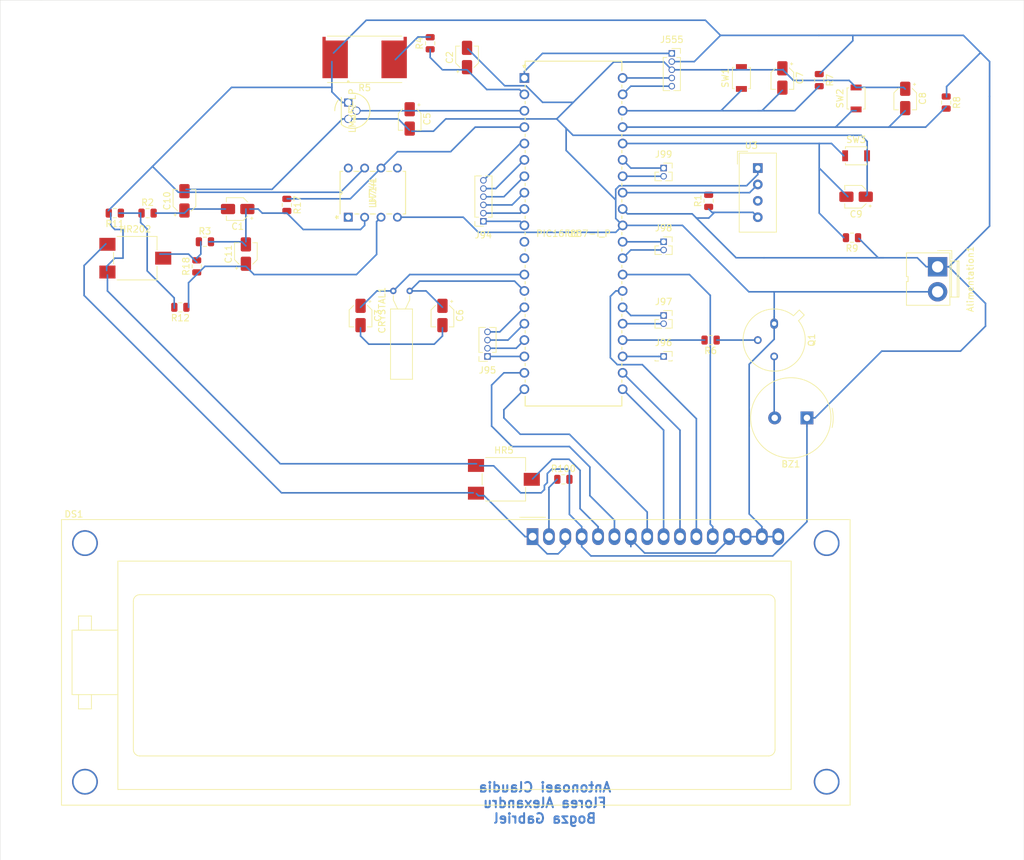
<source format=kicad_pcb>
(kicad_pcb (version 20171130) (host pcbnew "(5.1.0)-1")

  (general
    (thickness 1.6)
    (drawings 6)
    (tracks 345)
    (zones 0)
    (modules 45)
    (nets 56)
  )

  (page A4)
  (layers
    (0 F.Cu signal)
    (31 B.Cu signal)
    (32 B.Adhes user)
    (33 F.Adhes user)
    (34 B.Paste user)
    (35 F.Paste user)
    (36 B.SilkS user)
    (37 F.SilkS user)
    (38 B.Mask user)
    (39 F.Mask user)
    (40 Dwgs.User user)
    (41 Cmts.User user)
    (42 Eco1.User user)
    (43 Eco2.User user)
    (44 Edge.Cuts user)
    (45 Margin user)
    (46 B.CrtYd user)
    (47 F.CrtYd user)
    (48 B.Fab user)
    (49 F.Fab user)
  )

  (setup
    (last_trace_width 0.25)
    (trace_clearance 0.2)
    (zone_clearance 0.508)
    (zone_45_only no)
    (trace_min 0.2)
    (via_size 0.8)
    (via_drill 0.4)
    (via_min_size 0.4)
    (via_min_drill 0.3)
    (uvia_size 0.3)
    (uvia_drill 0.1)
    (uvias_allowed no)
    (uvia_min_size 0.2)
    (uvia_min_drill 0.1)
    (edge_width 0.05)
    (segment_width 0.2)
    (pcb_text_width 0.3)
    (pcb_text_size 1.5 1.5)
    (mod_edge_width 0.12)
    (mod_text_size 1 1)
    (mod_text_width 0.15)
    (pad_size 1.524 1.524)
    (pad_drill 0.762)
    (pad_to_mask_clearance 0.051)
    (solder_mask_min_width 0.25)
    (aux_axis_origin 0 0)
    (visible_elements 7FFFFFFF)
    (pcbplotparams
      (layerselection 0x010fc_ffffffff)
      (usegerberextensions false)
      (usegerberattributes false)
      (usegerberadvancedattributes false)
      (creategerberjobfile false)
      (excludeedgelayer true)
      (linewidth 0.100000)
      (plotframeref false)
      (viasonmask false)
      (mode 1)
      (useauxorigin false)
      (hpglpennumber 1)
      (hpglpenspeed 20)
      (hpglpendiameter 15.000000)
      (psnegative false)
      (psa4output false)
      (plotreference true)
      (plotvalue true)
      (plotinvisibletext false)
      (padsonsilk false)
      (subtractmaskfromsilk false)
      (outputformat 1)
      (mirror false)
      (drillshape 1)
      (scaleselection 1)
      (outputdirectory ""))
  )

  (net 0 "")
  (net 1 +5V)
  (net 2 "Net-(BZ1-Pad2)")
  (net 3 "Net-(C1-Pad2)")
  (net 4 "Net-(C1-Pad1)")
  (net 5 "Net-(C2-Pad1)")
  (net 6 GND)
  (net 7 "Net-(C3-Pad2)")
  (net 8 "Net-(C3-Pad1)")
  (net 9 "Net-(C5-Pad1)")
  (net 10 "Net-(C6-Pad1)")
  (net 11 "Net-(C7-Pad2)")
  (net 12 "Net-(C8-Pad2)")
  (net 13 "Net-(C9-Pad2)")
  (net 14 "Net-(C11-Pad1)")
  (net 15 "Net-(DS1-Pad2)")
  (net 16 "Net-(DS1-Pad5)")
  (net 17 "Net-(DS1-Pad6)")
  (net 18 "Net-(DS1-Pad8)")
  (net 19 "Net-(HR202-Pad2)")
  (net 20 "Net-(J94-Pad1)")
  (net 21 "Net-(J94-Pad2)")
  (net 22 "Net-(J94-Pad3)")
  (net 23 "Net-(J94-Pad4)")
  (net 24 "Net-(J94-Pad5)")
  (net 25 "Net-(J94-Pad6)")
  (net 26 "Net-(J95-Pad1)")
  (net 27 "Net-(J95-Pad2)")
  (net 28 "Net-(J95-Pad3)")
  (net 29 "Net-(J95-Pad4)")
  (net 30 "Net-(J96-Pad1)")
  (net 31 "Net-(J97-Pad1)")
  (net 32 "Net-(J97-Pad2)")
  (net 33 "Net-(J98-Pad2)")
  (net 34 "Net-(J98-Pad1)")
  (net 35 "Net-(J99-Pad1)")
  (net 36 "Net-(J99-Pad2)")
  (net 37 "Net-(J555-Pad5)")
  (net 38 "Net-(J555-Pad4)")
  (net 39 "Net-(J555-Pad1)")
  (net 40 "Net-(Q1-Pad2)")
  (net 41 "Net-(R1-Pad2)")
  (net 42 "Net-(R11-Pad1)")
  (net 43 "Net-(R4-Pad2)")
  (net 44 "Net-(R6-Pad2)")
  (net 45 "Net-(R17-Pad1)")
  (net 46 "Net-(U1-Pad11)")
  (net 47 "Net-(U1-Pad12)")
  (net 48 "Net-(U3-Pad3)")
  (net 49 "Net-(U714-Pad1)")
  (net 50 "Net-(U714-Pad5)")
  (net 51 "Net-(U714-Pad8)")
  (net 52 "Net-(DS1-Pad9)")
  (net 53 "Net-(DS1-Pad10)")
  (net 54 "Net-(DS1-Pad11)")
  (net 55 "Net-(DS1-Pad12)")

  (net_class Default "This is the default net class."
    (clearance 0.2)
    (trace_width 0.25)
    (via_dia 0.8)
    (via_drill 0.4)
    (uvia_dia 0.3)
    (uvia_drill 0.1)
    (add_net +5V)
    (add_net GND)
    (add_net "Net-(BZ1-Pad2)")
    (add_net "Net-(C1-Pad1)")
    (add_net "Net-(C1-Pad2)")
    (add_net "Net-(C11-Pad1)")
    (add_net "Net-(C2-Pad1)")
    (add_net "Net-(C3-Pad1)")
    (add_net "Net-(C3-Pad2)")
    (add_net "Net-(C5-Pad1)")
    (add_net "Net-(C6-Pad1)")
    (add_net "Net-(C7-Pad2)")
    (add_net "Net-(C8-Pad2)")
    (add_net "Net-(C9-Pad2)")
    (add_net "Net-(DS1-Pad10)")
    (add_net "Net-(DS1-Pad11)")
    (add_net "Net-(DS1-Pad12)")
    (add_net "Net-(DS1-Pad2)")
    (add_net "Net-(DS1-Pad5)")
    (add_net "Net-(DS1-Pad6)")
    (add_net "Net-(DS1-Pad8)")
    (add_net "Net-(DS1-Pad9)")
    (add_net "Net-(HR202-Pad2)")
    (add_net "Net-(J555-Pad1)")
    (add_net "Net-(J555-Pad4)")
    (add_net "Net-(J555-Pad5)")
    (add_net "Net-(J94-Pad1)")
    (add_net "Net-(J94-Pad2)")
    (add_net "Net-(J94-Pad3)")
    (add_net "Net-(J94-Pad4)")
    (add_net "Net-(J94-Pad5)")
    (add_net "Net-(J94-Pad6)")
    (add_net "Net-(J95-Pad1)")
    (add_net "Net-(J95-Pad2)")
    (add_net "Net-(J95-Pad3)")
    (add_net "Net-(J95-Pad4)")
    (add_net "Net-(J96-Pad1)")
    (add_net "Net-(J97-Pad1)")
    (add_net "Net-(J97-Pad2)")
    (add_net "Net-(J98-Pad1)")
    (add_net "Net-(J98-Pad2)")
    (add_net "Net-(J99-Pad1)")
    (add_net "Net-(J99-Pad2)")
    (add_net "Net-(Q1-Pad2)")
    (add_net "Net-(R1-Pad2)")
    (add_net "Net-(R11-Pad1)")
    (add_net "Net-(R17-Pad1)")
    (add_net "Net-(R4-Pad2)")
    (add_net "Net-(R6-Pad2)")
    (add_net "Net-(U1-Pad11)")
    (add_net "Net-(U1-Pad12)")
    (add_net "Net-(U3-Pad3)")
    (add_net "Net-(U714-Pad1)")
    (add_net "Net-(U714-Pad5)")
    (add_net "Net-(U714-Pad8)")
  )

  (module Potentiometer_SMD:Potentiometer_ACP_CA6-VSMD_Vertical (layer F.Cu) (tedit 5A3D7171) (tstamp 5E7A685F)
    (at 109.855 71.755)
    (descr "Potentiometer, vertical, ACP CA6-VSMD, http://www.acptechnologies.com/wp-content/uploads/2017/06/01-ACP-CA6.pdf")
    (tags "Potentiometer vertical ACP CA6-VSMD")
    (path /5E822CC9)
    (attr smd)
    (fp_text reference HR202 (at 0 -4.5) (layer F.SilkS)
      (effects (font (size 1 1) (thickness 0.15)))
    )
    (fp_text value R_POT (at 0 4.5) (layer F.Fab)
      (effects (font (size 1 1) (thickness 0.15)))
    )
    (fp_text user %R (at -2.25 0 90) (layer F.Fab)
      (effects (font (size 1 1) (thickness 0.15)))
    )
    (fp_line (start 5.85 -3.5) (end -5.85 -3.5) (layer F.CrtYd) (width 0.05))
    (fp_line (start 5.85 3.5) (end 5.85 -3.5) (layer F.CrtYd) (width 0.05))
    (fp_line (start -5.85 3.5) (end 5.85 3.5) (layer F.CrtYd) (width 0.05))
    (fp_line (start -5.85 -3.5) (end -5.85 3.5) (layer F.CrtYd) (width 0.05))
    (fp_line (start 3.37 1.24) (end 3.37 3.37) (layer F.SilkS) (width 0.12))
    (fp_line (start 3.37 -3.371) (end 3.37 -1.24) (layer F.SilkS) (width 0.12))
    (fp_line (start -3.37 -0.909) (end -3.37 0.91) (layer F.SilkS) (width 0.12))
    (fp_line (start -2.834 3.37) (end 3.37 3.37) (layer F.SilkS) (width 0.12))
    (fp_line (start -2.834 -3.371) (end 3.37 -3.371) (layer F.SilkS) (width 0.12))
    (fp_line (start 3.25 -3.25) (end -3.25 -3.25) (layer F.Fab) (width 0.1))
    (fp_line (start 3.25 3.25) (end 3.25 -3.25) (layer F.Fab) (width 0.1))
    (fp_line (start -3.25 3.25) (end 3.25 3.25) (layer F.Fab) (width 0.1))
    (fp_line (start -3.25 -3.25) (end -3.25 3.25) (layer F.Fab) (width 0.1))
    (fp_circle (center 0.275 0) (end 1.175 0) (layer F.Fab) (width 0.1))
    (pad 1 smd rect (at -4.325 2.15) (size 2.5 2) (layers F.Cu F.Paste F.Mask)
      (net 1 +5V))
    (pad 2 smd rect (at 4.325 0) (size 2.5 2) (layers F.Cu F.Paste F.Mask)
      (net 19 "Net-(HR202-Pad2)"))
    (pad 3 smd rect (at -4.325 -2.15) (size 2.5 2) (layers F.Cu F.Paste F.Mask)
      (net 6 GND))
    (model ${KISYS3DMOD}/Potentiometer_SMD.3dshapes/Potentiometer_ACP_CA6-VSMD_Vertical.wrl
      (at (xyz 0 0 0))
      (scale (xyz 1 1 1))
      (rotate (xyz 0 0 0))
    )
  )

  (module Buzzer_Beeper:Buzzer_TDK_PS1240P02BT_D12.2mm_H6.5mm (layer F.Cu) (tedit 5BF1CB2D) (tstamp 5E7A6672)
    (at 213.995 96.52 180)
    (descr "Buzzer, D12.2mm height 6.5mm, https://product.tdk.com/info/en/catalog/datasheets/piezoelectronic_buzzer_ps_en.pdf")
    (tags buzzer)
    (path /5E79E634)
    (fp_text reference BZ1 (at 2.5 -7.17 180) (layer F.SilkS)
      (effects (font (size 1 1) (thickness 0.15)))
    )
    (fp_text value Buzzer (at 2.5 7.31 180) (layer F.Fab)
      (effects (font (size 1 1) (thickness 0.15)))
    )
    (fp_text user %R (at 2.5 -2.43 180) (layer F.Fab)
      (effects (font (size 1 1) (thickness 0.15)))
    )
    (fp_circle (center 2.5 0) (end 8.85 0) (layer F.CrtYd) (width 0.05))
    (fp_circle (center 2.5 0) (end 8.6 0) (layer F.Fab) (width 0.1))
    (fp_circle (center 2.5 0) (end 3.5 0) (layer F.Fab) (width 0.1))
    (fp_circle (center 2.5 0) (end 8.73 0) (layer F.SilkS) (width 0.12))
    (fp_line (start -1.3 -1) (end -1.3 1) (layer F.Fab) (width 0.1))
    (fp_arc (start 2.5 0) (end -3.9 -1.5) (angle -26.38121493) (layer F.SilkS) (width 0.12))
    (pad 1 thru_hole rect (at 0 0 180) (size 2 2) (drill 1) (layers *.Cu *.Mask)
      (net 1 +5V))
    (pad 2 thru_hole circle (at 5 0 180) (size 2 2) (drill 1) (layers *.Cu *.Mask)
      (net 2 "Net-(BZ1-Pad2)"))
    (model ${KISYS3DMOD}/Buzzer_Beeper.3dshapes/Buzzer_TDK_PS1240P02BT_D12.2mm_H6.5mm.wrl
      (at (xyz 0 0 0))
      (scale (xyz 1 1 1))
      (rotate (xyz 0 0 0))
    )
  )

  (module Connector:JWT_A3963_1x02_P3.96mm_Vertical (layer F.Cu) (tedit 5A2A57CE) (tstamp 5E7BC8FD)
    (at 234.2515 73.0885 270)
    (descr "JWT A3963, 3.96mm pitch Pin head connector (http://www.jwt.com.tw/pro_pdf/A3963.pdf)")
    (tags "connector JWT A3963 pinhead")
    (path /5E902CB2)
    (fp_text reference Alimentation1 (at 1.91 -5.08 270) (layer F.SilkS)
      (effects (font (size 1 1) (thickness 0.15)))
    )
    (fp_text value 5V (at 1.91 6.35 270) (layer F.Fab)
      (effects (font (size 1 1) (thickness 0.15)))
    )
    (fp_line (start 5.97 4.83) (end 5.97 0) (layer F.SilkS) (width 0.12))
    (fp_line (start -2.16 0) (end -2.16 4.83) (layer F.SilkS) (width 0.12))
    (fp_line (start -2.16 -1.91) (end 5.97 -1.91) (layer F.SilkS) (width 0.12))
    (fp_line (start -0.89 -1.91) (end -0.89 -3.3) (layer F.SilkS) (width 0.12))
    (fp_line (start 4.7 -1.91) (end 4.7 -3.3) (layer F.SilkS) (width 0.12))
    (fp_line (start -0.89 -3.3) (end 4.7 -3.3) (layer F.SilkS) (width 0.12))
    (fp_line (start -2.16 -1.91) (end -2.16 0) (layer F.SilkS) (width 0.12))
    (fp_line (start 5.97 -1.91) (end 5.97 0) (layer F.SilkS) (width 0.12))
    (fp_line (start -0.89 -3.05) (end 4.7 -3.05) (layer F.SilkS) (width 0.12))
    (fp_line (start -0.89 -2.16) (end 4.7 -2.16) (layer F.SilkS) (width 0.12))
    (fp_line (start 2.29 4.57) (end 2.29 4.83) (layer F.SilkS) (width 0.12))
    (fp_line (start 1.52 4.57) (end 2.29 4.57) (layer F.SilkS) (width 0.12))
    (fp_line (start 1.52 4.83) (end 1.52 4.57) (layer F.SilkS) (width 0.12))
    (fp_line (start 1.52 4.83) (end -2.16 4.83) (layer F.SilkS) (width 0.12))
    (fp_line (start 2.29 4.83) (end 5.97 4.83) (layer F.SilkS) (width 0.12))
    (fp_line (start -2.5 5.05) (end -2.5 -3.55) (layer F.CrtYd) (width 0.05))
    (fp_line (start 6.35 5.05) (end -2.5 5.05) (layer F.CrtYd) (width 0.05))
    (fp_line (start 6.35 -3.55) (end 6.35 5.05) (layer F.CrtYd) (width 0.05))
    (fp_line (start -2.5 -3.55) (end 6.35 -3.55) (layer F.CrtYd) (width 0.05))
    (fp_line (start -2.05 -1.8) (end 5.85 -1.8) (layer F.Fab) (width 0.1))
    (fp_line (start 5.85 -1.8) (end 5.85 4.7) (layer F.Fab) (width 0.1))
    (fp_line (start 5.85 4.7) (end -2.05 4.7) (layer F.Fab) (width 0.1))
    (fp_line (start -2.05 4.7) (end -2.05 -1.8) (layer F.Fab) (width 0.1))
    (fp_line (start -1.2 -2.2) (end -2.5 -2.2) (layer F.SilkS) (width 0.12))
    (fp_line (start -2.5 -2.2) (end -2.5 0) (layer F.SilkS) (width 0.12))
    (fp_line (start -1.25 -1.8) (end 0 -0.3) (layer F.Fab) (width 0.1))
    (fp_line (start 0 -0.3) (end 1.25 -1.8) (layer F.Fab) (width 0.1))
    (fp_line (start -0.8 -1.8) (end -0.8 -3.2) (layer F.Fab) (width 0.1))
    (fp_line (start -0.8 -3.2) (end 4.6 -3.2) (layer F.Fab) (width 0.1))
    (fp_line (start 4.6 -3.2) (end 4.6 -1.8) (layer F.Fab) (width 0.1))
    (fp_text user %R (at 2.2 3.7 270) (layer F.Fab)
      (effects (font (size 1 1) (thickness 0.15)))
    )
    (pad 2 thru_hole circle (at 3.88 0 270) (size 3 3) (drill 1.75) (layers *.Cu *.Mask)
      (net 6 GND))
    (pad 1 thru_hole rect (at 0 0 270) (size 3 3) (drill 1.75) (layers *.Cu *.Mask)
      (net 1 +5V))
    (model ${KISYS3DMOD}/Connector.3dshapes/JWT_A3963_1x02_P3.96mm_Vertical.wrl
      (at (xyz 0 0 0))
      (scale (xyz 1 1 1))
      (rotate (xyz 0 0 0))
    )
  )

  (module Display:HY1602E (layer F.Cu) (tedit 5A02FE80) (tstamp 5E7A6833)
    (at 171.45 114.935)
    (descr http://www.icbank.com/data/ICBShop/board/HY1602E.pdf)
    (tags "LCD 16x2 Alphanumeric 16pin")
    (path /5E8D819A)
    (fp_text reference DS1 (at -71.12 -3.48) (layer F.SilkS)
      (effects (font (size 1 1) (thickness 0.15)))
    )
    (fp_text value HY1602E (at -69.94 42.6) (layer F.Fab)
      (effects (font (size 1 1) (thickness 0.15)))
    )
    (fp_line (start 49.24 41.64) (end -73.04 41.64) (layer F.SilkS) (width 0.12))
    (fp_line (start 49.24 -2.64) (end 49.24 41.64) (layer F.SilkS) (width 0.12))
    (fp_line (start -73.04 -2.64) (end -73.04 41.64) (layer F.SilkS) (width 0.12))
    (fp_line (start -73.04 -2.64) (end 49.24 -2.64) (layer F.SilkS) (width 0.12))
    (fp_line (start -2 -3) (end 2 -3) (layer F.SilkS) (width 0.12))
    (fp_line (start 1 -2.5) (end 0 -1.5) (layer F.Fab) (width 0.1))
    (fp_line (start 0 -1.5) (end -1 -2.5) (layer F.Fab) (width 0.1))
    (fp_line (start -1 -2.5) (end -72.9 -2.5) (layer F.Fab) (width 0.1))
    (fp_line (start -73.15 41.75) (end 49.35 41.75) (layer F.CrtYd) (width 0.05))
    (fp_line (start 49.35 -2.75) (end 49.35 41.75) (layer F.CrtYd) (width 0.05))
    (fp_line (start -73.15 -2.75) (end -73.15 41.75) (layer F.CrtYd) (width 0.05))
    (fp_line (start -73.15 -2.75) (end 49.35 -2.75) (layer F.CrtYd) (width 0.05))
    (fp_text user %R (at -14.01 19.96) (layer F.Fab)
      (effects (font (size 1 1) (thickness 0.15)))
    )
    (fp_line (start -68.4 24.5) (end -68.4 26.7) (layer F.SilkS) (width 0.12))
    (fp_line (start -68.4 26.7) (end -70.4 26.7) (layer F.SilkS) (width 0.12))
    (fp_line (start -70.4 26.7) (end -70.4 24.5) (layer F.SilkS) (width 0.12))
    (fp_line (start -68.4 14.5) (end -68.4 12.3) (layer F.SilkS) (width 0.12))
    (fp_line (start -68.4 12.3) (end -70.4 12.3) (layer F.SilkS) (width 0.12))
    (fp_line (start -70.4 12.3) (end -70.4 14.5) (layer F.SilkS) (width 0.12))
    (fp_line (start -64.3 24.5) (end -71.4 24.5) (layer F.SilkS) (width 0.12))
    (fp_line (start -71.4 24.5) (end -71.4 14.5) (layer F.SilkS) (width 0.12))
    (fp_line (start -71.4 14.5) (end -64.3 14.5) (layer F.SilkS) (width 0.12))
    (fp_line (start 36.6 34) (end -60.9 34) (layer F.SilkS) (width 0.12))
    (fp_line (start 37.6 10) (end 37.6 33) (layer F.SilkS) (width 0.12))
    (fp_line (start -60.9 9) (end 36.6 9) (layer F.SilkS) (width 0.12))
    (fp_line (start -61.9 33) (end -61.9 10) (layer F.SilkS) (width 0.12))
    (fp_arc (start 36.6 33) (end 37.6 33) (angle 90) (layer F.SilkS) (width 0.12))
    (fp_arc (start 36.6 10) (end 36.6 9) (angle 90) (layer F.SilkS) (width 0.12))
    (fp_arc (start -60.9 10) (end -61.9 10) (angle 90) (layer F.SilkS) (width 0.12))
    (fp_arc (start -60.9 33) (end -60.9 34) (angle 90) (layer F.SilkS) (width 0.12))
    (fp_line (start 40.1 39.2) (end -64.3 39.2) (layer F.SilkS) (width 0.12))
    (fp_line (start -64.3 39.2) (end -64.3 3.8) (layer F.SilkS) (width 0.12))
    (fp_line (start -64.3 3.8) (end 40.1 3.8) (layer F.SilkS) (width 0.12))
    (fp_line (start 40.1 3.8) (end 40.1 39.2) (layer F.SilkS) (width 0.12))
    (fp_line (start 49.1 -2.5) (end 1 -2.5) (layer F.Fab) (width 0.1))
    (fp_line (start -72.9 -2.5) (end -72.9 41.5) (layer F.Fab) (width 0.1))
    (fp_line (start -72.9 41.5) (end 49.1 41.5) (layer F.Fab) (width 0.1))
    (fp_line (start 49.1 41.5) (end 49.1 -2.5) (layer F.Fab) (width 0.1))
    (pad 1 thru_hole rect (at 0 0 180) (size 1.8 2.6) (drill 1.2) (layers *.Cu *.Mask)
      (net 6 GND))
    (pad 2 thru_hole oval (at 2.54 0 180) (size 1.8 2.6) (drill 1.2) (layers *.Cu *.Mask)
      (net 15 "Net-(DS1-Pad2)"))
    (pad 3 thru_hole oval (at 5.08 0 180) (size 1.8 2.6) (drill 1.2) (layers *.Cu *.Mask)
      (net 6 GND))
    (pad 4 thru_hole oval (at 7.62 0 180) (size 1.8 2.6) (drill 1.2) (layers *.Cu *.Mask)
      (net 1 +5V))
    (pad 5 thru_hole oval (at 10.16 0 180) (size 1.8 2.6) (drill 1.2) (layers *.Cu *.Mask)
      (net 16 "Net-(DS1-Pad5)"))
    (pad 6 thru_hole oval (at 12.7 0 180) (size 1.8 2.6) (drill 1.2) (layers *.Cu *.Mask)
      (net 17 "Net-(DS1-Pad6)"))
    (pad 7 thru_hole oval (at 15.24 0 180) (size 1.8 2.6) (drill 1.2) (layers *.Cu *.Mask)
      (net 6 GND))
    (pad 8 thru_hole oval (at 17.78 0 180) (size 1.8 2.6) (drill 1.2) (layers *.Cu *.Mask)
      (net 18 "Net-(DS1-Pad8)"))
    (pad 9 thru_hole oval (at 20.32 0 180) (size 1.8 2.6) (drill 1.2) (layers *.Cu *.Mask)
      (net 52 "Net-(DS1-Pad9)"))
    (pad 10 thru_hole oval (at 22.86 0 180) (size 1.8 2.6) (drill 1.2) (layers *.Cu *.Mask)
      (net 53 "Net-(DS1-Pad10)"))
    (pad 11 thru_hole oval (at 25.4 0 180) (size 1.8 2.6) (drill 1.2) (layers *.Cu *.Mask)
      (net 54 "Net-(DS1-Pad11)"))
    (pad 12 thru_hole oval (at 27.94 0 180) (size 1.8 2.6) (drill 1.2) (layers *.Cu *.Mask)
      (net 55 "Net-(DS1-Pad12)"))
    (pad 13 thru_hole oval (at 30.48 0 180) (size 1.8 2.6) (drill 1.2) (layers *.Cu *.Mask)
      (net 6 GND))
    (pad 14 thru_hole oval (at 33.02 0 180) (size 1.8 2.6) (drill 1.2) (layers *.Cu *.Mask)
      (net 6 GND))
    (pad 15 thru_hole oval (at 35.56 0 180) (size 1.8 2.6) (drill 1.2) (layers *.Cu *.Mask)
      (net 6 GND))
    (pad 16 thru_hole oval (at 38.1 0 180) (size 1.8 2.6) (drill 1.2) (layers *.Cu *.Mask)
      (net 6 GND))
    (pad "" thru_hole circle (at 45.60062 38.00094 180) (size 4 4) (drill 3.5) (layers *.Cu *.Mask))
    (pad "" thru_hole circle (at 45.60062 1.00076 180) (size 4 4) (drill 3.5) (layers *.Cu *.Mask))
    (pad "" thru_hole circle (at -69.40042 38.00094 180) (size 4 4) (drill 3.5) (layers *.Cu *.Mask))
    (pad "" thru_hole circle (at -69.40042 1.00076 180) (size 4 4) (drill 3.5) (layers *.Cu *.Mask))
    (model ${KISYS3DMOD}/Display.3dshapes/HY1602E.wrl
      (at (xyz 0 0 0))
      (scale (xyz 1 1 1))
      (rotate (xyz 0 0 0))
    )
  )

  (module Button_Switch_SMD:SW_SPST_B3U-1000P (layer F.Cu) (tedit 5A02FC95) (tstamp 5E7B62BB)
    (at 221.615 55.88)
    (descr "Ultra-small-sized Tactile Switch with High Contact Reliability, Top-actuated Model, without Ground Terminal, without Boss")
    (tags "Tactile Switch")
    (path /5EAA2FD0)
    (attr smd)
    (fp_text reference SW3 (at 0 -2.5) (layer F.SilkS)
      (effects (font (size 1 1) (thickness 0.15)))
    )
    (fp_text value SW_Push (at 0 2.5) (layer F.Fab)
      (effects (font (size 1 1) (thickness 0.15)))
    )
    (fp_circle (center 0 0) (end 0.75 0) (layer F.Fab) (width 0.1))
    (fp_line (start -1.5 1.25) (end -1.5 -1.25) (layer F.Fab) (width 0.1))
    (fp_line (start 1.5 1.25) (end -1.5 1.25) (layer F.Fab) (width 0.1))
    (fp_line (start 1.5 -1.25) (end 1.5 1.25) (layer F.Fab) (width 0.1))
    (fp_line (start -1.5 -1.25) (end 1.5 -1.25) (layer F.Fab) (width 0.1))
    (fp_line (start 1.65 -1.4) (end 1.65 -1.1) (layer F.SilkS) (width 0.12))
    (fp_line (start -1.65 -1.4) (end 1.65 -1.4) (layer F.SilkS) (width 0.12))
    (fp_line (start -1.65 -1.1) (end -1.65 -1.4) (layer F.SilkS) (width 0.12))
    (fp_line (start 1.65 1.4) (end 1.65 1.1) (layer F.SilkS) (width 0.12))
    (fp_line (start -1.65 1.4) (end 1.65 1.4) (layer F.SilkS) (width 0.12))
    (fp_line (start -1.65 1.1) (end -1.65 1.4) (layer F.SilkS) (width 0.12))
    (fp_line (start -2.4 -1.65) (end -2.4 1.65) (layer F.CrtYd) (width 0.05))
    (fp_line (start 2.4 -1.65) (end -2.4 -1.65) (layer F.CrtYd) (width 0.05))
    (fp_line (start 2.4 1.65) (end 2.4 -1.65) (layer F.CrtYd) (width 0.05))
    (fp_line (start -2.4 1.65) (end 2.4 1.65) (layer F.CrtYd) (width 0.05))
    (fp_text user %R (at 0 -2.5) (layer F.Fab)
      (effects (font (size 1 1) (thickness 0.15)))
    )
    (pad 2 smd rect (at 1.7 0) (size 0.9 1.7) (layers F.Cu F.Paste F.Mask)
      (net 6 GND))
    (pad 1 smd rect (at -1.7 0) (size 0.9 1.7) (layers F.Cu F.Paste F.Mask)
      (net 13 "Net-(C9-Pad2)"))
    (model ${KISYS3DMOD}/Button_Switch_SMD.3dshapes/SW_SPST_B3U-1000P.wrl
      (at (xyz 0 0 0))
      (scale (xyz 1 1 1))
      (rotate (xyz 0 0 0))
    )
  )

  (module Resistor_SMD:R_0805_2012Metric (layer F.Cu) (tedit 5B36C52B) (tstamp 5E7A69CF)
    (at 106.68 64.77 180)
    (descr "Resistor SMD 0805 (2012 Metric), square (rectangular) end terminal, IPC_7351 nominal, (Body size source: https://docs.google.com/spreadsheets/d/1BsfQQcO9C6DZCsRaXUlFlo91Tg2WpOkGARC1WS5S8t0/edit?usp=sharing), generated with kicad-footprint-generator")
    (tags resistor)
    (path /5E8200D2)
    (attr smd)
    (fp_text reference R11 (at 0 -1.65 180) (layer F.SilkS)
      (effects (font (size 1 1) (thickness 0.15)))
    )
    (fp_text value 10K (at 0 1.65 180) (layer F.Fab)
      (effects (font (size 1 1) (thickness 0.15)))
    )
    (fp_text user %R (at 0 0 180) (layer F.Fab)
      (effects (font (size 0.5 0.5) (thickness 0.08)))
    )
    (fp_line (start 1.68 0.95) (end -1.68 0.95) (layer F.CrtYd) (width 0.05))
    (fp_line (start 1.68 -0.95) (end 1.68 0.95) (layer F.CrtYd) (width 0.05))
    (fp_line (start -1.68 -0.95) (end 1.68 -0.95) (layer F.CrtYd) (width 0.05))
    (fp_line (start -1.68 0.95) (end -1.68 -0.95) (layer F.CrtYd) (width 0.05))
    (fp_line (start -0.258578 0.71) (end 0.258578 0.71) (layer F.SilkS) (width 0.12))
    (fp_line (start -0.258578 -0.71) (end 0.258578 -0.71) (layer F.SilkS) (width 0.12))
    (fp_line (start 1 0.6) (end -1 0.6) (layer F.Fab) (width 0.1))
    (fp_line (start 1 -0.6) (end 1 0.6) (layer F.Fab) (width 0.1))
    (fp_line (start -1 -0.6) (end 1 -0.6) (layer F.Fab) (width 0.1))
    (fp_line (start -1 0.6) (end -1 -0.6) (layer F.Fab) (width 0.1))
    (pad 2 smd roundrect (at 0.9375 0 180) (size 0.975 1.4) (layers F.Cu F.Paste F.Mask) (roundrect_rratio 0.25)
      (net 1 +5V))
    (pad 1 smd roundrect (at -0.9375 0 180) (size 0.975 1.4) (layers F.Cu F.Paste F.Mask) (roundrect_rratio 0.25)
      (net 42 "Net-(R11-Pad1)"))
    (model ${KISYS3DMOD}/Resistor_SMD.3dshapes/R_0805_2012Metric.wrl
      (at (xyz 0 0 0))
      (scale (xyz 1 1 1))
      (rotate (xyz 0 0 0))
    )
  )

  (module UA741footprints:UA741CP (layer F.Cu) (tedit 0) (tstamp 5E7A6BE0)
    (at 150.495 57.785 90)
    (path /5E796183)
    (fp_text reference U714 (at -3.81 -3.81 90) (layer F.SilkS)
      (effects (font (size 1 1) (thickness 0.15)))
    )
    (fp_text value LM741 (at -3.81 -3.81 90) (layer F.SilkS)
      (effects (font (size 1 1) (thickness 0.15)))
    )
    (fp_text user "Copyright 2016 Accelerated Designs. All rights reserved." (at 0 0 90) (layer Cmts.User)
      (effects (font (size 0.127 0.127) (thickness 0.002)))
    )
    (fp_text user * (at -7.62 -9.0678 90) (layer F.SilkS)
      (effects (font (size 1 1) (thickness 0.15)))
    )
    (fp_text user * (at -7.62 -9.0678 90) (layer F.Fab)
      (effects (font (size 1 1) (thickness 0.15)))
    )
    (fp_text user .1in/2.54mm (at -10.668 -6.35 90) (layer Dwgs.User)
      (effects (font (size 1 1) (thickness 0.15)))
    )
    (fp_text user .06in/1.524mm (at 3.048 -7.62 90) (layer Dwgs.User)
      (effects (font (size 1 1) (thickness 0.15)))
    )
    (fp_text user .3in/7.62mm (at -3.81 -11.303 90) (layer Dwgs.User)
      (effects (font (size 1 1) (thickness 0.15)))
    )
    (fp_text user .06in/1.524mm (at -7.62 3.683 90) (layer Dwgs.User)
      (effects (font (size 1 1) (thickness 0.15)))
    )
    (fp_text user * (at -7.62 -9.0678 90) (layer F.Fab)
      (effects (font (size 1 1) (thickness 0.15)))
    )
    (fp_text user * (at -7.62 -9.0678 90) (layer F.SilkS)
      (effects (font (size 1 1) (thickness 0.15)))
    )
    (fp_line (start -7.112 -7.1882) (end -7.112 -8.0518) (layer F.Fab) (width 0.1524))
    (fp_line (start -7.112 -8.0518) (end -8.0518 -8.0518) (layer F.Fab) (width 0.1524))
    (fp_line (start -8.0518 -8.0518) (end -8.0518 -7.1882) (layer F.Fab) (width 0.1524))
    (fp_line (start -8.0518 -7.1882) (end -7.112 -7.1882) (layer F.Fab) (width 0.1524))
    (fp_line (start -7.112 -4.6482) (end -7.112 -5.5118) (layer F.Fab) (width 0.1524))
    (fp_line (start -7.112 -5.5118) (end -8.0518 -5.5118) (layer F.Fab) (width 0.1524))
    (fp_line (start -8.0518 -5.5118) (end -8.0518 -4.6482) (layer F.Fab) (width 0.1524))
    (fp_line (start -8.0518 -4.6482) (end -7.112 -4.6482) (layer F.Fab) (width 0.1524))
    (fp_line (start -7.112 -2.1082) (end -7.112 -2.9718) (layer F.Fab) (width 0.1524))
    (fp_line (start -7.112 -2.9718) (end -8.0518 -2.9718) (layer F.Fab) (width 0.1524))
    (fp_line (start -8.0518 -2.9718) (end -8.0518 -2.1082) (layer F.Fab) (width 0.1524))
    (fp_line (start -8.0518 -2.1082) (end -7.112 -2.1082) (layer F.Fab) (width 0.1524))
    (fp_line (start -7.112 0.4318) (end -7.112 -0.4318) (layer F.Fab) (width 0.1524))
    (fp_line (start -7.112 -0.4318) (end -8.0518 -0.4318) (layer F.Fab) (width 0.1524))
    (fp_line (start -8.0518 -0.4318) (end -8.0518 0.4318) (layer F.Fab) (width 0.1524))
    (fp_line (start -8.0518 0.4318) (end -7.112 0.4318) (layer F.Fab) (width 0.1524))
    (fp_line (start -0.508 -0.4318) (end -0.508 0.4318) (layer F.Fab) (width 0.1524))
    (fp_line (start -0.508 0.4318) (end 0.4318 0.4318) (layer F.Fab) (width 0.1524))
    (fp_line (start 0.4318 0.4318) (end 0.4318 -0.4318) (layer F.Fab) (width 0.1524))
    (fp_line (start 0.4318 -0.4318) (end -0.508 -0.4318) (layer F.Fab) (width 0.1524))
    (fp_line (start -0.508 -2.9718) (end -0.508 -2.1082) (layer F.Fab) (width 0.1524))
    (fp_line (start -0.508 -2.1082) (end 0.4318 -2.1082) (layer F.Fab) (width 0.1524))
    (fp_line (start 0.4318 -2.1082) (end 0.4318 -2.9718) (layer F.Fab) (width 0.1524))
    (fp_line (start 0.4318 -2.9718) (end -0.508 -2.9718) (layer F.Fab) (width 0.1524))
    (fp_line (start -0.508 -5.5118) (end -0.508 -4.6482) (layer F.Fab) (width 0.1524))
    (fp_line (start -0.508 -4.6482) (end 0.4318 -4.6482) (layer F.Fab) (width 0.1524))
    (fp_line (start 0.4318 -4.6482) (end 0.4318 -5.5118) (layer F.Fab) (width 0.1524))
    (fp_line (start 0.4318 -5.5118) (end -0.508 -5.5118) (layer F.Fab) (width 0.1524))
    (fp_line (start -0.508 -8.0518) (end -0.508 -7.1882) (layer F.Fab) (width 0.1524))
    (fp_line (start -0.508 -7.1882) (end 0.4318 -7.1882) (layer F.Fab) (width 0.1524))
    (fp_line (start 0.4318 -7.1882) (end 0.4318 -8.0518) (layer F.Fab) (width 0.1524))
    (fp_line (start 0.4318 -8.0518) (end -0.508 -8.0518) (layer F.Fab) (width 0.1524))
    (fp_line (start -7.112 1.27) (end -0.508 1.27) (layer F.SilkS) (width 0.1524))
    (fp_line (start -0.508 1.27) (end -0.508 0.882814) (layer F.SilkS) (width 0.1524))
    (fp_line (start -0.508 -8.89) (end -7.112 -8.89) (layer F.SilkS) (width 0.1524))
    (fp_line (start -7.112 -6.60146) (end -7.112 -5.962814) (layer F.SilkS) (width 0.1524))
    (fp_line (start -7.112 1.27) (end -0.508 1.27) (layer F.Fab) (width 0.1524))
    (fp_line (start -0.508 1.27) (end -0.508 -8.89) (layer F.Fab) (width 0.1524))
    (fp_line (start -0.508 -8.89) (end -7.112 -8.89) (layer F.Fab) (width 0.1524))
    (fp_line (start -7.112 -8.89) (end -7.112 1.27) (layer F.Fab) (width 0.1524))
    (fp_line (start -7.112 -4.197186) (end -7.112 -3.422814) (layer F.SilkS) (width 0.1524))
    (fp_line (start -7.112 -1.657186) (end -7.112 -0.882814) (layer F.SilkS) (width 0.1524))
    (fp_line (start -7.112 0.882814) (end -7.112 1.27) (layer F.SilkS) (width 0.1524))
    (fp_line (start -0.508 -0.882814) (end -0.508 -1.657186) (layer F.SilkS) (width 0.1524))
    (fp_line (start -0.508 -3.422814) (end -0.508 -4.197186) (layer F.SilkS) (width 0.1524))
    (fp_line (start -0.508 -5.962814) (end -0.508 -6.737186) (layer F.SilkS) (width 0.1524))
    (fp_line (start -0.508 -8.502814) (end -0.508 -8.89) (layer F.SilkS) (width 0.1524))
    (fp_line (start -8.5598 1.524) (end -8.5598 -9.144) (layer F.CrtYd) (width 0.1524))
    (fp_line (start -8.5598 -9.144) (end 0.9398 -9.144) (layer F.CrtYd) (width 0.1524))
    (fp_line (start 0.9398 -9.144) (end 0.9398 1.524) (layer F.CrtYd) (width 0.1524))
    (fp_line (start 0.9398 1.524) (end -8.5598 1.524) (layer F.CrtYd) (width 0.1524))
    (fp_arc (start -3.81 -8.89) (end -3.5052 -8.89) (angle 180) (layer F.SilkS) (width 0.1524))
    (fp_arc (start -3.81 -8.89) (end -3.5052 -8.89) (angle 180) (layer F.Fab) (width 0.1524))
    (pad 1 thru_hole rect (at -7.62 -7.62 90) (size 1.3716 1.3716) (drill 0.8636) (layers *.Cu *.Mask)
      (net 49 "Net-(U714-Pad1)"))
    (pad 2 thru_hole circle (at -7.62 -5.08 90) (size 1.3716 1.3716) (drill 0.8636) (layers *.Cu *.Mask)
      (net 4 "Net-(C1-Pad1)"))
    (pad 3 thru_hole circle (at -7.62 -2.54 90) (size 1.3716 1.3716) (drill 0.8636) (layers *.Cu *.Mask)
      (net 14 "Net-(C11-Pad1)"))
    (pad 4 thru_hole circle (at -7.62 0 90) (size 1.3716 1.3716) (drill 0.8636) (layers *.Cu *.Mask)
      (net 6 GND))
    (pad 5 thru_hole circle (at 0 0 90) (size 1.3716 1.3716) (drill 0.8636) (layers *.Cu *.Mask)
      (net 50 "Net-(U714-Pad5)"))
    (pad 6 thru_hole circle (at 0 -2.54 90) (size 1.3716 1.3716) (drill 0.8636) (layers *.Cu *.Mask)
      (net 45 "Net-(R17-Pad1)"))
    (pad 7 thru_hole circle (at 0 -5.08 90) (size 1.3716 1.3716) (drill 0.8636) (layers *.Cu *.Mask)
      (net 1 +5V))
    (pad 8 thru_hole circle (at 0 -7.62 90) (size 1.3716 1.3716) (drill 0.8636) (layers *.Cu *.Mask)
      (net 51 "Net-(U714-Pad8)"))
  )

  (module Capacitor_SMD:CP_Elec_3x5.4 (layer F.Cu) (tedit 5BCA39CF) (tstamp 5E7A6702)
    (at 152.4 50.165 270)
    (descr "SMD capacitor, aluminum electrolytic, Nichicon, 3.0x5.4mm")
    (tags "capacitor electrolytic")
    (path /5E7F689D)
    (attr smd)
    (fp_text reference C5 (at 0 -2.7 270) (layer F.SilkS)
      (effects (font (size 1 1) (thickness 0.15)))
    )
    (fp_text value 22pF (at 0 2.7 270) (layer F.Fab)
      (effects (font (size 1 1) (thickness 0.15)))
    )
    (fp_circle (center 0 0) (end 1.5 0) (layer F.Fab) (width 0.1))
    (fp_line (start 1.65 -1.65) (end 1.65 1.65) (layer F.Fab) (width 0.1))
    (fp_line (start -0.825 -1.65) (end 1.65 -1.65) (layer F.Fab) (width 0.1))
    (fp_line (start -0.825 1.65) (end 1.65 1.65) (layer F.Fab) (width 0.1))
    (fp_line (start -1.65 -0.825) (end -1.65 0.825) (layer F.Fab) (width 0.1))
    (fp_line (start -1.65 -0.825) (end -0.825 -1.65) (layer F.Fab) (width 0.1))
    (fp_line (start -1.65 0.825) (end -0.825 1.65) (layer F.Fab) (width 0.1))
    (fp_line (start -1.110469 -0.8) (end -0.810469 -0.8) (layer F.Fab) (width 0.1))
    (fp_line (start -0.960469 -0.95) (end -0.960469 -0.65) (layer F.Fab) (width 0.1))
    (fp_line (start 1.76 1.76) (end 1.76 1.06) (layer F.SilkS) (width 0.12))
    (fp_line (start 1.76 -1.76) (end 1.76 -1.06) (layer F.SilkS) (width 0.12))
    (fp_line (start -0.870563 -1.76) (end 1.76 -1.76) (layer F.SilkS) (width 0.12))
    (fp_line (start -0.870563 1.76) (end 1.76 1.76) (layer F.SilkS) (width 0.12))
    (fp_line (start -1.570563 -1.06) (end -0.870563 -1.76) (layer F.SilkS) (width 0.12))
    (fp_line (start -1.570563 1.06) (end -0.870563 1.76) (layer F.SilkS) (width 0.12))
    (fp_line (start -2.375 -1.435) (end -2 -1.435) (layer F.SilkS) (width 0.12))
    (fp_line (start -2.1875 -1.6225) (end -2.1875 -1.2475) (layer F.SilkS) (width 0.12))
    (fp_line (start 1.9 -1.9) (end 1.9 -1.05) (layer F.CrtYd) (width 0.05))
    (fp_line (start 1.9 -1.05) (end 2.85 -1.05) (layer F.CrtYd) (width 0.05))
    (fp_line (start 2.85 -1.05) (end 2.85 1.05) (layer F.CrtYd) (width 0.05))
    (fp_line (start 2.85 1.05) (end 1.9 1.05) (layer F.CrtYd) (width 0.05))
    (fp_line (start 1.9 1.05) (end 1.9 1.9) (layer F.CrtYd) (width 0.05))
    (fp_line (start -0.93 1.9) (end 1.9 1.9) (layer F.CrtYd) (width 0.05))
    (fp_line (start -0.93 -1.9) (end 1.9 -1.9) (layer F.CrtYd) (width 0.05))
    (fp_line (start -1.78 1.05) (end -0.93 1.9) (layer F.CrtYd) (width 0.05))
    (fp_line (start -1.78 -1.05) (end -0.93 -1.9) (layer F.CrtYd) (width 0.05))
    (fp_line (start -1.78 -1.05) (end -2.85 -1.05) (layer F.CrtYd) (width 0.05))
    (fp_line (start -2.85 -1.05) (end -2.85 1.05) (layer F.CrtYd) (width 0.05))
    (fp_line (start -2.85 1.05) (end -1.78 1.05) (layer F.CrtYd) (width 0.05))
    (fp_text user %R (at 0 0 270) (layer F.Fab)
      (effects (font (size 0.6 0.6) (thickness 0.09)))
    )
    (pad 1 smd roundrect (at -1.5 0 270) (size 2.2 1.6) (layers F.Cu F.Paste F.Mask) (roundrect_rratio 0.15625)
      (net 9 "Net-(C5-Pad1)"))
    (pad 2 smd roundrect (at 1.5 0 270) (size 2.2 1.6) (layers F.Cu F.Paste F.Mask) (roundrect_rratio 0.15625)
      (net 6 GND))
    (model ${KISYS3DMOD}/Capacitor_SMD.3dshapes/CP_Elec_3x5.4.wrl
      (at (xyz 0 0 0))
      (scale (xyz 1 1 1))
      (rotate (xyz 0 0 0))
    )
  )

  (module Connector_PinSocket_1.27mm:PinSocket_1x04_P1.27mm_Vertical (layer F.Cu) (tedit 5A19A420) (tstamp 5E7A6896)
    (at 164.465 86.995 180)
    (descr "Through hole straight socket strip, 1x04, 1.27mm pitch, single row (from Kicad 4.0.7), script generated")
    (tags "Through hole socket strip THT 1x04 1.27mm single row")
    (path /5E7CED26)
    (fp_text reference J95 (at 0 -2.135 180) (layer F.SilkS)
      (effects (font (size 1 1) (thickness 0.15)))
    )
    (fp_text value Conn_01x04_Female (at 0 5.945 180) (layer F.Fab)
      (effects (font (size 1 1) (thickness 0.15)))
    )
    (fp_text user %R (at 0 1.905 270) (layer F.Fab)
      (effects (font (size 1 1) (thickness 0.15)))
    )
    (fp_line (start -1.8 4.95) (end -1.8 -1.15) (layer F.CrtYd) (width 0.05))
    (fp_line (start 1.75 4.95) (end -1.8 4.95) (layer F.CrtYd) (width 0.05))
    (fp_line (start 1.75 -1.15) (end 1.75 4.95) (layer F.CrtYd) (width 0.05))
    (fp_line (start -1.8 -1.15) (end 1.75 -1.15) (layer F.CrtYd) (width 0.05))
    (fp_line (start 0 -0.76) (end 1.33 -0.76) (layer F.SilkS) (width 0.12))
    (fp_line (start 1.33 -0.76) (end 1.33 0) (layer F.SilkS) (width 0.12))
    (fp_line (start 1.33 0.635) (end 1.33 4.505) (layer F.SilkS) (width 0.12))
    (fp_line (start 0.30753 4.505) (end 1.33 4.505) (layer F.SilkS) (width 0.12))
    (fp_line (start -1.33 4.505) (end -0.30753 4.505) (layer F.SilkS) (width 0.12))
    (fp_line (start -1.33 0.635) (end -1.33 4.505) (layer F.SilkS) (width 0.12))
    (fp_line (start 0.76 0.635) (end 1.33 0.635) (layer F.SilkS) (width 0.12))
    (fp_line (start -1.33 0.635) (end -0.76 0.635) (layer F.SilkS) (width 0.12))
    (fp_line (start -1.27 4.445) (end -1.27 -0.635) (layer F.Fab) (width 0.1))
    (fp_line (start 1.27 4.445) (end -1.27 4.445) (layer F.Fab) (width 0.1))
    (fp_line (start 1.27 0) (end 1.27 4.445) (layer F.Fab) (width 0.1))
    (fp_line (start 0.635 -0.635) (end 1.27 0) (layer F.Fab) (width 0.1))
    (fp_line (start -1.27 -0.635) (end 0.635 -0.635) (layer F.Fab) (width 0.1))
    (pad 4 thru_hole oval (at 0 3.81 180) (size 1 1) (drill 0.7) (layers *.Cu *.Mask)
      (net 29 "Net-(J95-Pad4)"))
    (pad 3 thru_hole oval (at 0 2.54 180) (size 1 1) (drill 0.7) (layers *.Cu *.Mask)
      (net 28 "Net-(J95-Pad3)"))
    (pad 2 thru_hole oval (at 0 1.27 180) (size 1 1) (drill 0.7) (layers *.Cu *.Mask)
      (net 27 "Net-(J95-Pad2)"))
    (pad 1 thru_hole rect (at 0 0 180) (size 1 1) (drill 0.7) (layers *.Cu *.Mask)
      (net 26 "Net-(J95-Pad1)"))
    (model ${KISYS3DMOD}/Connector_PinSocket_1.27mm.3dshapes/PinSocket_1x04_P1.27mm_Vertical.wrl
      (at (xyz 0 0 0))
      (scale (xyz 1 1 1))
      (rotate (xyz 0 0 0))
    )
  )

  (module Connector_PinSocket_1.27mm:PinSocket_1x02_P1.27mm_Vertical (layer F.Cu) (tedit 5A19A41F) (tstamp 5E7A68DB)
    (at 191.77 69.215)
    (descr "Through hole straight socket strip, 1x02, 1.27mm pitch, single row (from Kicad 4.0.7), script generated")
    (tags "Through hole socket strip THT 1x02 1.27mm single row")
    (path /5E7B046D)
    (fp_text reference J98 (at 0 -2.135) (layer F.SilkS)
      (effects (font (size 1 1) (thickness 0.15)))
    )
    (fp_text value Conn_01x02_Female (at 0 3.405) (layer F.Fab)
      (effects (font (size 1 1) (thickness 0.15)))
    )
    (fp_text user %R (at 0 0.635 90) (layer F.Fab)
      (effects (font (size 1 1) (thickness 0.15)))
    )
    (fp_line (start -1.8 2.4) (end -1.8 -1.15) (layer F.CrtYd) (width 0.05))
    (fp_line (start 1.75 2.4) (end -1.8 2.4) (layer F.CrtYd) (width 0.05))
    (fp_line (start 1.75 -1.15) (end 1.75 2.4) (layer F.CrtYd) (width 0.05))
    (fp_line (start -1.8 -1.15) (end 1.75 -1.15) (layer F.CrtYd) (width 0.05))
    (fp_line (start 0 -0.76) (end 1.33 -0.76) (layer F.SilkS) (width 0.12))
    (fp_line (start 1.33 -0.76) (end 1.33 0) (layer F.SilkS) (width 0.12))
    (fp_line (start 1.33 0.635) (end 1.33 1.965) (layer F.SilkS) (width 0.12))
    (fp_line (start 0.30753 1.965) (end 1.33 1.965) (layer F.SilkS) (width 0.12))
    (fp_line (start -1.33 1.965) (end -0.30753 1.965) (layer F.SilkS) (width 0.12))
    (fp_line (start -1.33 0.635) (end -1.33 1.965) (layer F.SilkS) (width 0.12))
    (fp_line (start 0.76 0.635) (end 1.33 0.635) (layer F.SilkS) (width 0.12))
    (fp_line (start -1.33 0.635) (end -0.76 0.635) (layer F.SilkS) (width 0.12))
    (fp_line (start -1.27 1.905) (end -1.27 -0.635) (layer F.Fab) (width 0.1))
    (fp_line (start 1.27 1.905) (end -1.27 1.905) (layer F.Fab) (width 0.1))
    (fp_line (start 1.27 0) (end 1.27 1.905) (layer F.Fab) (width 0.1))
    (fp_line (start 0.635 -0.635) (end 1.27 0) (layer F.Fab) (width 0.1))
    (fp_line (start -1.27 -0.635) (end 0.635 -0.635) (layer F.Fab) (width 0.1))
    (pad 2 thru_hole oval (at 0 1.27) (size 1 1) (drill 0.7) (layers *.Cu *.Mask)
      (net 33 "Net-(J98-Pad2)"))
    (pad 1 thru_hole rect (at 0 0) (size 1 1) (drill 0.7) (layers *.Cu *.Mask)
      (net 34 "Net-(J98-Pad1)"))
    (model ${KISYS3DMOD}/Connector_PinSocket_1.27mm.3dshapes/PinSocket_1x02_P1.27mm_Vertical.wrl
      (at (xyz 0 0 0))
      (scale (xyz 1 1 1))
      (rotate (xyz 0 0 0))
    )
  )

  (module footprints:PIC16F887-I&slash_P (layer F.Cu) (tedit 0) (tstamp 5E7A6B67)
    (at 170.18 43.815)
    (path /5E78EBED)
    (fp_text reference U1 (at 7.62 24.13) (layer F.SilkS)
      (effects (font (size 1 1) (thickness 0.15)))
    )
    (fp_text value PIC16F887-I_P (at 7.62 24.13) (layer F.SilkS)
      (effects (font (size 1 1) (thickness 0.15)))
    )
    (fp_text user "Copyright 2016 Accelerated Designs. All rights reserved." (at 0 0) (layer Cmts.User)
      (effects (font (size 0.127 0.127) (thickness 0.002)))
    )
    (fp_text user * (at 0 -1.5113) (layer F.SilkS)
      (effects (font (size 1 1) (thickness 0.15)))
    )
    (fp_text user * (at 0.508 0) (layer F.Fab)
      (effects (font (size 1 1) (thickness 0.15)))
    )
    (fp_text user 0.1in/2.54mm (at -3.048 1.27) (layer Dwgs.User)
      (effects (font (size 1 1) (thickness 0.15)))
    )
    (fp_text user 0.06in/1.524mm (at 18.288 0) (layer Dwgs.User)
      (effects (font (size 1 1) (thickness 0.15)))
    )
    (fp_text user 0.6in/15.24mm (at 7.62 -4.8895) (layer Dwgs.User)
      (effects (font (size 1 1) (thickness 0.15)))
    )
    (fp_text user 0.06in/1.524mm (at 0 53.1495) (layer Dwgs.User)
      (effects (font (size 1 1) (thickness 0.15)))
    )
    (fp_text user * (at 0.508 0) (layer F.Fab)
      (effects (font (size 1 1) (thickness 0.15)))
    )
    (fp_text user * (at 0 -1.5113) (layer F.SilkS)
      (effects (font (size 1 1) (thickness 0.15)))
    )
    (fp_line (start 0.254 0.4953) (end 0.254 -0.4953) (layer F.Fab) (width 0.1524))
    (fp_line (start 0.254 -0.4953) (end -0.4953 -0.4953) (layer F.Fab) (width 0.1524))
    (fp_line (start -0.4953 -0.4953) (end -0.4953 0.4953) (layer F.Fab) (width 0.1524))
    (fp_line (start -0.4953 0.4953) (end 0.254 0.4953) (layer F.Fab) (width 0.1524))
    (fp_line (start 0.254 3.0353) (end 0.254 2.0447) (layer F.Fab) (width 0.1524))
    (fp_line (start 0.254 2.0447) (end -0.4953 2.0447) (layer F.Fab) (width 0.1524))
    (fp_line (start -0.4953 2.0447) (end -0.4953 3.0353) (layer F.Fab) (width 0.1524))
    (fp_line (start -0.4953 3.0353) (end 0.254 3.0353) (layer F.Fab) (width 0.1524))
    (fp_line (start 0.254 5.5753) (end 0.254 4.5847) (layer F.Fab) (width 0.1524))
    (fp_line (start 0.254 4.5847) (end -0.4953 4.5847) (layer F.Fab) (width 0.1524))
    (fp_line (start -0.4953 4.5847) (end -0.4953 5.5753) (layer F.Fab) (width 0.1524))
    (fp_line (start -0.4953 5.5753) (end 0.254 5.5753) (layer F.Fab) (width 0.1524))
    (fp_line (start 0.254 8.1153) (end 0.254 7.1247) (layer F.Fab) (width 0.1524))
    (fp_line (start 0.254 7.1247) (end -0.4953 7.1247) (layer F.Fab) (width 0.1524))
    (fp_line (start -0.4953 7.1247) (end -0.4953 8.1153) (layer F.Fab) (width 0.1524))
    (fp_line (start -0.4953 8.1153) (end 0.254 8.1153) (layer F.Fab) (width 0.1524))
    (fp_line (start 0.254 10.6553) (end 0.254 9.6647) (layer F.Fab) (width 0.1524))
    (fp_line (start 0.254 9.6647) (end -0.4953 9.6647) (layer F.Fab) (width 0.1524))
    (fp_line (start -0.4953 9.6647) (end -0.4953 10.6553) (layer F.Fab) (width 0.1524))
    (fp_line (start -0.4953 10.6553) (end 0.254 10.6553) (layer F.Fab) (width 0.1524))
    (fp_line (start 0.254 13.1953) (end 0.254 12.2047) (layer F.Fab) (width 0.1524))
    (fp_line (start 0.254 12.2047) (end -0.4953 12.2047) (layer F.Fab) (width 0.1524))
    (fp_line (start -0.4953 12.2047) (end -0.4953 13.1953) (layer F.Fab) (width 0.1524))
    (fp_line (start -0.4953 13.1953) (end 0.254 13.1953) (layer F.Fab) (width 0.1524))
    (fp_line (start 0.254 15.7353) (end 0.254 14.7447) (layer F.Fab) (width 0.1524))
    (fp_line (start 0.254 14.7447) (end -0.4953 14.7447) (layer F.Fab) (width 0.1524))
    (fp_line (start -0.4953 14.7447) (end -0.4953 15.7353) (layer F.Fab) (width 0.1524))
    (fp_line (start -0.4953 15.7353) (end 0.254 15.7353) (layer F.Fab) (width 0.1524))
    (fp_line (start 0.254 18.2753) (end 0.254 17.2847) (layer F.Fab) (width 0.1524))
    (fp_line (start 0.254 17.2847) (end -0.4953 17.2847) (layer F.Fab) (width 0.1524))
    (fp_line (start -0.4953 17.2847) (end -0.4953 18.2753) (layer F.Fab) (width 0.1524))
    (fp_line (start -0.4953 18.2753) (end 0.254 18.2753) (layer F.Fab) (width 0.1524))
    (fp_line (start 0.254 20.8153) (end 0.254 19.8247) (layer F.Fab) (width 0.1524))
    (fp_line (start 0.254 19.8247) (end -0.4953 19.8247) (layer F.Fab) (width 0.1524))
    (fp_line (start -0.4953 19.8247) (end -0.4953 20.8153) (layer F.Fab) (width 0.1524))
    (fp_line (start -0.4953 20.8153) (end 0.254 20.8153) (layer F.Fab) (width 0.1524))
    (fp_line (start 0.254 23.3553) (end 0.254 22.3647) (layer F.Fab) (width 0.1524))
    (fp_line (start 0.254 22.3647) (end -0.4953 22.3647) (layer F.Fab) (width 0.1524))
    (fp_line (start -0.4953 22.3647) (end -0.4953 23.3553) (layer F.Fab) (width 0.1524))
    (fp_line (start -0.4953 23.3553) (end 0.254 23.3553) (layer F.Fab) (width 0.1524))
    (fp_line (start 0.254 25.8953) (end 0.254 24.9047) (layer F.Fab) (width 0.1524))
    (fp_line (start 0.254 24.9047) (end -0.4953 24.9047) (layer F.Fab) (width 0.1524))
    (fp_line (start -0.4953 24.9047) (end -0.4953 25.8953) (layer F.Fab) (width 0.1524))
    (fp_line (start -0.4953 25.8953) (end 0.254 25.8953) (layer F.Fab) (width 0.1524))
    (fp_line (start 0.254 28.4353) (end 0.254 27.4447) (layer F.Fab) (width 0.1524))
    (fp_line (start 0.254 27.4447) (end -0.4953 27.4447) (layer F.Fab) (width 0.1524))
    (fp_line (start -0.4953 27.4447) (end -0.4953 28.4353) (layer F.Fab) (width 0.1524))
    (fp_line (start -0.4953 28.4353) (end 0.254 28.4353) (layer F.Fab) (width 0.1524))
    (fp_line (start 0.254 30.9753) (end 0.254 29.9847) (layer F.Fab) (width 0.1524))
    (fp_line (start 0.254 29.9847) (end -0.4953 29.9847) (layer F.Fab) (width 0.1524))
    (fp_line (start -0.4953 29.9847) (end -0.4953 30.9753) (layer F.Fab) (width 0.1524))
    (fp_line (start -0.4953 30.9753) (end 0.254 30.9753) (layer F.Fab) (width 0.1524))
    (fp_line (start 0.254 33.5153) (end 0.254 32.5247) (layer F.Fab) (width 0.1524))
    (fp_line (start 0.254 32.5247) (end -0.4953 32.5247) (layer F.Fab) (width 0.1524))
    (fp_line (start -0.4953 32.5247) (end -0.4953 33.5153) (layer F.Fab) (width 0.1524))
    (fp_line (start -0.4953 33.5153) (end 0.254 33.5153) (layer F.Fab) (width 0.1524))
    (fp_line (start 0.254 36.0553) (end 0.254 35.0647) (layer F.Fab) (width 0.1524))
    (fp_line (start 0.254 35.0647) (end -0.4953 35.0647) (layer F.Fab) (width 0.1524))
    (fp_line (start -0.4953 35.0647) (end -0.4953 36.0553) (layer F.Fab) (width 0.1524))
    (fp_line (start -0.4953 36.0553) (end 0.254 36.0553) (layer F.Fab) (width 0.1524))
    (fp_line (start 0.254 38.5953) (end 0.254 37.6047) (layer F.Fab) (width 0.1524))
    (fp_line (start 0.254 37.6047) (end -0.4953 37.6047) (layer F.Fab) (width 0.1524))
    (fp_line (start -0.4953 37.6047) (end -0.4953 38.5953) (layer F.Fab) (width 0.1524))
    (fp_line (start -0.4953 38.5953) (end 0.254 38.5953) (layer F.Fab) (width 0.1524))
    (fp_line (start 0.254 41.1353) (end 0.254 40.1447) (layer F.Fab) (width 0.1524))
    (fp_line (start 0.254 40.1447) (end -0.4953 40.1447) (layer F.Fab) (width 0.1524))
    (fp_line (start -0.4953 40.1447) (end -0.4953 41.1353) (layer F.Fab) (width 0.1524))
    (fp_line (start -0.4953 41.1353) (end 0.254 41.1353) (layer F.Fab) (width 0.1524))
    (fp_line (start 0.254 43.6753) (end 0.254 42.6847) (layer F.Fab) (width 0.1524))
    (fp_line (start 0.254 42.6847) (end -0.4953 42.6847) (layer F.Fab) (width 0.1524))
    (fp_line (start -0.4953 42.6847) (end -0.4953 43.6753) (layer F.Fab) (width 0.1524))
    (fp_line (start -0.4953 43.6753) (end 0.254 43.6753) (layer F.Fab) (width 0.1524))
    (fp_line (start 0.254 46.2153) (end 0.254 45.2247) (layer F.Fab) (width 0.1524))
    (fp_line (start 0.254 45.2247) (end -0.4953 45.2247) (layer F.Fab) (width 0.1524))
    (fp_line (start -0.4953 45.2247) (end -0.4953 46.2153) (layer F.Fab) (width 0.1524))
    (fp_line (start -0.4953 46.2153) (end 0.254 46.2153) (layer F.Fab) (width 0.1524))
    (fp_line (start 0.254 48.7553) (end 0.254 47.7647) (layer F.Fab) (width 0.1524))
    (fp_line (start 0.254 47.7647) (end -0.4953 47.7647) (layer F.Fab) (width 0.1524))
    (fp_line (start -0.4953 47.7647) (end -0.4953 48.7553) (layer F.Fab) (width 0.1524))
    (fp_line (start -0.4953 48.7553) (end 0.254 48.7553) (layer F.Fab) (width 0.1524))
    (fp_line (start 14.986 47.7647) (end 14.986 48.7553) (layer F.Fab) (width 0.1524))
    (fp_line (start 14.986 48.7553) (end 15.7353 48.7553) (layer F.Fab) (width 0.1524))
    (fp_line (start 15.7353 48.7553) (end 15.7353 47.7647) (layer F.Fab) (width 0.1524))
    (fp_line (start 15.7353 47.7647) (end 14.986 47.7647) (layer F.Fab) (width 0.1524))
    (fp_line (start 14.986 45.2247) (end 14.986 46.2153) (layer F.Fab) (width 0.1524))
    (fp_line (start 14.986 46.2153) (end 15.7353 46.2153) (layer F.Fab) (width 0.1524))
    (fp_line (start 15.7353 46.2153) (end 15.7353 45.2247) (layer F.Fab) (width 0.1524))
    (fp_line (start 15.7353 45.2247) (end 14.986 45.2247) (layer F.Fab) (width 0.1524))
    (fp_line (start 14.986 42.6847) (end 14.986 43.6753) (layer F.Fab) (width 0.1524))
    (fp_line (start 14.986 43.6753) (end 15.7353 43.6753) (layer F.Fab) (width 0.1524))
    (fp_line (start 15.7353 43.6753) (end 15.7353 42.6847) (layer F.Fab) (width 0.1524))
    (fp_line (start 15.7353 42.6847) (end 14.986 42.6847) (layer F.Fab) (width 0.1524))
    (fp_line (start 14.986 40.1447) (end 14.986 41.1353) (layer F.Fab) (width 0.1524))
    (fp_line (start 14.986 41.1353) (end 15.7353 41.1353) (layer F.Fab) (width 0.1524))
    (fp_line (start 15.7353 41.1353) (end 15.7353 40.1447) (layer F.Fab) (width 0.1524))
    (fp_line (start 15.7353 40.1447) (end 14.986 40.1447) (layer F.Fab) (width 0.1524))
    (fp_line (start 14.986 37.6047) (end 14.986 38.5953) (layer F.Fab) (width 0.1524))
    (fp_line (start 14.986 38.5953) (end 15.7353 38.5953) (layer F.Fab) (width 0.1524))
    (fp_line (start 15.7353 38.5953) (end 15.7353 37.6047) (layer F.Fab) (width 0.1524))
    (fp_line (start 15.7353 37.6047) (end 14.986 37.6047) (layer F.Fab) (width 0.1524))
    (fp_line (start 14.986 35.0647) (end 14.986 36.0553) (layer F.Fab) (width 0.1524))
    (fp_line (start 14.986 36.0553) (end 15.7353 36.0553) (layer F.Fab) (width 0.1524))
    (fp_line (start 15.7353 36.0553) (end 15.7353 35.0647) (layer F.Fab) (width 0.1524))
    (fp_line (start 15.7353 35.0647) (end 14.986 35.0647) (layer F.Fab) (width 0.1524))
    (fp_line (start 14.986 32.5247) (end 14.986 33.5153) (layer F.Fab) (width 0.1524))
    (fp_line (start 14.986 33.5153) (end 15.7353 33.5153) (layer F.Fab) (width 0.1524))
    (fp_line (start 15.7353 33.5153) (end 15.7353 32.5247) (layer F.Fab) (width 0.1524))
    (fp_line (start 15.7353 32.5247) (end 14.986 32.5247) (layer F.Fab) (width 0.1524))
    (fp_line (start 14.986 29.9847) (end 14.986 30.9753) (layer F.Fab) (width 0.1524))
    (fp_line (start 14.986 30.9753) (end 15.7353 30.9753) (layer F.Fab) (width 0.1524))
    (fp_line (start 15.7353 30.9753) (end 15.7353 29.9847) (layer F.Fab) (width 0.1524))
    (fp_line (start 15.7353 29.9847) (end 14.986 29.9847) (layer F.Fab) (width 0.1524))
    (fp_line (start 14.986 27.4447) (end 14.986 28.4353) (layer F.Fab) (width 0.1524))
    (fp_line (start 14.986 28.4353) (end 15.7353 28.4353) (layer F.Fab) (width 0.1524))
    (fp_line (start 15.7353 28.4353) (end 15.7353 27.4447) (layer F.Fab) (width 0.1524))
    (fp_line (start 15.7353 27.4447) (end 14.986 27.4447) (layer F.Fab) (width 0.1524))
    (fp_line (start 14.986 24.9047) (end 14.986 25.8953) (layer F.Fab) (width 0.1524))
    (fp_line (start 14.986 25.8953) (end 15.7353 25.8953) (layer F.Fab) (width 0.1524))
    (fp_line (start 15.7353 25.8953) (end 15.7353 24.9047) (layer F.Fab) (width 0.1524))
    (fp_line (start 15.7353 24.9047) (end 14.986 24.9047) (layer F.Fab) (width 0.1524))
    (fp_line (start 14.986 22.3647) (end 14.986 23.3553) (layer F.Fab) (width 0.1524))
    (fp_line (start 14.986 23.3553) (end 15.7353 23.3553) (layer F.Fab) (width 0.1524))
    (fp_line (start 15.7353 23.3553) (end 15.7353 22.3647) (layer F.Fab) (width 0.1524))
    (fp_line (start 15.7353 22.3647) (end 14.986 22.3647) (layer F.Fab) (width 0.1524))
    (fp_line (start 14.986 19.8247) (end 14.986 20.8153) (layer F.Fab) (width 0.1524))
    (fp_line (start 14.986 20.8153) (end 15.7353 20.8153) (layer F.Fab) (width 0.1524))
    (fp_line (start 15.7353 20.8153) (end 15.7353 19.8247) (layer F.Fab) (width 0.1524))
    (fp_line (start 15.7353 19.8247) (end 14.986 19.8247) (layer F.Fab) (width 0.1524))
    (fp_line (start 14.986 17.2847) (end 14.986 18.2753) (layer F.Fab) (width 0.1524))
    (fp_line (start 14.986 18.2753) (end 15.7353 18.2753) (layer F.Fab) (width 0.1524))
    (fp_line (start 15.7353 18.2753) (end 15.7353 17.2847) (layer F.Fab) (width 0.1524))
    (fp_line (start 15.7353 17.2847) (end 14.986 17.2847) (layer F.Fab) (width 0.1524))
    (fp_line (start 14.986 14.7447) (end 14.986 15.7353) (layer F.Fab) (width 0.1524))
    (fp_line (start 14.986 15.7353) (end 15.7353 15.7353) (layer F.Fab) (width 0.1524))
    (fp_line (start 15.7353 15.7353) (end 15.7353 14.7447) (layer F.Fab) (width 0.1524))
    (fp_line (start 15.7353 14.7447) (end 14.986 14.7447) (layer F.Fab) (width 0.1524))
    (fp_line (start 14.986 12.2047) (end 14.986 13.1953) (layer F.Fab) (width 0.1524))
    (fp_line (start 14.986 13.1953) (end 15.7353 13.1953) (layer F.Fab) (width 0.1524))
    (fp_line (start 15.7353 13.1953) (end 15.7353 12.2047) (layer F.Fab) (width 0.1524))
    (fp_line (start 15.7353 12.2047) (end 14.986 12.2047) (layer F.Fab) (width 0.1524))
    (fp_line (start 14.986 9.6647) (end 14.986 10.6553) (layer F.Fab) (width 0.1524))
    (fp_line (start 14.986 10.6553) (end 15.7353 10.6553) (layer F.Fab) (width 0.1524))
    (fp_line (start 15.7353 10.6553) (end 15.7353 9.6647) (layer F.Fab) (width 0.1524))
    (fp_line (start 15.7353 9.6647) (end 14.986 9.6647) (layer F.Fab) (width 0.1524))
    (fp_line (start 14.986 7.1247) (end 14.986 8.1153) (layer F.Fab) (width 0.1524))
    (fp_line (start 14.986 8.1153) (end 15.7353 8.1153) (layer F.Fab) (width 0.1524))
    (fp_line (start 15.7353 8.1153) (end 15.7353 7.1247) (layer F.Fab) (width 0.1524))
    (fp_line (start 15.7353 7.1247) (end 14.986 7.1247) (layer F.Fab) (width 0.1524))
    (fp_line (start 14.986 4.5847) (end 14.986 5.5753) (layer F.Fab) (width 0.1524))
    (fp_line (start 14.986 5.5753) (end 15.7353 5.5753) (layer F.Fab) (width 0.1524))
    (fp_line (start 15.7353 5.5753) (end 15.7353 4.5847) (layer F.Fab) (width 0.1524))
    (fp_line (start 15.7353 4.5847) (end 14.986 4.5847) (layer F.Fab) (width 0.1524))
    (fp_line (start 14.986 2.0447) (end 14.986 3.0353) (layer F.Fab) (width 0.1524))
    (fp_line (start 14.986 3.0353) (end 15.7353 3.0353) (layer F.Fab) (width 0.1524))
    (fp_line (start 15.7353 3.0353) (end 15.7353 2.0447) (layer F.Fab) (width 0.1524))
    (fp_line (start 15.7353 2.0447) (end 14.986 2.0447) (layer F.Fab) (width 0.1524))
    (fp_line (start 14.986 -0.4953) (end 14.986 0.4953) (layer F.Fab) (width 0.1524))
    (fp_line (start 14.986 0.4953) (end 15.7353 0.4953) (layer F.Fab) (width 0.1524))
    (fp_line (start 15.7353 0.4953) (end 15.7353 -0.4953) (layer F.Fab) (width 0.1524))
    (fp_line (start 15.7353 -0.4953) (end 14.986 -0.4953) (layer F.Fab) (width 0.1524))
    (fp_line (start 0.127 50.8635) (end 15.113 50.8635) (layer F.SilkS) (width 0.1524))
    (fp_line (start 15.113 50.8635) (end 15.113 49.334561) (layer F.SilkS) (width 0.1524))
    (fp_line (start 15.113 -2.6035) (end 0.127 -2.6035) (layer F.SilkS) (width 0.1524))
    (fp_line (start 0.127 -2.6035) (end 0.127 -1.08204) (layer F.SilkS) (width 0.1524))
    (fp_line (start 0.254 50.7365) (end 14.986 50.7365) (layer F.Fab) (width 0.1524))
    (fp_line (start 14.986 50.7365) (end 14.986 -2.4765) (layer F.Fab) (width 0.1524))
    (fp_line (start 14.986 -2.4765) (end 0.254 -2.4765) (layer F.Fab) (width 0.1524))
    (fp_line (start 0.254 -2.4765) (end 0.254 50.7365) (layer F.Fab) (width 0.1524))
    (fp_line (start 0.127 1.08204) (end 0.127 1.465439) (layer F.SilkS) (width 0.1524))
    (fp_line (start 0.127 3.614561) (end 0.127 4.005439) (layer F.SilkS) (width 0.1524))
    (fp_line (start 0.127 6.154561) (end 0.127 6.545439) (layer F.SilkS) (width 0.1524))
    (fp_line (start 0.127 8.694561) (end 0.127 9.085439) (layer F.SilkS) (width 0.1524))
    (fp_line (start 0.127 11.234561) (end 0.127 11.625439) (layer F.SilkS) (width 0.1524))
    (fp_line (start 0.127 13.774561) (end 0.127 14.165439) (layer F.SilkS) (width 0.1524))
    (fp_line (start 0.127 16.314561) (end 0.127 16.705439) (layer F.SilkS) (width 0.1524))
    (fp_line (start 0.127 18.854561) (end 0.127 19.245439) (layer F.SilkS) (width 0.1524))
    (fp_line (start 0.127 21.394561) (end 0.127 21.785439) (layer F.SilkS) (width 0.1524))
    (fp_line (start 0.127 23.934561) (end 0.127 24.325439) (layer F.SilkS) (width 0.1524))
    (fp_line (start 0.127 26.474561) (end 0.127 26.865439) (layer F.SilkS) (width 0.1524))
    (fp_line (start 0.127 29.014561) (end 0.127 29.405439) (layer F.SilkS) (width 0.1524))
    (fp_line (start 0.127 31.554561) (end 0.127 31.945439) (layer F.SilkS) (width 0.1524))
    (fp_line (start 0.127 34.094561) (end 0.127 34.485439) (layer F.SilkS) (width 0.1524))
    (fp_line (start 0.127 36.634561) (end 0.127 37.025439) (layer F.SilkS) (width 0.1524))
    (fp_line (start 0.127 39.174561) (end 0.127 39.565439) (layer F.SilkS) (width 0.1524))
    (fp_line (start 0.127 41.714561) (end 0.127 42.105439) (layer F.SilkS) (width 0.1524))
    (fp_line (start 0.127 44.254561) (end 0.127 44.645439) (layer F.SilkS) (width 0.1524))
    (fp_line (start 0.127 46.794561) (end 0.127 47.185439) (layer F.SilkS) (width 0.1524))
    (fp_line (start 0.127 49.334561) (end 0.127 50.8635) (layer F.SilkS) (width 0.1524))
    (fp_line (start 15.113 47.185439) (end 15.113 46.794561) (layer F.SilkS) (width 0.1524))
    (fp_line (start 15.113 44.645439) (end 15.113 44.254561) (layer F.SilkS) (width 0.1524))
    (fp_line (start 15.113 42.105439) (end 15.113 41.714561) (layer F.SilkS) (width 0.1524))
    (fp_line (start 15.113 39.565439) (end 15.113 39.174561) (layer F.SilkS) (width 0.1524))
    (fp_line (start 15.113 37.025439) (end 15.113 36.634561) (layer F.SilkS) (width 0.1524))
    (fp_line (start 15.113 34.485439) (end 15.113 34.094561) (layer F.SilkS) (width 0.1524))
    (fp_line (start 15.113 31.945439) (end 15.113 31.554561) (layer F.SilkS) (width 0.1524))
    (fp_line (start 15.113 29.405439) (end 15.113 29.014561) (layer F.SilkS) (width 0.1524))
    (fp_line (start 15.113 26.865439) (end 15.113 26.474561) (layer F.SilkS) (width 0.1524))
    (fp_line (start 15.113 24.325439) (end 15.113 23.934561) (layer F.SilkS) (width 0.1524))
    (fp_line (start 15.113 21.785439) (end 15.113 21.394561) (layer F.SilkS) (width 0.1524))
    (fp_line (start 15.113 19.245439) (end 15.113 18.854561) (layer F.SilkS) (width 0.1524))
    (fp_line (start 15.113 16.705439) (end 15.113 16.314561) (layer F.SilkS) (width 0.1524))
    (fp_line (start 15.113 14.165439) (end 15.113 13.774561) (layer F.SilkS) (width 0.1524))
    (fp_line (start 15.113 11.625439) (end 15.113 11.234561) (layer F.SilkS) (width 0.1524))
    (fp_line (start 15.113 9.085439) (end 15.113 8.694561) (layer F.SilkS) (width 0.1524))
    (fp_line (start 15.113 6.545439) (end 15.113 6.154561) (layer F.SilkS) (width 0.1524))
    (fp_line (start 15.113 4.005439) (end 15.113 3.614561) (layer F.SilkS) (width 0.1524))
    (fp_line (start 15.113 1.465439) (end 15.113 1.074561) (layer F.SilkS) (width 0.1524))
    (fp_line (start 15.113 -1.074561) (end 15.113 -2.6035) (layer F.SilkS) (width 0.1524))
    (fp_line (start 16.2433 49.276) (end 16.2433 -1.016) (layer F.CrtYd) (width 0.1524))
    (fp_line (start 16.2433 -1.016) (end 15.24 -1.016) (layer F.CrtYd) (width 0.1524))
    (fp_line (start 15.24 -1.016) (end 15.24 -2.7305) (layer F.CrtYd) (width 0.1524))
    (fp_line (start 15.24 -2.7305) (end 0 -2.7305) (layer F.CrtYd) (width 0.1524))
    (fp_line (start 0 -2.7305) (end 0 -1.016) (layer F.CrtYd) (width 0.1524))
    (fp_line (start 0 -1.016) (end -1.0033 -1.016) (layer F.CrtYd) (width 0.1524))
    (fp_line (start -1.0033 -1.016) (end -1.0033 49.276) (layer F.CrtYd) (width 0.1524))
    (fp_line (start -1.0033 49.276) (end 0 49.276) (layer F.CrtYd) (width 0.1524))
    (fp_line (start 0 49.276) (end 0 50.9905) (layer F.CrtYd) (width 0.1524))
    (fp_line (start 0 50.9905) (end 15.24 50.9905) (layer F.CrtYd) (width 0.1524))
    (fp_line (start 15.24 50.9905) (end 15.24 49.276) (layer F.CrtYd) (width 0.1524))
    (fp_line (start 15.24 49.276) (end 16.2433 49.276) (layer F.CrtYd) (width 0.1524))
    (fp_arc (start 7.62 -2.4765) (end 7.9248 -2.4765) (angle 180) (layer F.Fab) (width 0.1524))
    (pad 1 thru_hole rect (at 0 0) (size 1.4986 1.4986) (drill 0.9906) (layers *.Cu *.Mask)
      (net 39 "Net-(J555-Pad1)"))
    (pad 2 thru_hole circle (at 0 2.54) (size 1.4986 1.4986) (drill 0.9906) (layers *.Cu *.Mask)
      (net 5 "Net-(C2-Pad1)"))
    (pad 3 thru_hole circle (at 0 5.08) (size 1.4986 1.4986) (drill 0.9906) (layers *.Cu *.Mask)
      (net 9 "Net-(C5-Pad1)"))
    (pad 4 thru_hole circle (at 0 7.62) (size 1.4986 1.4986) (drill 0.9906) (layers *.Cu *.Mask)
      (net 45 "Net-(R17-Pad1)"))
    (pad 5 thru_hole circle (at 0 10.16) (size 1.4986 1.4986) (drill 0.9906) (layers *.Cu *.Mask)
      (net 25 "Net-(J94-Pad6)"))
    (pad 6 thru_hole circle (at 0 12.7) (size 1.4986 1.4986) (drill 0.9906) (layers *.Cu *.Mask)
      (net 24 "Net-(J94-Pad5)"))
    (pad 7 thru_hole circle (at 0 15.24) (size 1.4986 1.4986) (drill 0.9906) (layers *.Cu *.Mask)
      (net 23 "Net-(J94-Pad4)"))
    (pad 8 thru_hole circle (at 0 17.78) (size 1.4986 1.4986) (drill 0.9906) (layers *.Cu *.Mask)
      (net 22 "Net-(J94-Pad3)"))
    (pad 9 thru_hole circle (at 0 20.32) (size 1.4986 1.4986) (drill 0.9906) (layers *.Cu *.Mask)
      (net 21 "Net-(J94-Pad2)"))
    (pad 10 thru_hole circle (at 0 22.86) (size 1.4986 1.4986) (drill 0.9906) (layers *.Cu *.Mask)
      (net 20 "Net-(J94-Pad1)"))
    (pad 11 thru_hole circle (at 0 25.4) (size 1.4986 1.4986) (drill 0.9906) (layers *.Cu *.Mask)
      (net 46 "Net-(U1-Pad11)"))
    (pad 12 thru_hole circle (at 0 27.94) (size 1.4986 1.4986) (drill 0.9906) (layers *.Cu *.Mask)
      (net 47 "Net-(U1-Pad12)"))
    (pad 13 thru_hole circle (at 0 30.48) (size 1.4986 1.4986) (drill 0.9906) (layers *.Cu *.Mask)
      (net 8 "Net-(C3-Pad1)"))
    (pad 14 thru_hole circle (at 0 33.02) (size 1.4986 1.4986) (drill 0.9906) (layers *.Cu *.Mask)
      (net 10 "Net-(C6-Pad1)"))
    (pad 15 thru_hole circle (at 0 35.56) (size 1.4986 1.4986) (drill 0.9906) (layers *.Cu *.Mask)
      (net 29 "Net-(J95-Pad4)"))
    (pad 16 thru_hole circle (at 0 38.1) (size 1.4986 1.4986) (drill 0.9906) (layers *.Cu *.Mask)
      (net 28 "Net-(J95-Pad3)"))
    (pad 17 thru_hole circle (at 0 40.64) (size 1.4986 1.4986) (drill 0.9906) (layers *.Cu *.Mask)
      (net 27 "Net-(J95-Pad2)"))
    (pad 18 thru_hole circle (at 0 43.18) (size 1.4986 1.4986) (drill 0.9906) (layers *.Cu *.Mask)
      (net 26 "Net-(J95-Pad1)"))
    (pad 19 thru_hole circle (at 0 45.72) (size 1.4986 1.4986) (drill 0.9906) (layers *.Cu *.Mask)
      (net 17 "Net-(DS1-Pad6)"))
    (pad 20 thru_hole circle (at 0 48.26) (size 1.4986 1.4986) (drill 0.9906) (layers *.Cu *.Mask)
      (net 18 "Net-(DS1-Pad8)"))
    (pad 21 thru_hole circle (at 15.24 48.26) (size 1.4986 1.4986) (drill 0.9906) (layers *.Cu *.Mask)
      (net 52 "Net-(DS1-Pad9)"))
    (pad 22 thru_hole circle (at 15.24 45.72) (size 1.4986 1.4986) (drill 0.9906) (layers *.Cu *.Mask)
      (net 53 "Net-(DS1-Pad10)"))
    (pad 23 thru_hole circle (at 15.24 43.18) (size 1.4986 1.4986) (drill 0.9906) (layers *.Cu *.Mask)
      (net 30 "Net-(J96-Pad1)"))
    (pad 24 thru_hole circle (at 15.24 40.64) (size 1.4986 1.4986) (drill 0.9906) (layers *.Cu *.Mask)
      (net 44 "Net-(R6-Pad2)"))
    (pad 25 thru_hole circle (at 15.24 38.1) (size 1.4986 1.4986) (drill 0.9906) (layers *.Cu *.Mask)
      (net 32 "Net-(J97-Pad2)"))
    (pad 26 thru_hole circle (at 15.24 35.56) (size 1.4986 1.4986) (drill 0.9906) (layers *.Cu *.Mask)
      (net 31 "Net-(J97-Pad1)"))
    (pad 27 thru_hole circle (at 15.24 33.02) (size 1.4986 1.4986) (drill 0.9906) (layers *.Cu *.Mask)
      (net 54 "Net-(DS1-Pad11)"))
    (pad 28 thru_hole circle (at 15.24 30.48) (size 1.4986 1.4986) (drill 0.9906) (layers *.Cu *.Mask)
      (net 55 "Net-(DS1-Pad12)"))
    (pad 29 thru_hole circle (at 15.24 27.94) (size 1.4986 1.4986) (drill 0.9906) (layers *.Cu *.Mask)
      (net 33 "Net-(J98-Pad2)"))
    (pad 30 thru_hole circle (at 15.24 25.4) (size 1.4986 1.4986) (drill 0.9906) (layers *.Cu *.Mask)
      (net 34 "Net-(J98-Pad1)"))
    (pad 31 thru_hole circle (at 15.24 22.86) (size 1.4986 1.4986) (drill 0.9906) (layers *.Cu *.Mask)
      (net 6 GND))
    (pad 32 thru_hole circle (at 15.24 20.32) (size 1.4986 1.4986) (drill 0.9906) (layers *.Cu *.Mask)
      (net 1 +5V))
    (pad 33 thru_hole circle (at 15.24 17.78) (size 1.4986 1.4986) (drill 0.9906) (layers *.Cu *.Mask)
      (net 41 "Net-(R1-Pad2)"))
    (pad 34 thru_hole circle (at 15.24 15.24) (size 1.4986 1.4986) (drill 0.9906) (layers *.Cu *.Mask)
      (net 36 "Net-(J99-Pad2)"))
    (pad 35 thru_hole circle (at 15.24 12.7) (size 1.4986 1.4986) (drill 0.9906) (layers *.Cu *.Mask)
      (net 35 "Net-(J99-Pad1)"))
    (pad 36 thru_hole circle (at 15.24 10.16) (size 1.4986 1.4986) (drill 0.9906) (layers *.Cu *.Mask)
      (net 13 "Net-(C9-Pad2)"))
    (pad 37 thru_hole circle (at 15.24 7.62) (size 1.4986 1.4986) (drill 0.9906) (layers *.Cu *.Mask)
      (net 12 "Net-(C8-Pad2)"))
    (pad 38 thru_hole circle (at 15.24 5.08) (size 1.4986 1.4986) (drill 0.9906) (layers *.Cu *.Mask)
      (net 11 "Net-(C7-Pad2)"))
    (pad 39 thru_hole circle (at 15.24 2.54) (size 1.4986 1.4986) (drill 0.9906) (layers *.Cu *.Mask)
      (net 37 "Net-(J555-Pad5)"))
    (pad 40 thru_hole circle (at 15.24 0) (size 1.4986 1.4986) (drill 0.9906) (layers *.Cu *.Mask)
      (net 38 "Net-(J555-Pad4)"))
  )

  (module Connector_PinSocket_1.27mm:PinSocket_1x02_P1.27mm_Vertical (layer F.Cu) (tedit 5A19A41F) (tstamp 5E7A68F3)
    (at 191.77 57.785)
    (descr "Through hole straight socket strip, 1x02, 1.27mm pitch, single row (from Kicad 4.0.7), script generated")
    (tags "Through hole socket strip THT 1x02 1.27mm single row")
    (path /5E7AE9BA)
    (fp_text reference J99 (at 0 -2.135) (layer F.SilkS)
      (effects (font (size 1 1) (thickness 0.15)))
    )
    (fp_text value Conn_01x02_Female (at 0 3.405) (layer F.Fab)
      (effects (font (size 1 1) (thickness 0.15)))
    )
    (fp_line (start -1.27 -0.635) (end 0.635 -0.635) (layer F.Fab) (width 0.1))
    (fp_line (start 0.635 -0.635) (end 1.27 0) (layer F.Fab) (width 0.1))
    (fp_line (start 1.27 0) (end 1.27 1.905) (layer F.Fab) (width 0.1))
    (fp_line (start 1.27 1.905) (end -1.27 1.905) (layer F.Fab) (width 0.1))
    (fp_line (start -1.27 1.905) (end -1.27 -0.635) (layer F.Fab) (width 0.1))
    (fp_line (start -1.33 0.635) (end -0.76 0.635) (layer F.SilkS) (width 0.12))
    (fp_line (start 0.76 0.635) (end 1.33 0.635) (layer F.SilkS) (width 0.12))
    (fp_line (start -1.33 0.635) (end -1.33 1.965) (layer F.SilkS) (width 0.12))
    (fp_line (start -1.33 1.965) (end -0.30753 1.965) (layer F.SilkS) (width 0.12))
    (fp_line (start 0.30753 1.965) (end 1.33 1.965) (layer F.SilkS) (width 0.12))
    (fp_line (start 1.33 0.635) (end 1.33 1.965) (layer F.SilkS) (width 0.12))
    (fp_line (start 1.33 -0.76) (end 1.33 0) (layer F.SilkS) (width 0.12))
    (fp_line (start 0 -0.76) (end 1.33 -0.76) (layer F.SilkS) (width 0.12))
    (fp_line (start -1.8 -1.15) (end 1.75 -1.15) (layer F.CrtYd) (width 0.05))
    (fp_line (start 1.75 -1.15) (end 1.75 2.4) (layer F.CrtYd) (width 0.05))
    (fp_line (start 1.75 2.4) (end -1.8 2.4) (layer F.CrtYd) (width 0.05))
    (fp_line (start -1.8 2.4) (end -1.8 -1.15) (layer F.CrtYd) (width 0.05))
    (fp_text user %R (at 0 0.635 90) (layer F.Fab)
      (effects (font (size 1 1) (thickness 0.15)))
    )
    (pad 1 thru_hole rect (at 0 0) (size 1 1) (drill 0.7) (layers *.Cu *.Mask)
      (net 35 "Net-(J99-Pad1)"))
    (pad 2 thru_hole oval (at 0 1.27) (size 1 1) (drill 0.7) (layers *.Cu *.Mask)
      (net 36 "Net-(J99-Pad2)"))
    (model ${KISYS3DMOD}/Connector_PinSocket_1.27mm.3dshapes/PinSocket_1x02_P1.27mm_Vertical.wrl
      (at (xyz 0 0 0))
      (scale (xyz 1 1 1))
      (rotate (xyz 0 0 0))
    )
  )

  (module Resistor_SMD:R_0805_2012Metric (layer F.Cu) (tedit 5B36C52B) (tstamp 5E7A6967)
    (at 155.575 38.4325 90)
    (descr "Resistor SMD 0805 (2012 Metric), square (rectangular) end terminal, IPC_7351 nominal, (Body size source: https://docs.google.com/spreadsheets/d/1BsfQQcO9C6DZCsRaXUlFlo91Tg2WpOkGARC1WS5S8t0/edit?usp=sharing), generated with kicad-footprint-generator")
    (tags resistor)
    (path /5E7D2264)
    (attr smd)
    (fp_text reference R4 (at 0 -1.65 90) (layer F.SilkS)
      (effects (font (size 1 1) (thickness 0.15)))
    )
    (fp_text value 10k (at 0 1.65 90) (layer F.Fab)
      (effects (font (size 1 1) (thickness 0.15)))
    )
    (fp_text user %R (at 0 0 90) (layer F.Fab)
      (effects (font (size 0.5 0.5) (thickness 0.08)))
    )
    (fp_line (start 1.68 0.95) (end -1.68 0.95) (layer F.CrtYd) (width 0.05))
    (fp_line (start 1.68 -0.95) (end 1.68 0.95) (layer F.CrtYd) (width 0.05))
    (fp_line (start -1.68 -0.95) (end 1.68 -0.95) (layer F.CrtYd) (width 0.05))
    (fp_line (start -1.68 0.95) (end -1.68 -0.95) (layer F.CrtYd) (width 0.05))
    (fp_line (start -0.258578 0.71) (end 0.258578 0.71) (layer F.SilkS) (width 0.12))
    (fp_line (start -0.258578 -0.71) (end 0.258578 -0.71) (layer F.SilkS) (width 0.12))
    (fp_line (start 1 0.6) (end -1 0.6) (layer F.Fab) (width 0.1))
    (fp_line (start 1 -0.6) (end 1 0.6) (layer F.Fab) (width 0.1))
    (fp_line (start -1 -0.6) (end 1 -0.6) (layer F.Fab) (width 0.1))
    (fp_line (start -1 0.6) (end -1 -0.6) (layer F.Fab) (width 0.1))
    (pad 2 smd roundrect (at 0.9375 0 90) (size 0.975 1.4) (layers F.Cu F.Paste F.Mask) (roundrect_rratio 0.25)
      (net 43 "Net-(R4-Pad2)"))
    (pad 1 smd roundrect (at -0.9375 0 90) (size 0.975 1.4) (layers F.Cu F.Paste F.Mask) (roundrect_rratio 0.25)
      (net 5 "Net-(C2-Pad1)"))
    (model ${KISYS3DMOD}/Resistor_SMD.3dshapes/R_0805_2012Metric.wrl
      (at (xyz 0 0 0))
      (scale (xyz 1 1 1))
      (rotate (xyz 0 0 0))
    )
  )

  (module Capacitor_SMD:CP_Elec_3x5.4 (layer F.Cu) (tedit 5BCA39CF) (tstamp 5E7A6696)
    (at 125.73 64.135 180)
    (descr "SMD capacitor, aluminum electrolytic, Nichicon, 3.0x5.4mm")
    (tags "capacitor electrolytic")
    (path /5E808CED)
    (attr smd)
    (fp_text reference C1 (at 0 -2.7 180) (layer F.SilkS)
      (effects (font (size 1 1) (thickness 0.15)))
    )
    (fp_text value 1uF (at 0 2.7 180) (layer F.Fab)
      (effects (font (size 1 1) (thickness 0.15)))
    )
    (fp_text user %R (at 0 0 180) (layer F.Fab)
      (effects (font (size 0.6 0.6) (thickness 0.09)))
    )
    (fp_line (start -2.85 1.05) (end -1.78 1.05) (layer F.CrtYd) (width 0.05))
    (fp_line (start -2.85 -1.05) (end -2.85 1.05) (layer F.CrtYd) (width 0.05))
    (fp_line (start -1.78 -1.05) (end -2.85 -1.05) (layer F.CrtYd) (width 0.05))
    (fp_line (start -1.78 -1.05) (end -0.93 -1.9) (layer F.CrtYd) (width 0.05))
    (fp_line (start -1.78 1.05) (end -0.93 1.9) (layer F.CrtYd) (width 0.05))
    (fp_line (start -0.93 -1.9) (end 1.9 -1.9) (layer F.CrtYd) (width 0.05))
    (fp_line (start -0.93 1.9) (end 1.9 1.9) (layer F.CrtYd) (width 0.05))
    (fp_line (start 1.9 1.05) (end 1.9 1.9) (layer F.CrtYd) (width 0.05))
    (fp_line (start 2.85 1.05) (end 1.9 1.05) (layer F.CrtYd) (width 0.05))
    (fp_line (start 2.85 -1.05) (end 2.85 1.05) (layer F.CrtYd) (width 0.05))
    (fp_line (start 1.9 -1.05) (end 2.85 -1.05) (layer F.CrtYd) (width 0.05))
    (fp_line (start 1.9 -1.9) (end 1.9 -1.05) (layer F.CrtYd) (width 0.05))
    (fp_line (start -2.1875 -1.6225) (end -2.1875 -1.2475) (layer F.SilkS) (width 0.12))
    (fp_line (start -2.375 -1.435) (end -2 -1.435) (layer F.SilkS) (width 0.12))
    (fp_line (start -1.570563 1.06) (end -0.870563 1.76) (layer F.SilkS) (width 0.12))
    (fp_line (start -1.570563 -1.06) (end -0.870563 -1.76) (layer F.SilkS) (width 0.12))
    (fp_line (start -0.870563 1.76) (end 1.76 1.76) (layer F.SilkS) (width 0.12))
    (fp_line (start -0.870563 -1.76) (end 1.76 -1.76) (layer F.SilkS) (width 0.12))
    (fp_line (start 1.76 -1.76) (end 1.76 -1.06) (layer F.SilkS) (width 0.12))
    (fp_line (start 1.76 1.76) (end 1.76 1.06) (layer F.SilkS) (width 0.12))
    (fp_line (start -0.960469 -0.95) (end -0.960469 -0.65) (layer F.Fab) (width 0.1))
    (fp_line (start -1.110469 -0.8) (end -0.810469 -0.8) (layer F.Fab) (width 0.1))
    (fp_line (start -1.65 0.825) (end -0.825 1.65) (layer F.Fab) (width 0.1))
    (fp_line (start -1.65 -0.825) (end -0.825 -1.65) (layer F.Fab) (width 0.1))
    (fp_line (start -1.65 -0.825) (end -1.65 0.825) (layer F.Fab) (width 0.1))
    (fp_line (start -0.825 1.65) (end 1.65 1.65) (layer F.Fab) (width 0.1))
    (fp_line (start -0.825 -1.65) (end 1.65 -1.65) (layer F.Fab) (width 0.1))
    (fp_line (start 1.65 -1.65) (end 1.65 1.65) (layer F.Fab) (width 0.1))
    (fp_circle (center 0 0) (end 1.5 0) (layer F.Fab) (width 0.1))
    (pad 2 smd roundrect (at 1.5 0 180) (size 2.2 1.6) (layers F.Cu F.Paste F.Mask) (roundrect_rratio 0.15625)
      (net 3 "Net-(C1-Pad2)"))
    (pad 1 smd roundrect (at -1.5 0 180) (size 2.2 1.6) (layers F.Cu F.Paste F.Mask) (roundrect_rratio 0.15625)
      (net 4 "Net-(C1-Pad1)"))
    (model ${KISYS3DMOD}/Capacitor_SMD.3dshapes/CP_Elec_3x5.4.wrl
      (at (xyz 0 0 0))
      (scale (xyz 1 1 1))
      (rotate (xyz 0 0 0))
    )
  )

  (module Capacitor_SMD:CP_Elec_3x5.4 (layer F.Cu) (tedit 5BCA39CF) (tstamp 5E7A66BA)
    (at 161.29 40.64 90)
    (descr "SMD capacitor, aluminum electrolytic, Nichicon, 3.0x5.4mm")
    (tags "capacitor electrolytic")
    (path /5E7D5520)
    (attr smd)
    (fp_text reference C2 (at 0 -2.7 90) (layer F.SilkS)
      (effects (font (size 1 1) (thickness 0.15)))
    )
    (fp_text value 22pF (at 0 2.7 90) (layer F.Fab)
      (effects (font (size 1 1) (thickness 0.15)))
    )
    (fp_circle (center 0 0) (end 1.5 0) (layer F.Fab) (width 0.1))
    (fp_line (start 1.65 -1.65) (end 1.65 1.65) (layer F.Fab) (width 0.1))
    (fp_line (start -0.825 -1.65) (end 1.65 -1.65) (layer F.Fab) (width 0.1))
    (fp_line (start -0.825 1.65) (end 1.65 1.65) (layer F.Fab) (width 0.1))
    (fp_line (start -1.65 -0.825) (end -1.65 0.825) (layer F.Fab) (width 0.1))
    (fp_line (start -1.65 -0.825) (end -0.825 -1.65) (layer F.Fab) (width 0.1))
    (fp_line (start -1.65 0.825) (end -0.825 1.65) (layer F.Fab) (width 0.1))
    (fp_line (start -1.110469 -0.8) (end -0.810469 -0.8) (layer F.Fab) (width 0.1))
    (fp_line (start -0.960469 -0.95) (end -0.960469 -0.65) (layer F.Fab) (width 0.1))
    (fp_line (start 1.76 1.76) (end 1.76 1.06) (layer F.SilkS) (width 0.12))
    (fp_line (start 1.76 -1.76) (end 1.76 -1.06) (layer F.SilkS) (width 0.12))
    (fp_line (start -0.870563 -1.76) (end 1.76 -1.76) (layer F.SilkS) (width 0.12))
    (fp_line (start -0.870563 1.76) (end 1.76 1.76) (layer F.SilkS) (width 0.12))
    (fp_line (start -1.570563 -1.06) (end -0.870563 -1.76) (layer F.SilkS) (width 0.12))
    (fp_line (start -1.570563 1.06) (end -0.870563 1.76) (layer F.SilkS) (width 0.12))
    (fp_line (start -2.375 -1.435) (end -2 -1.435) (layer F.SilkS) (width 0.12))
    (fp_line (start -2.1875 -1.6225) (end -2.1875 -1.2475) (layer F.SilkS) (width 0.12))
    (fp_line (start 1.9 -1.9) (end 1.9 -1.05) (layer F.CrtYd) (width 0.05))
    (fp_line (start 1.9 -1.05) (end 2.85 -1.05) (layer F.CrtYd) (width 0.05))
    (fp_line (start 2.85 -1.05) (end 2.85 1.05) (layer F.CrtYd) (width 0.05))
    (fp_line (start 2.85 1.05) (end 1.9 1.05) (layer F.CrtYd) (width 0.05))
    (fp_line (start 1.9 1.05) (end 1.9 1.9) (layer F.CrtYd) (width 0.05))
    (fp_line (start -0.93 1.9) (end 1.9 1.9) (layer F.CrtYd) (width 0.05))
    (fp_line (start -0.93 -1.9) (end 1.9 -1.9) (layer F.CrtYd) (width 0.05))
    (fp_line (start -1.78 1.05) (end -0.93 1.9) (layer F.CrtYd) (width 0.05))
    (fp_line (start -1.78 -1.05) (end -0.93 -1.9) (layer F.CrtYd) (width 0.05))
    (fp_line (start -1.78 -1.05) (end -2.85 -1.05) (layer F.CrtYd) (width 0.05))
    (fp_line (start -2.85 -1.05) (end -2.85 1.05) (layer F.CrtYd) (width 0.05))
    (fp_line (start -2.85 1.05) (end -1.78 1.05) (layer F.CrtYd) (width 0.05))
    (fp_text user %R (at 0 0 90) (layer F.Fab)
      (effects (font (size 0.6 0.6) (thickness 0.09)))
    )
    (pad 1 smd roundrect (at -1.5 0 90) (size 2.2 1.6) (layers F.Cu F.Paste F.Mask) (roundrect_rratio 0.15625)
      (net 5 "Net-(C2-Pad1)"))
    (pad 2 smd roundrect (at 1.5 0 90) (size 2.2 1.6) (layers F.Cu F.Paste F.Mask) (roundrect_rratio 0.15625)
      (net 6 GND))
    (model ${KISYS3DMOD}/Capacitor_SMD.3dshapes/CP_Elec_3x5.4.wrl
      (at (xyz 0 0 0))
      (scale (xyz 1 1 1))
      (rotate (xyz 0 0 0))
    )
  )

  (module Capacitor_SMD:CP_Elec_3x5.4 (layer F.Cu) (tedit 5BCA39CF) (tstamp 5E7A66DE)
    (at 144.78 80.645 270)
    (descr "SMD capacitor, aluminum electrolytic, Nichicon, 3.0x5.4mm")
    (tags "capacitor electrolytic")
    (path /5E95274A)
    (attr smd)
    (fp_text reference C3 (at 0 -2.7 270) (layer F.SilkS)
      (effects (font (size 1 1) (thickness 0.15)))
    )
    (fp_text value 22pF (at 0 2.7 270) (layer F.Fab)
      (effects (font (size 1 1) (thickness 0.15)))
    )
    (fp_text user %R (at 0 0 270) (layer F.Fab)
      (effects (font (size 0.6 0.6) (thickness 0.09)))
    )
    (fp_line (start -2.85 1.05) (end -1.78 1.05) (layer F.CrtYd) (width 0.05))
    (fp_line (start -2.85 -1.05) (end -2.85 1.05) (layer F.CrtYd) (width 0.05))
    (fp_line (start -1.78 -1.05) (end -2.85 -1.05) (layer F.CrtYd) (width 0.05))
    (fp_line (start -1.78 -1.05) (end -0.93 -1.9) (layer F.CrtYd) (width 0.05))
    (fp_line (start -1.78 1.05) (end -0.93 1.9) (layer F.CrtYd) (width 0.05))
    (fp_line (start -0.93 -1.9) (end 1.9 -1.9) (layer F.CrtYd) (width 0.05))
    (fp_line (start -0.93 1.9) (end 1.9 1.9) (layer F.CrtYd) (width 0.05))
    (fp_line (start 1.9 1.05) (end 1.9 1.9) (layer F.CrtYd) (width 0.05))
    (fp_line (start 2.85 1.05) (end 1.9 1.05) (layer F.CrtYd) (width 0.05))
    (fp_line (start 2.85 -1.05) (end 2.85 1.05) (layer F.CrtYd) (width 0.05))
    (fp_line (start 1.9 -1.05) (end 2.85 -1.05) (layer F.CrtYd) (width 0.05))
    (fp_line (start 1.9 -1.9) (end 1.9 -1.05) (layer F.CrtYd) (width 0.05))
    (fp_line (start -2.1875 -1.6225) (end -2.1875 -1.2475) (layer F.SilkS) (width 0.12))
    (fp_line (start -2.375 -1.435) (end -2 -1.435) (layer F.SilkS) (width 0.12))
    (fp_line (start -1.570563 1.06) (end -0.870563 1.76) (layer F.SilkS) (width 0.12))
    (fp_line (start -1.570563 -1.06) (end -0.870563 -1.76) (layer F.SilkS) (width 0.12))
    (fp_line (start -0.870563 1.76) (end 1.76 1.76) (layer F.SilkS) (width 0.12))
    (fp_line (start -0.870563 -1.76) (end 1.76 -1.76) (layer F.SilkS) (width 0.12))
    (fp_line (start 1.76 -1.76) (end 1.76 -1.06) (layer F.SilkS) (width 0.12))
    (fp_line (start 1.76 1.76) (end 1.76 1.06) (layer F.SilkS) (width 0.12))
    (fp_line (start -0.960469 -0.95) (end -0.960469 -0.65) (layer F.Fab) (width 0.1))
    (fp_line (start -1.110469 -0.8) (end -0.810469 -0.8) (layer F.Fab) (width 0.1))
    (fp_line (start -1.65 0.825) (end -0.825 1.65) (layer F.Fab) (width 0.1))
    (fp_line (start -1.65 -0.825) (end -0.825 -1.65) (layer F.Fab) (width 0.1))
    (fp_line (start -1.65 -0.825) (end -1.65 0.825) (layer F.Fab) (width 0.1))
    (fp_line (start -0.825 1.65) (end 1.65 1.65) (layer F.Fab) (width 0.1))
    (fp_line (start -0.825 -1.65) (end 1.65 -1.65) (layer F.Fab) (width 0.1))
    (fp_line (start 1.65 -1.65) (end 1.65 1.65) (layer F.Fab) (width 0.1))
    (fp_circle (center 0 0) (end 1.5 0) (layer F.Fab) (width 0.1))
    (pad 2 smd roundrect (at 1.5 0 270) (size 2.2 1.6) (layers F.Cu F.Paste F.Mask) (roundrect_rratio 0.15625)
      (net 7 "Net-(C3-Pad2)"))
    (pad 1 smd roundrect (at -1.5 0 270) (size 2.2 1.6) (layers F.Cu F.Paste F.Mask) (roundrect_rratio 0.15625)
      (net 8 "Net-(C3-Pad1)"))
    (model ${KISYS3DMOD}/Capacitor_SMD.3dshapes/CP_Elec_3x5.4.wrl
      (at (xyz 0 0 0))
      (scale (xyz 1 1 1))
      (rotate (xyz 0 0 0))
    )
  )

  (module Capacitor_SMD:CP_Elec_3x5.4 (layer F.Cu) (tedit 5BCA39CF) (tstamp 5E7A6726)
    (at 157.48 80.645 270)
    (descr "SMD capacitor, aluminum electrolytic, Nichicon, 3.0x5.4mm")
    (tags "capacitor electrolytic")
    (path /5E95A859)
    (attr smd)
    (fp_text reference C6 (at 0 -2.7 270) (layer F.SilkS)
      (effects (font (size 1 1) (thickness 0.15)))
    )
    (fp_text value 22pF (at 0 2.7 270) (layer F.Fab)
      (effects (font (size 1 1) (thickness 0.15)))
    )
    (fp_circle (center 0 0) (end 1.5 0) (layer F.Fab) (width 0.1))
    (fp_line (start 1.65 -1.65) (end 1.65 1.65) (layer F.Fab) (width 0.1))
    (fp_line (start -0.825 -1.65) (end 1.65 -1.65) (layer F.Fab) (width 0.1))
    (fp_line (start -0.825 1.65) (end 1.65 1.65) (layer F.Fab) (width 0.1))
    (fp_line (start -1.65 -0.825) (end -1.65 0.825) (layer F.Fab) (width 0.1))
    (fp_line (start -1.65 -0.825) (end -0.825 -1.65) (layer F.Fab) (width 0.1))
    (fp_line (start -1.65 0.825) (end -0.825 1.65) (layer F.Fab) (width 0.1))
    (fp_line (start -1.110469 -0.8) (end -0.810469 -0.8) (layer F.Fab) (width 0.1))
    (fp_line (start -0.960469 -0.95) (end -0.960469 -0.65) (layer F.Fab) (width 0.1))
    (fp_line (start 1.76 1.76) (end 1.76 1.06) (layer F.SilkS) (width 0.12))
    (fp_line (start 1.76 -1.76) (end 1.76 -1.06) (layer F.SilkS) (width 0.12))
    (fp_line (start -0.870563 -1.76) (end 1.76 -1.76) (layer F.SilkS) (width 0.12))
    (fp_line (start -0.870563 1.76) (end 1.76 1.76) (layer F.SilkS) (width 0.12))
    (fp_line (start -1.570563 -1.06) (end -0.870563 -1.76) (layer F.SilkS) (width 0.12))
    (fp_line (start -1.570563 1.06) (end -0.870563 1.76) (layer F.SilkS) (width 0.12))
    (fp_line (start -2.375 -1.435) (end -2 -1.435) (layer F.SilkS) (width 0.12))
    (fp_line (start -2.1875 -1.6225) (end -2.1875 -1.2475) (layer F.SilkS) (width 0.12))
    (fp_line (start 1.9 -1.9) (end 1.9 -1.05) (layer F.CrtYd) (width 0.05))
    (fp_line (start 1.9 -1.05) (end 2.85 -1.05) (layer F.CrtYd) (width 0.05))
    (fp_line (start 2.85 -1.05) (end 2.85 1.05) (layer F.CrtYd) (width 0.05))
    (fp_line (start 2.85 1.05) (end 1.9 1.05) (layer F.CrtYd) (width 0.05))
    (fp_line (start 1.9 1.05) (end 1.9 1.9) (layer F.CrtYd) (width 0.05))
    (fp_line (start -0.93 1.9) (end 1.9 1.9) (layer F.CrtYd) (width 0.05))
    (fp_line (start -0.93 -1.9) (end 1.9 -1.9) (layer F.CrtYd) (width 0.05))
    (fp_line (start -1.78 1.05) (end -0.93 1.9) (layer F.CrtYd) (width 0.05))
    (fp_line (start -1.78 -1.05) (end -0.93 -1.9) (layer F.CrtYd) (width 0.05))
    (fp_line (start -1.78 -1.05) (end -2.85 -1.05) (layer F.CrtYd) (width 0.05))
    (fp_line (start -2.85 -1.05) (end -2.85 1.05) (layer F.CrtYd) (width 0.05))
    (fp_line (start -2.85 1.05) (end -1.78 1.05) (layer F.CrtYd) (width 0.05))
    (fp_text user %R (at 0 0 270) (layer F.Fab)
      (effects (font (size 0.6 0.6) (thickness 0.09)))
    )
    (pad 1 smd roundrect (at -1.5 0 270) (size 2.2 1.6) (layers F.Cu F.Paste F.Mask) (roundrect_rratio 0.15625)
      (net 10 "Net-(C6-Pad1)"))
    (pad 2 smd roundrect (at 1.5 0 270) (size 2.2 1.6) (layers F.Cu F.Paste F.Mask) (roundrect_rratio 0.15625)
      (net 7 "Net-(C3-Pad2)"))
    (model ${KISYS3DMOD}/Capacitor_SMD.3dshapes/CP_Elec_3x5.4.wrl
      (at (xyz 0 0 0))
      (scale (xyz 1 1 1))
      (rotate (xyz 0 0 0))
    )
  )

  (module Capacitor_SMD:CP_Elec_3x5.4 (layer F.Cu) (tedit 5BCA39CF) (tstamp 5E7A674A)
    (at 210.185 43.815 270)
    (descr "SMD capacitor, aluminum electrolytic, Nichicon, 3.0x5.4mm")
    (tags "capacitor electrolytic")
    (path /5E9F1C35)
    (attr smd)
    (fp_text reference C7 (at 0 -2.7 270) (layer F.SilkS)
      (effects (font (size 1 1) (thickness 0.15)))
    )
    (fp_text value 22pF (at 0 2.7 270) (layer F.Fab)
      (effects (font (size 1 1) (thickness 0.15)))
    )
    (fp_text user %R (at 0 0 270) (layer F.Fab)
      (effects (font (size 0.6 0.6) (thickness 0.09)))
    )
    (fp_line (start -2.85 1.05) (end -1.78 1.05) (layer F.CrtYd) (width 0.05))
    (fp_line (start -2.85 -1.05) (end -2.85 1.05) (layer F.CrtYd) (width 0.05))
    (fp_line (start -1.78 -1.05) (end -2.85 -1.05) (layer F.CrtYd) (width 0.05))
    (fp_line (start -1.78 -1.05) (end -0.93 -1.9) (layer F.CrtYd) (width 0.05))
    (fp_line (start -1.78 1.05) (end -0.93 1.9) (layer F.CrtYd) (width 0.05))
    (fp_line (start -0.93 -1.9) (end 1.9 -1.9) (layer F.CrtYd) (width 0.05))
    (fp_line (start -0.93 1.9) (end 1.9 1.9) (layer F.CrtYd) (width 0.05))
    (fp_line (start 1.9 1.05) (end 1.9 1.9) (layer F.CrtYd) (width 0.05))
    (fp_line (start 2.85 1.05) (end 1.9 1.05) (layer F.CrtYd) (width 0.05))
    (fp_line (start 2.85 -1.05) (end 2.85 1.05) (layer F.CrtYd) (width 0.05))
    (fp_line (start 1.9 -1.05) (end 2.85 -1.05) (layer F.CrtYd) (width 0.05))
    (fp_line (start 1.9 -1.9) (end 1.9 -1.05) (layer F.CrtYd) (width 0.05))
    (fp_line (start -2.1875 -1.6225) (end -2.1875 -1.2475) (layer F.SilkS) (width 0.12))
    (fp_line (start -2.375 -1.435) (end -2 -1.435) (layer F.SilkS) (width 0.12))
    (fp_line (start -1.570563 1.06) (end -0.870563 1.76) (layer F.SilkS) (width 0.12))
    (fp_line (start -1.570563 -1.06) (end -0.870563 -1.76) (layer F.SilkS) (width 0.12))
    (fp_line (start -0.870563 1.76) (end 1.76 1.76) (layer F.SilkS) (width 0.12))
    (fp_line (start -0.870563 -1.76) (end 1.76 -1.76) (layer F.SilkS) (width 0.12))
    (fp_line (start 1.76 -1.76) (end 1.76 -1.06) (layer F.SilkS) (width 0.12))
    (fp_line (start 1.76 1.76) (end 1.76 1.06) (layer F.SilkS) (width 0.12))
    (fp_line (start -0.960469 -0.95) (end -0.960469 -0.65) (layer F.Fab) (width 0.1))
    (fp_line (start -1.110469 -0.8) (end -0.810469 -0.8) (layer F.Fab) (width 0.1))
    (fp_line (start -1.65 0.825) (end -0.825 1.65) (layer F.Fab) (width 0.1))
    (fp_line (start -1.65 -0.825) (end -0.825 -1.65) (layer F.Fab) (width 0.1))
    (fp_line (start -1.65 -0.825) (end -1.65 0.825) (layer F.Fab) (width 0.1))
    (fp_line (start -0.825 1.65) (end 1.65 1.65) (layer F.Fab) (width 0.1))
    (fp_line (start -0.825 -1.65) (end 1.65 -1.65) (layer F.Fab) (width 0.1))
    (fp_line (start 1.65 -1.65) (end 1.65 1.65) (layer F.Fab) (width 0.1))
    (fp_circle (center 0 0) (end 1.5 0) (layer F.Fab) (width 0.1))
    (pad 2 smd roundrect (at 1.5 0 270) (size 2.2 1.6) (layers F.Cu F.Paste F.Mask) (roundrect_rratio 0.15625)
      (net 11 "Net-(C7-Pad2)"))
    (pad 1 smd roundrect (at -1.5 0 270) (size 2.2 1.6) (layers F.Cu F.Paste F.Mask) (roundrect_rratio 0.15625)
      (net 6 GND))
    (model ${KISYS3DMOD}/Capacitor_SMD.3dshapes/CP_Elec_3x5.4.wrl
      (at (xyz 0 0 0))
      (scale (xyz 1 1 1))
      (rotate (xyz 0 0 0))
    )
  )

  (module Capacitor_SMD:CP_Elec_3x5.4 (layer F.Cu) (tedit 5BCA39CF) (tstamp 5E7A676E)
    (at 229.235 46.99 270)
    (descr "SMD capacitor, aluminum electrolytic, Nichicon, 3.0x5.4mm")
    (tags "capacitor electrolytic")
    (path /5EA4D67B)
    (attr smd)
    (fp_text reference C8 (at 0 -2.7 270) (layer F.SilkS)
      (effects (font (size 1 1) (thickness 0.15)))
    )
    (fp_text value 22pF (at 0 2.7 270) (layer F.Fab)
      (effects (font (size 1 1) (thickness 0.15)))
    )
    (fp_text user %R (at 0 0 270) (layer F.Fab)
      (effects (font (size 0.6 0.6) (thickness 0.09)))
    )
    (fp_line (start -2.85 1.05) (end -1.78 1.05) (layer F.CrtYd) (width 0.05))
    (fp_line (start -2.85 -1.05) (end -2.85 1.05) (layer F.CrtYd) (width 0.05))
    (fp_line (start -1.78 -1.05) (end -2.85 -1.05) (layer F.CrtYd) (width 0.05))
    (fp_line (start -1.78 -1.05) (end -0.93 -1.9) (layer F.CrtYd) (width 0.05))
    (fp_line (start -1.78 1.05) (end -0.93 1.9) (layer F.CrtYd) (width 0.05))
    (fp_line (start -0.93 -1.9) (end 1.9 -1.9) (layer F.CrtYd) (width 0.05))
    (fp_line (start -0.93 1.9) (end 1.9 1.9) (layer F.CrtYd) (width 0.05))
    (fp_line (start 1.9 1.05) (end 1.9 1.9) (layer F.CrtYd) (width 0.05))
    (fp_line (start 2.85 1.05) (end 1.9 1.05) (layer F.CrtYd) (width 0.05))
    (fp_line (start 2.85 -1.05) (end 2.85 1.05) (layer F.CrtYd) (width 0.05))
    (fp_line (start 1.9 -1.05) (end 2.85 -1.05) (layer F.CrtYd) (width 0.05))
    (fp_line (start 1.9 -1.9) (end 1.9 -1.05) (layer F.CrtYd) (width 0.05))
    (fp_line (start -2.1875 -1.6225) (end -2.1875 -1.2475) (layer F.SilkS) (width 0.12))
    (fp_line (start -2.375 -1.435) (end -2 -1.435) (layer F.SilkS) (width 0.12))
    (fp_line (start -1.570563 1.06) (end -0.870563 1.76) (layer F.SilkS) (width 0.12))
    (fp_line (start -1.570563 -1.06) (end -0.870563 -1.76) (layer F.SilkS) (width 0.12))
    (fp_line (start -0.870563 1.76) (end 1.76 1.76) (layer F.SilkS) (width 0.12))
    (fp_line (start -0.870563 -1.76) (end 1.76 -1.76) (layer F.SilkS) (width 0.12))
    (fp_line (start 1.76 -1.76) (end 1.76 -1.06) (layer F.SilkS) (width 0.12))
    (fp_line (start 1.76 1.76) (end 1.76 1.06) (layer F.SilkS) (width 0.12))
    (fp_line (start -0.960469 -0.95) (end -0.960469 -0.65) (layer F.Fab) (width 0.1))
    (fp_line (start -1.110469 -0.8) (end -0.810469 -0.8) (layer F.Fab) (width 0.1))
    (fp_line (start -1.65 0.825) (end -0.825 1.65) (layer F.Fab) (width 0.1))
    (fp_line (start -1.65 -0.825) (end -0.825 -1.65) (layer F.Fab) (width 0.1))
    (fp_line (start -1.65 -0.825) (end -1.65 0.825) (layer F.Fab) (width 0.1))
    (fp_line (start -0.825 1.65) (end 1.65 1.65) (layer F.Fab) (width 0.1))
    (fp_line (start -0.825 -1.65) (end 1.65 -1.65) (layer F.Fab) (width 0.1))
    (fp_line (start 1.65 -1.65) (end 1.65 1.65) (layer F.Fab) (width 0.1))
    (fp_circle (center 0 0) (end 1.5 0) (layer F.Fab) (width 0.1))
    (pad 2 smd roundrect (at 1.5 0 270) (size 2.2 1.6) (layers F.Cu F.Paste F.Mask) (roundrect_rratio 0.15625)
      (net 12 "Net-(C8-Pad2)"))
    (pad 1 smd roundrect (at -1.5 0 270) (size 2.2 1.6) (layers F.Cu F.Paste F.Mask) (roundrect_rratio 0.15625)
      (net 6 GND))
    (model ${KISYS3DMOD}/Capacitor_SMD.3dshapes/CP_Elec_3x5.4.wrl
      (at (xyz 0 0 0))
      (scale (xyz 1 1 1))
      (rotate (xyz 0 0 0))
    )
  )

  (module Capacitor_SMD:CP_Elec_3x5.4 (layer F.Cu) (tedit 5BCA39CF) (tstamp 5E7A6792)
    (at 221.615 62.23 180)
    (descr "SMD capacitor, aluminum electrolytic, Nichicon, 3.0x5.4mm")
    (tags "capacitor electrolytic")
    (path /5EAA2FD6)
    (attr smd)
    (fp_text reference C9 (at 0 -2.7 180) (layer F.SilkS)
      (effects (font (size 1 1) (thickness 0.15)))
    )
    (fp_text value 22pF (at 0 2.7 180) (layer F.Fab)
      (effects (font (size 1 1) (thickness 0.15)))
    )
    (fp_text user %R (at 0 0 180) (layer F.Fab)
      (effects (font (size 0.6 0.6) (thickness 0.09)))
    )
    (fp_line (start -2.85 1.05) (end -1.78 1.05) (layer F.CrtYd) (width 0.05))
    (fp_line (start -2.85 -1.05) (end -2.85 1.05) (layer F.CrtYd) (width 0.05))
    (fp_line (start -1.78 -1.05) (end -2.85 -1.05) (layer F.CrtYd) (width 0.05))
    (fp_line (start -1.78 -1.05) (end -0.93 -1.9) (layer F.CrtYd) (width 0.05))
    (fp_line (start -1.78 1.05) (end -0.93 1.9) (layer F.CrtYd) (width 0.05))
    (fp_line (start -0.93 -1.9) (end 1.9 -1.9) (layer F.CrtYd) (width 0.05))
    (fp_line (start -0.93 1.9) (end 1.9 1.9) (layer F.CrtYd) (width 0.05))
    (fp_line (start 1.9 1.05) (end 1.9 1.9) (layer F.CrtYd) (width 0.05))
    (fp_line (start 2.85 1.05) (end 1.9 1.05) (layer F.CrtYd) (width 0.05))
    (fp_line (start 2.85 -1.05) (end 2.85 1.05) (layer F.CrtYd) (width 0.05))
    (fp_line (start 1.9 -1.05) (end 2.85 -1.05) (layer F.CrtYd) (width 0.05))
    (fp_line (start 1.9 -1.9) (end 1.9 -1.05) (layer F.CrtYd) (width 0.05))
    (fp_line (start -2.1875 -1.6225) (end -2.1875 -1.2475) (layer F.SilkS) (width 0.12))
    (fp_line (start -2.375 -1.435) (end -2 -1.435) (layer F.SilkS) (width 0.12))
    (fp_line (start -1.570563 1.06) (end -0.870563 1.76) (layer F.SilkS) (width 0.12))
    (fp_line (start -1.570563 -1.06) (end -0.870563 -1.76) (layer F.SilkS) (width 0.12))
    (fp_line (start -0.870563 1.76) (end 1.76 1.76) (layer F.SilkS) (width 0.12))
    (fp_line (start -0.870563 -1.76) (end 1.76 -1.76) (layer F.SilkS) (width 0.12))
    (fp_line (start 1.76 -1.76) (end 1.76 -1.06) (layer F.SilkS) (width 0.12))
    (fp_line (start 1.76 1.76) (end 1.76 1.06) (layer F.SilkS) (width 0.12))
    (fp_line (start -0.960469 -0.95) (end -0.960469 -0.65) (layer F.Fab) (width 0.1))
    (fp_line (start -1.110469 -0.8) (end -0.810469 -0.8) (layer F.Fab) (width 0.1))
    (fp_line (start -1.65 0.825) (end -0.825 1.65) (layer F.Fab) (width 0.1))
    (fp_line (start -1.65 -0.825) (end -0.825 -1.65) (layer F.Fab) (width 0.1))
    (fp_line (start -1.65 -0.825) (end -1.65 0.825) (layer F.Fab) (width 0.1))
    (fp_line (start -0.825 1.65) (end 1.65 1.65) (layer F.Fab) (width 0.1))
    (fp_line (start -0.825 -1.65) (end 1.65 -1.65) (layer F.Fab) (width 0.1))
    (fp_line (start 1.65 -1.65) (end 1.65 1.65) (layer F.Fab) (width 0.1))
    (fp_circle (center 0 0) (end 1.5 0) (layer F.Fab) (width 0.1))
    (pad 2 smd roundrect (at 1.5 0 180) (size 2.2 1.6) (layers F.Cu F.Paste F.Mask) (roundrect_rratio 0.15625)
      (net 13 "Net-(C9-Pad2)"))
    (pad 1 smd roundrect (at -1.5 0 180) (size 2.2 1.6) (layers F.Cu F.Paste F.Mask) (roundrect_rratio 0.15625)
      (net 6 GND))
    (model ${KISYS3DMOD}/Capacitor_SMD.3dshapes/CP_Elec_3x5.4.wrl
      (at (xyz 0 0 0))
      (scale (xyz 1 1 1))
      (rotate (xyz 0 0 0))
    )
  )

  (module Capacitor_SMD:CP_Elec_3x5.4 (layer F.Cu) (tedit 5BCA39CF) (tstamp 5E7A67B6)
    (at 117.475 62.865 90)
    (descr "SMD capacitor, aluminum electrolytic, Nichicon, 3.0x5.4mm")
    (tags "capacitor electrolytic")
    (path /5E80CF02)
    (attr smd)
    (fp_text reference C10 (at 0 -2.7 90) (layer F.SilkS)
      (effects (font (size 1 1) (thickness 0.15)))
    )
    (fp_text value 1uF (at 0 2.7 90) (layer F.Fab)
      (effects (font (size 1 1) (thickness 0.15)))
    )
    (fp_circle (center 0 0) (end 1.5 0) (layer F.Fab) (width 0.1))
    (fp_line (start 1.65 -1.65) (end 1.65 1.65) (layer F.Fab) (width 0.1))
    (fp_line (start -0.825 -1.65) (end 1.65 -1.65) (layer F.Fab) (width 0.1))
    (fp_line (start -0.825 1.65) (end 1.65 1.65) (layer F.Fab) (width 0.1))
    (fp_line (start -1.65 -0.825) (end -1.65 0.825) (layer F.Fab) (width 0.1))
    (fp_line (start -1.65 -0.825) (end -0.825 -1.65) (layer F.Fab) (width 0.1))
    (fp_line (start -1.65 0.825) (end -0.825 1.65) (layer F.Fab) (width 0.1))
    (fp_line (start -1.110469 -0.8) (end -0.810469 -0.8) (layer F.Fab) (width 0.1))
    (fp_line (start -0.960469 -0.95) (end -0.960469 -0.65) (layer F.Fab) (width 0.1))
    (fp_line (start 1.76 1.76) (end 1.76 1.06) (layer F.SilkS) (width 0.12))
    (fp_line (start 1.76 -1.76) (end 1.76 -1.06) (layer F.SilkS) (width 0.12))
    (fp_line (start -0.870563 -1.76) (end 1.76 -1.76) (layer F.SilkS) (width 0.12))
    (fp_line (start -0.870563 1.76) (end 1.76 1.76) (layer F.SilkS) (width 0.12))
    (fp_line (start -1.570563 -1.06) (end -0.870563 -1.76) (layer F.SilkS) (width 0.12))
    (fp_line (start -1.570563 1.06) (end -0.870563 1.76) (layer F.SilkS) (width 0.12))
    (fp_line (start -2.375 -1.435) (end -2 -1.435) (layer F.SilkS) (width 0.12))
    (fp_line (start -2.1875 -1.6225) (end -2.1875 -1.2475) (layer F.SilkS) (width 0.12))
    (fp_line (start 1.9 -1.9) (end 1.9 -1.05) (layer F.CrtYd) (width 0.05))
    (fp_line (start 1.9 -1.05) (end 2.85 -1.05) (layer F.CrtYd) (width 0.05))
    (fp_line (start 2.85 -1.05) (end 2.85 1.05) (layer F.CrtYd) (width 0.05))
    (fp_line (start 2.85 1.05) (end 1.9 1.05) (layer F.CrtYd) (width 0.05))
    (fp_line (start 1.9 1.05) (end 1.9 1.9) (layer F.CrtYd) (width 0.05))
    (fp_line (start -0.93 1.9) (end 1.9 1.9) (layer F.CrtYd) (width 0.05))
    (fp_line (start -0.93 -1.9) (end 1.9 -1.9) (layer F.CrtYd) (width 0.05))
    (fp_line (start -1.78 1.05) (end -0.93 1.9) (layer F.CrtYd) (width 0.05))
    (fp_line (start -1.78 -1.05) (end -0.93 -1.9) (layer F.CrtYd) (width 0.05))
    (fp_line (start -1.78 -1.05) (end -2.85 -1.05) (layer F.CrtYd) (width 0.05))
    (fp_line (start -2.85 -1.05) (end -2.85 1.05) (layer F.CrtYd) (width 0.05))
    (fp_line (start -2.85 1.05) (end -1.78 1.05) (layer F.CrtYd) (width 0.05))
    (fp_text user %R (at 0 0 90) (layer F.Fab)
      (effects (font (size 0.6 0.6) (thickness 0.09)))
    )
    (pad 1 smd roundrect (at -1.5 0 90) (size 2.2 1.6) (layers F.Cu F.Paste F.Mask) (roundrect_rratio 0.15625)
      (net 3 "Net-(C1-Pad2)"))
    (pad 2 smd roundrect (at 1.5 0 90) (size 2.2 1.6) (layers F.Cu F.Paste F.Mask) (roundrect_rratio 0.15625)
      (net 6 GND))
    (model ${KISYS3DMOD}/Capacitor_SMD.3dshapes/CP_Elec_3x5.4.wrl
      (at (xyz 0 0 0))
      (scale (xyz 1 1 1))
      (rotate (xyz 0 0 0))
    )
  )

  (module Capacitor_SMD:CP_Elec_3x5.4 (layer F.Cu) (tedit 5BCA39CF) (tstamp 5E7A67DA)
    (at 127 71.12 90)
    (descr "SMD capacitor, aluminum electrolytic, Nichicon, 3.0x5.4mm")
    (tags "capacitor electrolytic")
    (path /5E805285)
    (attr smd)
    (fp_text reference C11 (at 0 -2.7 90) (layer F.SilkS)
      (effects (font (size 1 1) (thickness 0.15)))
    )
    (fp_text value 1uF (at 0 2.7 90) (layer F.Fab)
      (effects (font (size 1 1) (thickness 0.15)))
    )
    (fp_circle (center 0 0) (end 1.5 0) (layer F.Fab) (width 0.1))
    (fp_line (start 1.65 -1.65) (end 1.65 1.65) (layer F.Fab) (width 0.1))
    (fp_line (start -0.825 -1.65) (end 1.65 -1.65) (layer F.Fab) (width 0.1))
    (fp_line (start -0.825 1.65) (end 1.65 1.65) (layer F.Fab) (width 0.1))
    (fp_line (start -1.65 -0.825) (end -1.65 0.825) (layer F.Fab) (width 0.1))
    (fp_line (start -1.65 -0.825) (end -0.825 -1.65) (layer F.Fab) (width 0.1))
    (fp_line (start -1.65 0.825) (end -0.825 1.65) (layer F.Fab) (width 0.1))
    (fp_line (start -1.110469 -0.8) (end -0.810469 -0.8) (layer F.Fab) (width 0.1))
    (fp_line (start -0.960469 -0.95) (end -0.960469 -0.65) (layer F.Fab) (width 0.1))
    (fp_line (start 1.76 1.76) (end 1.76 1.06) (layer F.SilkS) (width 0.12))
    (fp_line (start 1.76 -1.76) (end 1.76 -1.06) (layer F.SilkS) (width 0.12))
    (fp_line (start -0.870563 -1.76) (end 1.76 -1.76) (layer F.SilkS) (width 0.12))
    (fp_line (start -0.870563 1.76) (end 1.76 1.76) (layer F.SilkS) (width 0.12))
    (fp_line (start -1.570563 -1.06) (end -0.870563 -1.76) (layer F.SilkS) (width 0.12))
    (fp_line (start -1.570563 1.06) (end -0.870563 1.76) (layer F.SilkS) (width 0.12))
    (fp_line (start -2.375 -1.435) (end -2 -1.435) (layer F.SilkS) (width 0.12))
    (fp_line (start -2.1875 -1.6225) (end -2.1875 -1.2475) (layer F.SilkS) (width 0.12))
    (fp_line (start 1.9 -1.9) (end 1.9 -1.05) (layer F.CrtYd) (width 0.05))
    (fp_line (start 1.9 -1.05) (end 2.85 -1.05) (layer F.CrtYd) (width 0.05))
    (fp_line (start 2.85 -1.05) (end 2.85 1.05) (layer F.CrtYd) (width 0.05))
    (fp_line (start 2.85 1.05) (end 1.9 1.05) (layer F.CrtYd) (width 0.05))
    (fp_line (start 1.9 1.05) (end 1.9 1.9) (layer F.CrtYd) (width 0.05))
    (fp_line (start -0.93 1.9) (end 1.9 1.9) (layer F.CrtYd) (width 0.05))
    (fp_line (start -0.93 -1.9) (end 1.9 -1.9) (layer F.CrtYd) (width 0.05))
    (fp_line (start -1.78 1.05) (end -0.93 1.9) (layer F.CrtYd) (width 0.05))
    (fp_line (start -1.78 -1.05) (end -0.93 -1.9) (layer F.CrtYd) (width 0.05))
    (fp_line (start -1.78 -1.05) (end -2.85 -1.05) (layer F.CrtYd) (width 0.05))
    (fp_line (start -2.85 -1.05) (end -2.85 1.05) (layer F.CrtYd) (width 0.05))
    (fp_line (start -2.85 1.05) (end -1.78 1.05) (layer F.CrtYd) (width 0.05))
    (fp_text user %R (at 0 0 90) (layer F.Fab)
      (effects (font (size 0.6 0.6) (thickness 0.09)))
    )
    (pad 1 smd roundrect (at -1.5 0 90) (size 2.2 1.6) (layers F.Cu F.Paste F.Mask) (roundrect_rratio 0.15625)
      (net 14 "Net-(C11-Pad1)"))
    (pad 2 smd roundrect (at 1.5 0 90) (size 2.2 1.6) (layers F.Cu F.Paste F.Mask) (roundrect_rratio 0.15625)
      (net 4 "Net-(C1-Pad1)"))
    (model ${KISYS3DMOD}/Capacitor_SMD.3dshapes/CP_Elec_3x5.4.wrl
      (at (xyz 0 0 0))
      (scale (xyz 1 1 1))
      (rotate (xyz 0 0 0))
    )
  )

  (module Crystal:Crystal_AT310_D3.0mm_L10.0mm_Horizontal (layer F.Cu) (tedit 5A0FD1B2) (tstamp 5E7A67F5)
    (at 149.86 76.835)
    (descr "Crystal THT AT310 10.0mm-10.5mm length 3.0mm diameter")
    (tags ['AT310'])
    (path /5E93FCB3)
    (fp_text reference CRYSTAL1 (at -1.75 3 90) (layer F.SilkS)
      (effects (font (size 1 1) (thickness 0.15)))
    )
    (fp_text value 8MHZ (at 4.29 3 90) (layer F.Fab)
      (effects (font (size 1 1) (thickness 0.15)))
    )
    (fp_text user %R (at 1.25 8.75 90) (layer F.Fab)
      (effects (font (size 0.8 0.8) (thickness 0.12)))
    )
    (fp_line (start -0.23 3) (end -0.23 13.5) (layer F.Fab) (width 0.1))
    (fp_line (start -0.23 13.5) (end 2.77 13.5) (layer F.Fab) (width 0.1))
    (fp_line (start 2.77 13.5) (end 2.77 3) (layer F.Fab) (width 0.1))
    (fp_line (start 2.77 3) (end -0.23 3) (layer F.Fab) (width 0.1))
    (fp_line (start 0.67 3) (end 0 1.5) (layer F.Fab) (width 0.1))
    (fp_line (start 0 1.5) (end 0 0) (layer F.Fab) (width 0.1))
    (fp_line (start 1.87 3) (end 2.54 1.5) (layer F.Fab) (width 0.1))
    (fp_line (start 2.54 1.5) (end 2.54 0) (layer F.Fab) (width 0.1))
    (fp_line (start -0.43 2.8) (end -0.43 13.7) (layer F.SilkS) (width 0.12))
    (fp_line (start -0.43 13.7) (end 2.97 13.7) (layer F.SilkS) (width 0.12))
    (fp_line (start 2.97 13.7) (end 2.97 2.8) (layer F.SilkS) (width 0.12))
    (fp_line (start 2.97 2.8) (end -0.43 2.8) (layer F.SilkS) (width 0.12))
    (fp_line (start 0.67 2.8) (end 0 1.4) (layer F.SilkS) (width 0.12))
    (fp_line (start 0 1.4) (end 0 0.7) (layer F.SilkS) (width 0.12))
    (fp_line (start 1.87 2.8) (end 2.54 1.4) (layer F.SilkS) (width 0.12))
    (fp_line (start 2.54 1.4) (end 2.54 0.7) (layer F.SilkS) (width 0.12))
    (fp_line (start -1 -0.8) (end -1 14.3) (layer F.CrtYd) (width 0.05))
    (fp_line (start -1 14.3) (end 3.6 14.3) (layer F.CrtYd) (width 0.05))
    (fp_line (start 3.6 14.3) (end 3.6 -0.8) (layer F.CrtYd) (width 0.05))
    (fp_line (start 3.6 -0.8) (end -1 -0.8) (layer F.CrtYd) (width 0.05))
    (pad 1 thru_hole circle (at 0 0) (size 1 1) (drill 0.5) (layers *.Cu *.Mask)
      (net 8 "Net-(C3-Pad1)"))
    (pad 2 thru_hole circle (at 2.54 0) (size 1 1) (drill 0.5) (layers *.Cu *.Mask)
      (net 10 "Net-(C6-Pad1)"))
    (model ${KISYS3DMOD}/Crystal.3dshapes/Crystal_AT310_D3.0mm_L10.0mm_Horizontal.wrl
      (at (xyz 0 0 0))
      (scale (xyz 1 1 1))
      (rotate (xyz 0 0 0))
    )
  )

  (module Potentiometer_SMD:Potentiometer_ACP_CA6-VSMD_Vertical (layer F.Cu) (tedit 5A3D7171) (tstamp 5E7A6849)
    (at 167.005 106.045)
    (descr "Potentiometer, vertical, ACP CA6-VSMD, http://www.acptechnologies.com/wp-content/uploads/2017/06/01-ACP-CA6.pdf")
    (tags "Potentiometer vertical ACP CA6-VSMD")
    (path /5E918DEE)
    (attr smd)
    (fp_text reference HR5 (at 0 -4.5) (layer F.SilkS)
      (effects (font (size 1 1) (thickness 0.15)))
    )
    (fp_text value R_POT (at 0 4.5) (layer F.Fab)
      (effects (font (size 1 1) (thickness 0.15)))
    )
    (fp_circle (center 0.275 0) (end 1.175 0) (layer F.Fab) (width 0.1))
    (fp_line (start -3.25 -3.25) (end -3.25 3.25) (layer F.Fab) (width 0.1))
    (fp_line (start -3.25 3.25) (end 3.25 3.25) (layer F.Fab) (width 0.1))
    (fp_line (start 3.25 3.25) (end 3.25 -3.25) (layer F.Fab) (width 0.1))
    (fp_line (start 3.25 -3.25) (end -3.25 -3.25) (layer F.Fab) (width 0.1))
    (fp_line (start -2.834 -3.371) (end 3.37 -3.371) (layer F.SilkS) (width 0.12))
    (fp_line (start -2.834 3.37) (end 3.37 3.37) (layer F.SilkS) (width 0.12))
    (fp_line (start -3.37 -0.909) (end -3.37 0.91) (layer F.SilkS) (width 0.12))
    (fp_line (start 3.37 -3.371) (end 3.37 -1.24) (layer F.SilkS) (width 0.12))
    (fp_line (start 3.37 1.24) (end 3.37 3.37) (layer F.SilkS) (width 0.12))
    (fp_line (start -5.85 -3.5) (end -5.85 3.5) (layer F.CrtYd) (width 0.05))
    (fp_line (start -5.85 3.5) (end 5.85 3.5) (layer F.CrtYd) (width 0.05))
    (fp_line (start 5.85 3.5) (end 5.85 -3.5) (layer F.CrtYd) (width 0.05))
    (fp_line (start 5.85 -3.5) (end -5.85 -3.5) (layer F.CrtYd) (width 0.05))
    (fp_text user %R (at -2.25 0 90) (layer F.Fab)
      (effects (font (size 1 1) (thickness 0.15)))
    )
    (pad 3 smd rect (at -4.325 -2.15) (size 2.5 2) (layers F.Cu F.Paste F.Mask)
      (net 1 +5V))
    (pad 2 smd rect (at 4.325 0) (size 2.5 2) (layers F.Cu F.Paste F.Mask)
      (net 16 "Net-(DS1-Pad5)"))
    (pad 1 smd rect (at -4.325 2.15) (size 2.5 2) (layers F.Cu F.Paste F.Mask)
      (net 6 GND))
    (model ${KISYS3DMOD}/Potentiometer_SMD.3dshapes/Potentiometer_ACP_CA6-VSMD_Vertical.wrl
      (at (xyz 0 0 0))
      (scale (xyz 1 1 1))
      (rotate (xyz 0 0 0))
    )
  )

  (module Connector_PinSocket_1.27mm:PinSocket_1x06_P1.27mm_Vertical (layer F.Cu) (tedit 5A19A420) (tstamp 5E7A687B)
    (at 163.83 66.04 180)
    (descr "Through hole straight socket strip, 1x06, 1.27mm pitch, single row (from Kicad 4.0.7), script generated")
    (tags "Through hole socket strip THT 1x06 1.27mm single row")
    (path /5E7D24D3)
    (fp_text reference J94 (at 0 -2.135 180) (layer F.SilkS)
      (effects (font (size 1 1) (thickness 0.15)))
    )
    (fp_text value Conn_01x06_Female (at 0 8.485 180) (layer F.Fab)
      (effects (font (size 1 1) (thickness 0.15)))
    )
    (fp_line (start -1.27 -0.635) (end 0.635 -0.635) (layer F.Fab) (width 0.1))
    (fp_line (start 0.635 -0.635) (end 1.27 0) (layer F.Fab) (width 0.1))
    (fp_line (start 1.27 0) (end 1.27 6.985) (layer F.Fab) (width 0.1))
    (fp_line (start 1.27 6.985) (end -1.27 6.985) (layer F.Fab) (width 0.1))
    (fp_line (start -1.27 6.985) (end -1.27 -0.635) (layer F.Fab) (width 0.1))
    (fp_line (start -1.33 0.635) (end -0.76 0.635) (layer F.SilkS) (width 0.12))
    (fp_line (start 0.76 0.635) (end 1.33 0.635) (layer F.SilkS) (width 0.12))
    (fp_line (start -1.33 0.635) (end -1.33 7.045) (layer F.SilkS) (width 0.12))
    (fp_line (start -1.33 7.045) (end -0.30753 7.045) (layer F.SilkS) (width 0.12))
    (fp_line (start 0.30753 7.045) (end 1.33 7.045) (layer F.SilkS) (width 0.12))
    (fp_line (start 1.33 0.635) (end 1.33 7.045) (layer F.SilkS) (width 0.12))
    (fp_line (start 1.33 -0.76) (end 1.33 0) (layer F.SilkS) (width 0.12))
    (fp_line (start 0 -0.76) (end 1.33 -0.76) (layer F.SilkS) (width 0.12))
    (fp_line (start -1.8 -1.15) (end 1.75 -1.15) (layer F.CrtYd) (width 0.05))
    (fp_line (start 1.75 -1.15) (end 1.75 7.5) (layer F.CrtYd) (width 0.05))
    (fp_line (start 1.75 7.5) (end -1.8 7.5) (layer F.CrtYd) (width 0.05))
    (fp_line (start -1.8 7.5) (end -1.8 -1.15) (layer F.CrtYd) (width 0.05))
    (fp_text user %R (at 0 3.175 270) (layer F.Fab)
      (effects (font (size 1 1) (thickness 0.15)))
    )
    (pad 1 thru_hole rect (at 0 0 180) (size 1 1) (drill 0.7) (layers *.Cu *.Mask)
      (net 20 "Net-(J94-Pad1)"))
    (pad 2 thru_hole oval (at 0 1.27 180) (size 1 1) (drill 0.7) (layers *.Cu *.Mask)
      (net 21 "Net-(J94-Pad2)"))
    (pad 3 thru_hole oval (at 0 2.54 180) (size 1 1) (drill 0.7) (layers *.Cu *.Mask)
      (net 22 "Net-(J94-Pad3)"))
    (pad 4 thru_hole oval (at 0 3.81 180) (size 1 1) (drill 0.7) (layers *.Cu *.Mask)
      (net 23 "Net-(J94-Pad4)"))
    (pad 5 thru_hole oval (at 0 5.08 180) (size 1 1) (drill 0.7) (layers *.Cu *.Mask)
      (net 24 "Net-(J94-Pad5)"))
    (pad 6 thru_hole oval (at 0 6.35 180) (size 1 1) (drill 0.7) (layers *.Cu *.Mask)
      (net 25 "Net-(J94-Pad6)"))
    (model ${KISYS3DMOD}/Connector_PinSocket_1.27mm.3dshapes/PinSocket_1x06_P1.27mm_Vertical.wrl
      (at (xyz 0 0 0))
      (scale (xyz 1 1 1))
      (rotate (xyz 0 0 0))
    )
  )

  (module Connector_PinSocket_1.27mm:PinSocket_1x01_P1.27mm_Vertical (layer F.Cu) (tedit 5A19A430) (tstamp 5E7A68AB)
    (at 191.77 86.995)
    (descr "Through hole straight socket strip, 1x01, 1.27mm pitch, single row (from Kicad 4.0.7), script generated")
    (tags "Through hole socket strip THT 1x01 1.27mm single row")
    (path /5E7C63FC)
    (fp_text reference J96 (at 0 -2.135) (layer F.SilkS)
      (effects (font (size 1 1) (thickness 0.15)))
    )
    (fp_text value Conn_01x01_Female (at 0 2.135) (layer F.Fab)
      (effects (font (size 1 1) (thickness 0.15)))
    )
    (fp_line (start -1.27 -0.635) (end 0.9525 -0.635) (layer F.Fab) (width 0.1))
    (fp_line (start 0.9525 -0.635) (end 1.27 -0.3175) (layer F.Fab) (width 0.1))
    (fp_line (start 1.27 -0.3175) (end 1.27 0.635) (layer F.Fab) (width 0.1))
    (fp_line (start 1.27 0.635) (end -1.27 0.635) (layer F.Fab) (width 0.1))
    (fp_line (start -1.27 0.635) (end -1.27 -0.635) (layer F.Fab) (width 0.1))
    (fp_line (start -1.33 0.695) (end -0.76 0.695) (layer F.SilkS) (width 0.12))
    (fp_line (start 0.76 0.695) (end 1.33 0.695) (layer F.SilkS) (width 0.12))
    (fp_line (start -1.33 0.575) (end -1.33 0.695) (layer F.SilkS) (width 0.12))
    (fp_line (start 1.33 0.575) (end 1.33 0.695) (layer F.SilkS) (width 0.12))
    (fp_line (start 1.33 -0.76) (end 1.33 0) (layer F.SilkS) (width 0.12))
    (fp_line (start 0 -0.76) (end 1.33 -0.76) (layer F.SilkS) (width 0.12))
    (fp_line (start -1.8 -1.15) (end 1.75 -1.15) (layer F.CrtYd) (width 0.05))
    (fp_line (start 1.75 -1.15) (end 1.75 1.15) (layer F.CrtYd) (width 0.05))
    (fp_line (start 1.75 1.15) (end -1.8 1.15) (layer F.CrtYd) (width 0.05))
    (fp_line (start -1.8 1.15) (end -1.8 -1.15) (layer F.CrtYd) (width 0.05))
    (fp_text user %R (at 0 0) (layer F.Fab)
      (effects (font (size 0.76 0.76) (thickness 0.11)))
    )
    (pad 1 thru_hole rect (at 0 0) (size 1 1) (drill 0.7) (layers *.Cu *.Mask)
      (net 30 "Net-(J96-Pad1)"))
    (model ${KISYS3DMOD}/Connector_PinSocket_1.27mm.3dshapes/PinSocket_1x01_P1.27mm_Vertical.wrl
      (at (xyz 0 0 0))
      (scale (xyz 1 1 1))
      (rotate (xyz 0 0 0))
    )
  )

  (module Connector_PinSocket_1.27mm:PinSocket_1x02_P1.27mm_Vertical (layer F.Cu) (tedit 5A19A41F) (tstamp 5E7A68C3)
    (at 191.77 80.645)
    (descr "Through hole straight socket strip, 1x02, 1.27mm pitch, single row (from Kicad 4.0.7), script generated")
    (tags "Through hole socket strip THT 1x02 1.27mm single row")
    (path /5E7B7B04)
    (fp_text reference J97 (at 0 -2.135) (layer F.SilkS)
      (effects (font (size 1 1) (thickness 0.15)))
    )
    (fp_text value Conn_01x02_Female (at 0 3.405) (layer F.Fab)
      (effects (font (size 1 1) (thickness 0.15)))
    )
    (fp_line (start -1.27 -0.635) (end 0.635 -0.635) (layer F.Fab) (width 0.1))
    (fp_line (start 0.635 -0.635) (end 1.27 0) (layer F.Fab) (width 0.1))
    (fp_line (start 1.27 0) (end 1.27 1.905) (layer F.Fab) (width 0.1))
    (fp_line (start 1.27 1.905) (end -1.27 1.905) (layer F.Fab) (width 0.1))
    (fp_line (start -1.27 1.905) (end -1.27 -0.635) (layer F.Fab) (width 0.1))
    (fp_line (start -1.33 0.635) (end -0.76 0.635) (layer F.SilkS) (width 0.12))
    (fp_line (start 0.76 0.635) (end 1.33 0.635) (layer F.SilkS) (width 0.12))
    (fp_line (start -1.33 0.635) (end -1.33 1.965) (layer F.SilkS) (width 0.12))
    (fp_line (start -1.33 1.965) (end -0.30753 1.965) (layer F.SilkS) (width 0.12))
    (fp_line (start 0.30753 1.965) (end 1.33 1.965) (layer F.SilkS) (width 0.12))
    (fp_line (start 1.33 0.635) (end 1.33 1.965) (layer F.SilkS) (width 0.12))
    (fp_line (start 1.33 -0.76) (end 1.33 0) (layer F.SilkS) (width 0.12))
    (fp_line (start 0 -0.76) (end 1.33 -0.76) (layer F.SilkS) (width 0.12))
    (fp_line (start -1.8 -1.15) (end 1.75 -1.15) (layer F.CrtYd) (width 0.05))
    (fp_line (start 1.75 -1.15) (end 1.75 2.4) (layer F.CrtYd) (width 0.05))
    (fp_line (start 1.75 2.4) (end -1.8 2.4) (layer F.CrtYd) (width 0.05))
    (fp_line (start -1.8 2.4) (end -1.8 -1.15) (layer F.CrtYd) (width 0.05))
    (fp_text user %R (at 0 0.635 90) (layer F.Fab)
      (effects (font (size 1 1) (thickness 0.15)))
    )
    (pad 1 thru_hole rect (at 0 0) (size 1 1) (drill 0.7) (layers *.Cu *.Mask)
      (net 31 "Net-(J97-Pad1)"))
    (pad 2 thru_hole oval (at 0 1.27) (size 1 1) (drill 0.7) (layers *.Cu *.Mask)
      (net 32 "Net-(J97-Pad2)"))
    (model ${KISYS3DMOD}/Connector_PinSocket_1.27mm.3dshapes/PinSocket_1x02_P1.27mm_Vertical.wrl
      (at (xyz 0 0 0))
      (scale (xyz 1 1 1))
      (rotate (xyz 0 0 0))
    )
  )

  (module Connector_PinSocket_1.27mm:PinSocket_1x05_P1.27mm_Vertical (layer F.Cu) (tedit 5A19A421) (tstamp 5E7A7FAC)
    (at 193.04 40.005)
    (descr "Through hole straight socket strip, 1x05, 1.27mm pitch, single row (from Kicad 4.0.7), script generated")
    (tags "Through hole socket strip THT 1x05 1.27mm single row")
    (path /5E7A4013)
    (fp_text reference J555 (at 0 -2.135) (layer F.SilkS)
      (effects (font (size 1 1) (thickness 0.15)))
    )
    (fp_text value Conn_01x05_Female (at 0 7.215) (layer F.Fab)
      (effects (font (size 1 1) (thickness 0.15)))
    )
    (fp_text user %R (at 0 2.54 90) (layer F.Fab)
      (effects (font (size 1 1) (thickness 0.15)))
    )
    (fp_line (start -1.8 6.2) (end -1.8 -1.15) (layer F.CrtYd) (width 0.05))
    (fp_line (start 1.75 6.2) (end -1.8 6.2) (layer F.CrtYd) (width 0.05))
    (fp_line (start 1.75 -1.15) (end 1.75 6.2) (layer F.CrtYd) (width 0.05))
    (fp_line (start -1.8 -1.15) (end 1.75 -1.15) (layer F.CrtYd) (width 0.05))
    (fp_line (start 0 -0.76) (end 1.33 -0.76) (layer F.SilkS) (width 0.12))
    (fp_line (start 1.33 -0.76) (end 1.33 0) (layer F.SilkS) (width 0.12))
    (fp_line (start 1.33 0.635) (end 1.33 5.775) (layer F.SilkS) (width 0.12))
    (fp_line (start 0.30753 5.775) (end 1.33 5.775) (layer F.SilkS) (width 0.12))
    (fp_line (start -1.33 5.775) (end -0.30753 5.775) (layer F.SilkS) (width 0.12))
    (fp_line (start -1.33 0.635) (end -1.33 5.775) (layer F.SilkS) (width 0.12))
    (fp_line (start 0.76 0.635) (end 1.33 0.635) (layer F.SilkS) (width 0.12))
    (fp_line (start -1.33 0.635) (end -0.76 0.635) (layer F.SilkS) (width 0.12))
    (fp_line (start -1.27 5.715) (end -1.27 -0.635) (layer F.Fab) (width 0.1))
    (fp_line (start 1.27 5.715) (end -1.27 5.715) (layer F.Fab) (width 0.1))
    (fp_line (start 1.27 0) (end 1.27 5.715) (layer F.Fab) (width 0.1))
    (fp_line (start 0.635 -0.635) (end 1.27 0) (layer F.Fab) (width 0.1))
    (fp_line (start -1.27 -0.635) (end 0.635 -0.635) (layer F.Fab) (width 0.1))
    (pad 5 thru_hole oval (at 0 5.08) (size 1 1) (drill 0.7) (layers *.Cu *.Mask)
      (net 37 "Net-(J555-Pad5)"))
    (pad 4 thru_hole oval (at 0 3.81) (size 1 1) (drill 0.7) (layers *.Cu *.Mask)
      (net 38 "Net-(J555-Pad4)"))
    (pad 3 thru_hole oval (at 0 2.54) (size 1 1) (drill 0.7) (layers *.Cu *.Mask)
      (net 6 GND))
    (pad 2 thru_hole oval (at 0 1.27) (size 1 1) (drill 0.7) (layers *.Cu *.Mask)
      (net 1 +5V))
    (pad 1 thru_hole rect (at 0 0) (size 1 1) (drill 0.7) (layers *.Cu *.Mask)
      (net 39 "Net-(J555-Pad1)"))
    (model ${KISYS3DMOD}/Connector_PinSocket_1.27mm.3dshapes/PinSocket_1x05_P1.27mm_Vertical.wrl
      (at (xyz 0 0 0))
      (scale (xyz 1 1 1))
      (rotate (xyz 0 0 0))
    )
  )

  (module Package_TO_SOT_THT:TO-39-3 (layer F.Cu) (tedit 5A02FF81) (tstamp 5E7A6923)
    (at 208.915 81.915 270)
    (descr TO-39-3)
    (tags TO-39-3)
    (path /5E9BE615)
    (fp_text reference Q1 (at 2.54 -5.82 270) (layer F.SilkS)
      (effects (font (size 1 1) (thickness 0.15)))
    )
    (fp_text value 2N2219 (at 2.54 5.82 270) (layer F.Fab)
      (effects (font (size 1 1) (thickness 0.15)))
    )
    (fp_text user %R (at 2.54 -5.82 270) (layer F.Fab)
      (effects (font (size 1 1) (thickness 0.15)))
    )
    (fp_line (start -0.465408 -3.61352) (end -1.27151 -4.419621) (layer F.Fab) (width 0.1))
    (fp_line (start -1.27151 -4.419621) (end -1.879621 -3.81151) (layer F.Fab) (width 0.1))
    (fp_line (start -1.879621 -3.81151) (end -1.07352 -3.005408) (layer F.Fab) (width 0.1))
    (fp_line (start -0.457084 -3.774902) (end -1.348039 -4.665856) (layer F.SilkS) (width 0.12))
    (fp_line (start -1.348039 -4.665856) (end -2.125856 -3.888039) (layer F.SilkS) (width 0.12))
    (fp_line (start -2.125856 -3.888039) (end -1.234902 -2.997084) (layer F.SilkS) (width 0.12))
    (fp_line (start -2.41 -4.95) (end -2.41 4.95) (layer F.CrtYd) (width 0.05))
    (fp_line (start -2.41 4.95) (end 7.49 4.95) (layer F.CrtYd) (width 0.05))
    (fp_line (start 7.49 4.95) (end 7.49 -4.95) (layer F.CrtYd) (width 0.05))
    (fp_line (start 7.49 -4.95) (end -2.41 -4.95) (layer F.CrtYd) (width 0.05))
    (fp_circle (center 2.54 0) (end 6.79 0) (layer F.Fab) (width 0.1))
    (fp_arc (start 2.54 0) (end -0.465408 -3.61352) (angle 349.5) (layer F.Fab) (width 0.1))
    (fp_arc (start 2.54 0) (end -0.457084 -3.774902) (angle 346.9) (layer F.SilkS) (width 0.12))
    (pad 1 thru_hole oval (at 0 0 270) (size 1.6 1.2) (drill 0.7) (layers *.Cu *.Mask)
      (net 6 GND))
    (pad 2 thru_hole oval (at 2.54 2.54 270) (size 1.2 1.2) (drill 0.7) (layers *.Cu *.Mask)
      (net 40 "Net-(Q1-Pad2)"))
    (pad 3 thru_hole oval (at 5.08 0 270) (size 1.2 1.2) (drill 0.7) (layers *.Cu *.Mask)
      (net 2 "Net-(BZ1-Pad2)"))
    (model ${KISYS3DMOD}/Package_TO_SOT_THT.3dshapes/TO-39-3.wrl
      (at (xyz 0 0 0))
      (scale (xyz 1 1 1))
      (rotate (xyz 0 0 0))
    )
  )

  (module Resistor_SMD:R_0805_2012Metric (layer F.Cu) (tedit 5B36C52B) (tstamp 5E7A6934)
    (at 198.755 62.865 90)
    (descr "Resistor SMD 0805 (2012 Metric), square (rectangular) end terminal, IPC_7351 nominal, (Body size source: https://docs.google.com/spreadsheets/d/1BsfQQcO9C6DZCsRaXUlFlo91Tg2WpOkGARC1WS5S8t0/edit?usp=sharing), generated with kicad-footprint-generator")
    (tags resistor)
    (path /5E7E0BB0)
    (attr smd)
    (fp_text reference R1 (at 0 -1.65 90) (layer F.SilkS)
      (effects (font (size 1 1) (thickness 0.15)))
    )
    (fp_text value 10k (at 0 1.65 90) (layer F.Fab)
      (effects (font (size 1 1) (thickness 0.15)))
    )
    (fp_text user %R (at 0 0 90) (layer F.Fab)
      (effects (font (size 0.5 0.5) (thickness 0.08)))
    )
    (fp_line (start 1.68 0.95) (end -1.68 0.95) (layer F.CrtYd) (width 0.05))
    (fp_line (start 1.68 -0.95) (end 1.68 0.95) (layer F.CrtYd) (width 0.05))
    (fp_line (start -1.68 -0.95) (end 1.68 -0.95) (layer F.CrtYd) (width 0.05))
    (fp_line (start -1.68 0.95) (end -1.68 -0.95) (layer F.CrtYd) (width 0.05))
    (fp_line (start -0.258578 0.71) (end 0.258578 0.71) (layer F.SilkS) (width 0.12))
    (fp_line (start -0.258578 -0.71) (end 0.258578 -0.71) (layer F.SilkS) (width 0.12))
    (fp_line (start 1 0.6) (end -1 0.6) (layer F.Fab) (width 0.1))
    (fp_line (start 1 -0.6) (end 1 0.6) (layer F.Fab) (width 0.1))
    (fp_line (start -1 -0.6) (end 1 -0.6) (layer F.Fab) (width 0.1))
    (fp_line (start -1 0.6) (end -1 -0.6) (layer F.Fab) (width 0.1))
    (pad 2 smd roundrect (at 0.9375 0 90) (size 0.975 1.4) (layers F.Cu F.Paste F.Mask) (roundrect_rratio 0.25)
      (net 41 "Net-(R1-Pad2)"))
    (pad 1 smd roundrect (at -0.9375 0 90) (size 0.975 1.4) (layers F.Cu F.Paste F.Mask) (roundrect_rratio 0.25)
      (net 1 +5V))
    (model ${KISYS3DMOD}/Resistor_SMD.3dshapes/R_0805_2012Metric.wrl
      (at (xyz 0 0 0))
      (scale (xyz 1 1 1))
      (rotate (xyz 0 0 0))
    )
  )

  (module Resistor_SMD:R_0805_2012Metric (layer F.Cu) (tedit 5B36C52B) (tstamp 5E7A6945)
    (at 111.76 64.77)
    (descr "Resistor SMD 0805 (2012 Metric), square (rectangular) end terminal, IPC_7351 nominal, (Body size source: https://docs.google.com/spreadsheets/d/1BsfQQcO9C6DZCsRaXUlFlo91Tg2WpOkGARC1WS5S8t0/edit?usp=sharing), generated with kicad-footprint-generator")
    (tags resistor)
    (path /5E811256)
    (attr smd)
    (fp_text reference R2 (at 0 -1.65) (layer F.SilkS)
      (effects (font (size 1 1) (thickness 0.15)))
    )
    (fp_text value 10K (at 0 1.65) (layer F.Fab)
      (effects (font (size 1 1) (thickness 0.15)))
    )
    (fp_line (start -1 0.6) (end -1 -0.6) (layer F.Fab) (width 0.1))
    (fp_line (start -1 -0.6) (end 1 -0.6) (layer F.Fab) (width 0.1))
    (fp_line (start 1 -0.6) (end 1 0.6) (layer F.Fab) (width 0.1))
    (fp_line (start 1 0.6) (end -1 0.6) (layer F.Fab) (width 0.1))
    (fp_line (start -0.258578 -0.71) (end 0.258578 -0.71) (layer F.SilkS) (width 0.12))
    (fp_line (start -0.258578 0.71) (end 0.258578 0.71) (layer F.SilkS) (width 0.12))
    (fp_line (start -1.68 0.95) (end -1.68 -0.95) (layer F.CrtYd) (width 0.05))
    (fp_line (start -1.68 -0.95) (end 1.68 -0.95) (layer F.CrtYd) (width 0.05))
    (fp_line (start 1.68 -0.95) (end 1.68 0.95) (layer F.CrtYd) (width 0.05))
    (fp_line (start 1.68 0.95) (end -1.68 0.95) (layer F.CrtYd) (width 0.05))
    (fp_text user %R (at 0 0) (layer F.Fab)
      (effects (font (size 0.5 0.5) (thickness 0.08)))
    )
    (pad 1 smd roundrect (at -0.9375 0) (size 0.975 1.4) (layers F.Cu F.Paste F.Mask) (roundrect_rratio 0.25)
      (net 42 "Net-(R11-Pad1)"))
    (pad 2 smd roundrect (at 0.9375 0) (size 0.975 1.4) (layers F.Cu F.Paste F.Mask) (roundrect_rratio 0.25)
      (net 3 "Net-(C1-Pad2)"))
    (model ${KISYS3DMOD}/Resistor_SMD.3dshapes/R_0805_2012Metric.wrl
      (at (xyz 0 0 0))
      (scale (xyz 1 1 1))
      (rotate (xyz 0 0 0))
    )
  )

  (module Resistor_SMD:R_0805_2012Metric (layer F.Cu) (tedit 5B36C52B) (tstamp 5E7A6956)
    (at 120.65 69.215)
    (descr "Resistor SMD 0805 (2012 Metric), square (rectangular) end terminal, IPC_7351 nominal, (Body size source: https://docs.google.com/spreadsheets/d/1BsfQQcO9C6DZCsRaXUlFlo91Tg2WpOkGARC1WS5S8t0/edit?usp=sharing), generated with kicad-footprint-generator")
    (tags resistor)
    (path /5E810229)
    (attr smd)
    (fp_text reference R3 (at 0 -1.65) (layer F.SilkS)
      (effects (font (size 1 1) (thickness 0.15)))
    )
    (fp_text value 10K (at 0 1.65) (layer F.Fab)
      (effects (font (size 1 1) (thickness 0.15)))
    )
    (fp_text user %R (at 0 0) (layer F.Fab)
      (effects (font (size 0.5 0.5) (thickness 0.08)))
    )
    (fp_line (start 1.68 0.95) (end -1.68 0.95) (layer F.CrtYd) (width 0.05))
    (fp_line (start 1.68 -0.95) (end 1.68 0.95) (layer F.CrtYd) (width 0.05))
    (fp_line (start -1.68 -0.95) (end 1.68 -0.95) (layer F.CrtYd) (width 0.05))
    (fp_line (start -1.68 0.95) (end -1.68 -0.95) (layer F.CrtYd) (width 0.05))
    (fp_line (start -0.258578 0.71) (end 0.258578 0.71) (layer F.SilkS) (width 0.12))
    (fp_line (start -0.258578 -0.71) (end 0.258578 -0.71) (layer F.SilkS) (width 0.12))
    (fp_line (start 1 0.6) (end -1 0.6) (layer F.Fab) (width 0.1))
    (fp_line (start 1 -0.6) (end 1 0.6) (layer F.Fab) (width 0.1))
    (fp_line (start -1 -0.6) (end 1 -0.6) (layer F.Fab) (width 0.1))
    (fp_line (start -1 0.6) (end -1 -0.6) (layer F.Fab) (width 0.1))
    (pad 2 smd roundrect (at 0.9375 0) (size 0.975 1.4) (layers F.Cu F.Paste F.Mask) (roundrect_rratio 0.25)
      (net 4 "Net-(C1-Pad1)"))
    (pad 1 smd roundrect (at -0.9375 0) (size 0.975 1.4) (layers F.Cu F.Paste F.Mask) (roundrect_rratio 0.25)
      (net 19 "Net-(HR202-Pad2)"))
    (model ${KISYS3DMOD}/Resistor_SMD.3dshapes/R_0805_2012Metric.wrl
      (at (xyz 0 0 0))
      (scale (xyz 1 1 1))
      (rotate (xyz 0 0 0))
    )
  )

  (module Resistor_SMD:R_Shunt_Vishay_WSR2_WSR3_KelvinConnection (layer F.Cu) (tedit 5C2D5E88) (tstamp 5E7A697A)
    (at 145.415 40.64 180)
    (descr "Power Metal Strip Resistors 0.005 to 0.2, https://www.vishay.com/docs/30101/wsr.pdf")
    (tags "SMD Shunt Resistor")
    (path /5E79BB6F)
    (attr smd)
    (fp_text reference R5 (at 0 -4.7 180) (layer F.SilkS)
      (effects (font (size 1 1) (thickness 0.15)))
    )
    (fp_text value R_PHOTO (at 0 4.5 180) (layer F.Fab)
      (effects (font (size 1 1) (thickness 0.15)))
    )
    (fp_text user %R (at 0 0 180) (layer F.Fab)
      (effects (font (size 1 1) (thickness 0.15)))
    )
    (fp_line (start -5.78 3.2) (end 5.78 3.2) (layer F.Fab) (width 0.1))
    (fp_line (start 5.78 -3.78) (end 5.78 3.2) (layer F.Fab) (width 0.1))
    (fp_line (start -5.78 -3.78) (end 5.78 -3.78) (layer F.Fab) (width 0.1))
    (fp_line (start -5.78 -3.78) (end -5.78 3.2) (layer F.Fab) (width 0.1))
    (fp_line (start -5.78 -3.89) (end 5.78 -3.89) (layer F.SilkS) (width 0.12))
    (fp_line (start -5.78 3.31) (end 5.78 3.31) (layer F.SilkS) (width 0.12))
    (fp_line (start -6.8 -4.03) (end 6.8 -4.03) (layer F.CrtYd) (width 0.05))
    (fp_line (start -6.8 3.45) (end 6.8 3.45) (layer F.CrtYd) (width 0.05))
    (fp_line (start -6.8 -4.03) (end -6.8 3.45) (layer F.CrtYd) (width 0.05))
    (fp_line (start 6.8 -4.03) (end 6.8 3.45) (layer F.CrtYd) (width 0.05))
    (pad 1 smd rect (at -4.575 -0.29 180) (size 3.94 5.84) (layers F.Cu F.Paste F.Mask)
      (net 43 "Net-(R4-Pad2)"))
    (pad 2 smd rect (at 4.575 -0.29 180) (size 3.94 5.84) (layers F.Cu F.Paste F.Mask)
      (net 1 +5V))
    (pad 2 smd rect (at 6.29 2.91 180) (size 0.51 0.6) (layers F.Cu F.Paste F.Mask)
      (net 1 +5V))
    (pad 1 smd rect (at -6.29 2.91 180) (size 0.51 0.6) (layers F.Cu F.Paste F.Mask)
      (net 43 "Net-(R4-Pad2)"))
    (model ${KISYS3DMOD}/Resistor_SMD.3dshapes/R_Shunt_Vishay_WSR2_WSR3.wrl
      (at (xyz 0 0 0))
      (scale (xyz 1 1 1))
      (rotate (xyz 0 0 0))
    )
  )

  (module Resistor_SMD:R_0805_2012Metric (layer F.Cu) (tedit 5B36C52B) (tstamp 5E7A698B)
    (at 199.0575 84.455 180)
    (descr "Resistor SMD 0805 (2012 Metric), square (rectangular) end terminal, IPC_7351 nominal, (Body size source: https://docs.google.com/spreadsheets/d/1BsfQQcO9C6DZCsRaXUlFlo91Tg2WpOkGARC1WS5S8t0/edit?usp=sharing), generated with kicad-footprint-generator")
    (tags resistor)
    (path /5E9B77AC)
    (attr smd)
    (fp_text reference R6 (at 0 -1.65 180) (layer F.SilkS)
      (effects (font (size 1 1) (thickness 0.15)))
    )
    (fp_text value 10k (at 0 1.65 180) (layer F.Fab)
      (effects (font (size 1 1) (thickness 0.15)))
    )
    (fp_text user %R (at 0 0 180) (layer F.Fab)
      (effects (font (size 0.5 0.5) (thickness 0.08)))
    )
    (fp_line (start 1.68 0.95) (end -1.68 0.95) (layer F.CrtYd) (width 0.05))
    (fp_line (start 1.68 -0.95) (end 1.68 0.95) (layer F.CrtYd) (width 0.05))
    (fp_line (start -1.68 -0.95) (end 1.68 -0.95) (layer F.CrtYd) (width 0.05))
    (fp_line (start -1.68 0.95) (end -1.68 -0.95) (layer F.CrtYd) (width 0.05))
    (fp_line (start -0.258578 0.71) (end 0.258578 0.71) (layer F.SilkS) (width 0.12))
    (fp_line (start -0.258578 -0.71) (end 0.258578 -0.71) (layer F.SilkS) (width 0.12))
    (fp_line (start 1 0.6) (end -1 0.6) (layer F.Fab) (width 0.1))
    (fp_line (start 1 -0.6) (end 1 0.6) (layer F.Fab) (width 0.1))
    (fp_line (start -1 -0.6) (end 1 -0.6) (layer F.Fab) (width 0.1))
    (fp_line (start -1 0.6) (end -1 -0.6) (layer F.Fab) (width 0.1))
    (pad 2 smd roundrect (at 0.9375 0 180) (size 0.975 1.4) (layers F.Cu F.Paste F.Mask) (roundrect_rratio 0.25)
      (net 44 "Net-(R6-Pad2)"))
    (pad 1 smd roundrect (at -0.9375 0 180) (size 0.975 1.4) (layers F.Cu F.Paste F.Mask) (roundrect_rratio 0.25)
      (net 40 "Net-(Q1-Pad2)"))
    (model ${KISYS3DMOD}/Resistor_SMD.3dshapes/R_0805_2012Metric.wrl
      (at (xyz 0 0 0))
      (scale (xyz 1 1 1))
      (rotate (xyz 0 0 0))
    )
  )

  (module Resistor_SMD:R_0805_2012Metric (layer F.Cu) (tedit 5B36C52B) (tstamp 5E7A699C)
    (at 215.9 44.1475 270)
    (descr "Resistor SMD 0805 (2012 Metric), square (rectangular) end terminal, IPC_7351 nominal, (Body size source: https://docs.google.com/spreadsheets/d/1BsfQQcO9C6DZCsRaXUlFlo91Tg2WpOkGARC1WS5S8t0/edit?usp=sharing), generated with kicad-footprint-generator")
    (tags resistor)
    (path /5EA0580B)
    (attr smd)
    (fp_text reference R7 (at 0 -1.65 270) (layer F.SilkS)
      (effects (font (size 1 1) (thickness 0.15)))
    )
    (fp_text value 10k (at 0 1.65 270) (layer F.Fab)
      (effects (font (size 1 1) (thickness 0.15)))
    )
    (fp_line (start -1 0.6) (end -1 -0.6) (layer F.Fab) (width 0.1))
    (fp_line (start -1 -0.6) (end 1 -0.6) (layer F.Fab) (width 0.1))
    (fp_line (start 1 -0.6) (end 1 0.6) (layer F.Fab) (width 0.1))
    (fp_line (start 1 0.6) (end -1 0.6) (layer F.Fab) (width 0.1))
    (fp_line (start -0.258578 -0.71) (end 0.258578 -0.71) (layer F.SilkS) (width 0.12))
    (fp_line (start -0.258578 0.71) (end 0.258578 0.71) (layer F.SilkS) (width 0.12))
    (fp_line (start -1.68 0.95) (end -1.68 -0.95) (layer F.CrtYd) (width 0.05))
    (fp_line (start -1.68 -0.95) (end 1.68 -0.95) (layer F.CrtYd) (width 0.05))
    (fp_line (start 1.68 -0.95) (end 1.68 0.95) (layer F.CrtYd) (width 0.05))
    (fp_line (start 1.68 0.95) (end -1.68 0.95) (layer F.CrtYd) (width 0.05))
    (fp_text user %R (at 0 0 270) (layer F.Fab)
      (effects (font (size 0.5 0.5) (thickness 0.08)))
    )
    (pad 1 smd roundrect (at -0.9375 0 270) (size 0.975 1.4) (layers F.Cu F.Paste F.Mask) (roundrect_rratio 0.25)
      (net 1 +5V))
    (pad 2 smd roundrect (at 0.9375 0 270) (size 0.975 1.4) (layers F.Cu F.Paste F.Mask) (roundrect_rratio 0.25)
      (net 11 "Net-(C7-Pad2)"))
    (model ${KISYS3DMOD}/Resistor_SMD.3dshapes/R_0805_2012Metric.wrl
      (at (xyz 0 0 0))
      (scale (xyz 1 1 1))
      (rotate (xyz 0 0 0))
    )
  )

  (module Resistor_SMD:R_0805_2012Metric (layer F.Cu) (tedit 5B36C52B) (tstamp 5E7A69AD)
    (at 235.585 47.625 270)
    (descr "Resistor SMD 0805 (2012 Metric), square (rectangular) end terminal, IPC_7351 nominal, (Body size source: https://docs.google.com/spreadsheets/d/1BsfQQcO9C6DZCsRaXUlFlo91Tg2WpOkGARC1WS5S8t0/edit?usp=sharing), generated with kicad-footprint-generator")
    (tags resistor)
    (path /5EA4D686)
    (attr smd)
    (fp_text reference R8 (at 0 -1.65 270) (layer F.SilkS)
      (effects (font (size 1 1) (thickness 0.15)))
    )
    (fp_text value 10k (at 0 1.65 270) (layer F.Fab)
      (effects (font (size 1 1) (thickness 0.15)))
    )
    (fp_line (start -1 0.6) (end -1 -0.6) (layer F.Fab) (width 0.1))
    (fp_line (start -1 -0.6) (end 1 -0.6) (layer F.Fab) (width 0.1))
    (fp_line (start 1 -0.6) (end 1 0.6) (layer F.Fab) (width 0.1))
    (fp_line (start 1 0.6) (end -1 0.6) (layer F.Fab) (width 0.1))
    (fp_line (start -0.258578 -0.71) (end 0.258578 -0.71) (layer F.SilkS) (width 0.12))
    (fp_line (start -0.258578 0.71) (end 0.258578 0.71) (layer F.SilkS) (width 0.12))
    (fp_line (start -1.68 0.95) (end -1.68 -0.95) (layer F.CrtYd) (width 0.05))
    (fp_line (start -1.68 -0.95) (end 1.68 -0.95) (layer F.CrtYd) (width 0.05))
    (fp_line (start 1.68 -0.95) (end 1.68 0.95) (layer F.CrtYd) (width 0.05))
    (fp_line (start 1.68 0.95) (end -1.68 0.95) (layer F.CrtYd) (width 0.05))
    (fp_text user %R (at 0 0 270) (layer F.Fab)
      (effects (font (size 0.5 0.5) (thickness 0.08)))
    )
    (pad 1 smd roundrect (at -0.9375 0 270) (size 0.975 1.4) (layers F.Cu F.Paste F.Mask) (roundrect_rratio 0.25)
      (net 1 +5V))
    (pad 2 smd roundrect (at 0.9375 0 270) (size 0.975 1.4) (layers F.Cu F.Paste F.Mask) (roundrect_rratio 0.25)
      (net 12 "Net-(C8-Pad2)"))
    (model ${KISYS3DMOD}/Resistor_SMD.3dshapes/R_0805_2012Metric.wrl
      (at (xyz 0 0 0))
      (scale (xyz 1 1 1))
      (rotate (xyz 0 0 0))
    )
  )

  (module Resistor_SMD:R_0805_2012Metric (layer F.Cu) (tedit 5B36C52B) (tstamp 5E7A69BE)
    (at 220.98 68.58 180)
    (descr "Resistor SMD 0805 (2012 Metric), square (rectangular) end terminal, IPC_7351 nominal, (Body size source: https://docs.google.com/spreadsheets/d/1BsfQQcO9C6DZCsRaXUlFlo91Tg2WpOkGARC1WS5S8t0/edit?usp=sharing), generated with kicad-footprint-generator")
    (tags resistor)
    (path /5EAA2FE1)
    (attr smd)
    (fp_text reference R9 (at 0 -1.65 180) (layer F.SilkS)
      (effects (font (size 1 1) (thickness 0.15)))
    )
    (fp_text value 10k (at 0 1.65 180) (layer F.Fab)
      (effects (font (size 1 1) (thickness 0.15)))
    )
    (fp_line (start -1 0.6) (end -1 -0.6) (layer F.Fab) (width 0.1))
    (fp_line (start -1 -0.6) (end 1 -0.6) (layer F.Fab) (width 0.1))
    (fp_line (start 1 -0.6) (end 1 0.6) (layer F.Fab) (width 0.1))
    (fp_line (start 1 0.6) (end -1 0.6) (layer F.Fab) (width 0.1))
    (fp_line (start -0.258578 -0.71) (end 0.258578 -0.71) (layer F.SilkS) (width 0.12))
    (fp_line (start -0.258578 0.71) (end 0.258578 0.71) (layer F.SilkS) (width 0.12))
    (fp_line (start -1.68 0.95) (end -1.68 -0.95) (layer F.CrtYd) (width 0.05))
    (fp_line (start -1.68 -0.95) (end 1.68 -0.95) (layer F.CrtYd) (width 0.05))
    (fp_line (start 1.68 -0.95) (end 1.68 0.95) (layer F.CrtYd) (width 0.05))
    (fp_line (start 1.68 0.95) (end -1.68 0.95) (layer F.CrtYd) (width 0.05))
    (fp_text user %R (at 0 0 180) (layer F.Fab)
      (effects (font (size 0.5 0.5) (thickness 0.08)))
    )
    (pad 1 smd roundrect (at -0.9375 0 180) (size 0.975 1.4) (layers F.Cu F.Paste F.Mask) (roundrect_rratio 0.25)
      (net 1 +5V))
    (pad 2 smd roundrect (at 0.9375 0 180) (size 0.975 1.4) (layers F.Cu F.Paste F.Mask) (roundrect_rratio 0.25)
      (net 13 "Net-(C9-Pad2)"))
    (model ${KISYS3DMOD}/Resistor_SMD.3dshapes/R_0805_2012Metric.wrl
      (at (xyz 0 0 0))
      (scale (xyz 1 1 1))
      (rotate (xyz 0 0 0))
    )
  )

  (module Resistor_SMD:R_0805_2012Metric (layer F.Cu) (tedit 5B36C52B) (tstamp 5E7A69E0)
    (at 116.84 79.375 180)
    (descr "Resistor SMD 0805 (2012 Metric), square (rectangular) end terminal, IPC_7351 nominal, (Body size source: https://docs.google.com/spreadsheets/d/1BsfQQcO9C6DZCsRaXUlFlo91Tg2WpOkGARC1WS5S8t0/edit?usp=sharing), generated with kicad-footprint-generator")
    (tags resistor)
    (path /5E8161E7)
    (attr smd)
    (fp_text reference R12 (at 0 -1.65 180) (layer F.SilkS)
      (effects (font (size 1 1) (thickness 0.15)))
    )
    (fp_text value 10K (at 0 1.65 180) (layer F.Fab)
      (effects (font (size 1 1) (thickness 0.15)))
    )
    (fp_text user %R (at 0 0 180) (layer F.Fab)
      (effects (font (size 0.5 0.5) (thickness 0.08)))
    )
    (fp_line (start 1.68 0.95) (end -1.68 0.95) (layer F.CrtYd) (width 0.05))
    (fp_line (start 1.68 -0.95) (end 1.68 0.95) (layer F.CrtYd) (width 0.05))
    (fp_line (start -1.68 -0.95) (end 1.68 -0.95) (layer F.CrtYd) (width 0.05))
    (fp_line (start -1.68 0.95) (end -1.68 -0.95) (layer F.CrtYd) (width 0.05))
    (fp_line (start -0.258578 0.71) (end 0.258578 0.71) (layer F.SilkS) (width 0.12))
    (fp_line (start -0.258578 -0.71) (end 0.258578 -0.71) (layer F.SilkS) (width 0.12))
    (fp_line (start 1 0.6) (end -1 0.6) (layer F.Fab) (width 0.1))
    (fp_line (start 1 -0.6) (end 1 0.6) (layer F.Fab) (width 0.1))
    (fp_line (start -1 -0.6) (end 1 -0.6) (layer F.Fab) (width 0.1))
    (fp_line (start -1 0.6) (end -1 -0.6) (layer F.Fab) (width 0.1))
    (pad 2 smd roundrect (at 0.9375 0 180) (size 0.975 1.4) (layers F.Cu F.Paste F.Mask) (roundrect_rratio 0.25)
      (net 42 "Net-(R11-Pad1)"))
    (pad 1 smd roundrect (at -0.9375 0 180) (size 0.975 1.4) (layers F.Cu F.Paste F.Mask) (roundrect_rratio 0.25)
      (net 14 "Net-(C11-Pad1)"))
    (model ${KISYS3DMOD}/Resistor_SMD.3dshapes/R_0805_2012Metric.wrl
      (at (xyz 0 0 0))
      (scale (xyz 1 1 1))
      (rotate (xyz 0 0 0))
    )
  )

  (module Resistor_SMD:R_0805_2012Metric (layer F.Cu) (tedit 5B36C52B) (tstamp 5E7A69F1)
    (at 133.35 63.5 270)
    (descr "Resistor SMD 0805 (2012 Metric), square (rectangular) end terminal, IPC_7351 nominal, (Body size source: https://docs.google.com/spreadsheets/d/1BsfQQcO9C6DZCsRaXUlFlo91Tg2WpOkGARC1WS5S8t0/edit?usp=sharing), generated with kicad-footprint-generator")
    (tags resistor)
    (path /5E800F4C)
    (attr smd)
    (fp_text reference R17 (at 0 -1.65 270) (layer F.SilkS)
      (effects (font (size 1 1) (thickness 0.15)))
    )
    (fp_text value 10k (at 0 1.65 270) (layer F.Fab)
      (effects (font (size 1 1) (thickness 0.15)))
    )
    (fp_line (start -1 0.6) (end -1 -0.6) (layer F.Fab) (width 0.1))
    (fp_line (start -1 -0.6) (end 1 -0.6) (layer F.Fab) (width 0.1))
    (fp_line (start 1 -0.6) (end 1 0.6) (layer F.Fab) (width 0.1))
    (fp_line (start 1 0.6) (end -1 0.6) (layer F.Fab) (width 0.1))
    (fp_line (start -0.258578 -0.71) (end 0.258578 -0.71) (layer F.SilkS) (width 0.12))
    (fp_line (start -0.258578 0.71) (end 0.258578 0.71) (layer F.SilkS) (width 0.12))
    (fp_line (start -1.68 0.95) (end -1.68 -0.95) (layer F.CrtYd) (width 0.05))
    (fp_line (start -1.68 -0.95) (end 1.68 -0.95) (layer F.CrtYd) (width 0.05))
    (fp_line (start 1.68 -0.95) (end 1.68 0.95) (layer F.CrtYd) (width 0.05))
    (fp_line (start 1.68 0.95) (end -1.68 0.95) (layer F.CrtYd) (width 0.05))
    (fp_text user %R (at 0 0 270) (layer F.Fab)
      (effects (font (size 0.5 0.5) (thickness 0.08)))
    )
    (pad 1 smd roundrect (at -0.9375 0 270) (size 0.975 1.4) (layers F.Cu F.Paste F.Mask) (roundrect_rratio 0.25)
      (net 45 "Net-(R17-Pad1)"))
    (pad 2 smd roundrect (at 0.9375 0 270) (size 0.975 1.4) (layers F.Cu F.Paste F.Mask) (roundrect_rratio 0.25)
      (net 4 "Net-(C1-Pad1)"))
    (model ${KISYS3DMOD}/Resistor_SMD.3dshapes/R_0805_2012Metric.wrl
      (at (xyz 0 0 0))
      (scale (xyz 1 1 1))
      (rotate (xyz 0 0 0))
    )
  )

  (module Resistor_SMD:R_0805_2012Metric (layer F.Cu) (tedit 5B36C52B) (tstamp 5E7A6A02)
    (at 119.38 73.025 90)
    (descr "Resistor SMD 0805 (2012 Metric), square (rectangular) end terminal, IPC_7351 nominal, (Body size source: https://docs.google.com/spreadsheets/d/1BsfQQcO9C6DZCsRaXUlFlo91Tg2WpOkGARC1WS5S8t0/edit?usp=sharing), generated with kicad-footprint-generator")
    (tags resistor)
    (path /5E8174B8)
    (attr smd)
    (fp_text reference R18 (at 0 -1.65 90) (layer F.SilkS)
      (effects (font (size 1 1) (thickness 0.15)))
    )
    (fp_text value 10K (at 0 1.65 90) (layer F.Fab)
      (effects (font (size 1 1) (thickness 0.15)))
    )
    (fp_line (start -1 0.6) (end -1 -0.6) (layer F.Fab) (width 0.1))
    (fp_line (start -1 -0.6) (end 1 -0.6) (layer F.Fab) (width 0.1))
    (fp_line (start 1 -0.6) (end 1 0.6) (layer F.Fab) (width 0.1))
    (fp_line (start 1 0.6) (end -1 0.6) (layer F.Fab) (width 0.1))
    (fp_line (start -0.258578 -0.71) (end 0.258578 -0.71) (layer F.SilkS) (width 0.12))
    (fp_line (start -0.258578 0.71) (end 0.258578 0.71) (layer F.SilkS) (width 0.12))
    (fp_line (start -1.68 0.95) (end -1.68 -0.95) (layer F.CrtYd) (width 0.05))
    (fp_line (start -1.68 -0.95) (end 1.68 -0.95) (layer F.CrtYd) (width 0.05))
    (fp_line (start 1.68 -0.95) (end 1.68 0.95) (layer F.CrtYd) (width 0.05))
    (fp_line (start 1.68 0.95) (end -1.68 0.95) (layer F.CrtYd) (width 0.05))
    (fp_text user %R (at 0 0 90) (layer F.Fab)
      (effects (font (size 0.5 0.5) (thickness 0.08)))
    )
    (pad 1 smd roundrect (at -0.9375 0 90) (size 0.975 1.4) (layers F.Cu F.Paste F.Mask) (roundrect_rratio 0.25)
      (net 14 "Net-(C11-Pad1)"))
    (pad 2 smd roundrect (at 0.9375 0 90) (size 0.975 1.4) (layers F.Cu F.Paste F.Mask) (roundrect_rratio 0.25)
      (net 19 "Net-(HR202-Pad2)"))
    (model ${KISYS3DMOD}/Resistor_SMD.3dshapes/R_0805_2012Metric.wrl
      (at (xyz 0 0 0))
      (scale (xyz 1 1 1))
      (rotate (xyz 0 0 0))
    )
  )

  (module Resistor_SMD:R_0805_2012Metric (layer F.Cu) (tedit 5B36C52B) (tstamp 5E7A6A13)
    (at 176.2275 106.045)
    (descr "Resistor SMD 0805 (2012 Metric), square (rectangular) end terminal, IPC_7351 nominal, (Body size source: https://docs.google.com/spreadsheets/d/1BsfQQcO9C6DZCsRaXUlFlo91Tg2WpOkGARC1WS5S8t0/edit?usp=sharing), generated with kicad-footprint-generator")
    (tags resistor)
    (path /5E92C13E)
    (attr smd)
    (fp_text reference R100 (at 0 -1.65) (layer F.SilkS)
      (effects (font (size 1 1) (thickness 0.15)))
    )
    (fp_text value 100k (at 0 1.65) (layer F.Fab)
      (effects (font (size 1 1) (thickness 0.15)))
    )
    (fp_line (start -1 0.6) (end -1 -0.6) (layer F.Fab) (width 0.1))
    (fp_line (start -1 -0.6) (end 1 -0.6) (layer F.Fab) (width 0.1))
    (fp_line (start 1 -0.6) (end 1 0.6) (layer F.Fab) (width 0.1))
    (fp_line (start 1 0.6) (end -1 0.6) (layer F.Fab) (width 0.1))
    (fp_line (start -0.258578 -0.71) (end 0.258578 -0.71) (layer F.SilkS) (width 0.12))
    (fp_line (start -0.258578 0.71) (end 0.258578 0.71) (layer F.SilkS) (width 0.12))
    (fp_line (start -1.68 0.95) (end -1.68 -0.95) (layer F.CrtYd) (width 0.05))
    (fp_line (start -1.68 -0.95) (end 1.68 -0.95) (layer F.CrtYd) (width 0.05))
    (fp_line (start 1.68 -0.95) (end 1.68 0.95) (layer F.CrtYd) (width 0.05))
    (fp_line (start 1.68 0.95) (end -1.68 0.95) (layer F.CrtYd) (width 0.05))
    (fp_text user %R (at 0 0) (layer F.Fab)
      (effects (font (size 0.5 0.5) (thickness 0.08)))
    )
    (pad 1 smd roundrect (at -0.9375 0) (size 0.975 1.4) (layers F.Cu F.Paste F.Mask) (roundrect_rratio 0.25)
      (net 15 "Net-(DS1-Pad2)"))
    (pad 2 smd roundrect (at 0.9375 0) (size 0.975 1.4) (layers F.Cu F.Paste F.Mask) (roundrect_rratio 0.25)
      (net 1 +5V))
    (model ${KISYS3DMOD}/Resistor_SMD.3dshapes/R_0805_2012Metric.wrl
      (at (xyz 0 0 0))
      (scale (xyz 1 1 1))
      (rotate (xyz 0 0 0))
    )
  )

  (module Button_Switch_SMD:SW_SPST_B3U-1000P (layer F.Cu) (tedit 5A02FC95) (tstamp 5E7A6A29)
    (at 203.835 43.815 90)
    (descr "Ultra-small-sized Tactile Switch with High Contact Reliability, Top-actuated Model, without Ground Terminal, without Boss")
    (tags "Tactile Switch")
    (path /5E9DC4A2)
    (attr smd)
    (fp_text reference SW1 (at 0 -2.5 90) (layer F.SilkS)
      (effects (font (size 1 1) (thickness 0.15)))
    )
    (fp_text value SW_Push (at 0 2.5 90) (layer F.Fab)
      (effects (font (size 1 1) (thickness 0.15)))
    )
    (fp_text user %R (at 0 -2.5 90) (layer F.Fab)
      (effects (font (size 1 1) (thickness 0.15)))
    )
    (fp_line (start -2.4 1.65) (end 2.4 1.65) (layer F.CrtYd) (width 0.05))
    (fp_line (start 2.4 1.65) (end 2.4 -1.65) (layer F.CrtYd) (width 0.05))
    (fp_line (start 2.4 -1.65) (end -2.4 -1.65) (layer F.CrtYd) (width 0.05))
    (fp_line (start -2.4 -1.65) (end -2.4 1.65) (layer F.CrtYd) (width 0.05))
    (fp_line (start -1.65 1.1) (end -1.65 1.4) (layer F.SilkS) (width 0.12))
    (fp_line (start -1.65 1.4) (end 1.65 1.4) (layer F.SilkS) (width 0.12))
    (fp_line (start 1.65 1.4) (end 1.65 1.1) (layer F.SilkS) (width 0.12))
    (fp_line (start -1.65 -1.1) (end -1.65 -1.4) (layer F.SilkS) (width 0.12))
    (fp_line (start -1.65 -1.4) (end 1.65 -1.4) (layer F.SilkS) (width 0.12))
    (fp_line (start 1.65 -1.4) (end 1.65 -1.1) (layer F.SilkS) (width 0.12))
    (fp_line (start -1.5 -1.25) (end 1.5 -1.25) (layer F.Fab) (width 0.1))
    (fp_line (start 1.5 -1.25) (end 1.5 1.25) (layer F.Fab) (width 0.1))
    (fp_line (start 1.5 1.25) (end -1.5 1.25) (layer F.Fab) (width 0.1))
    (fp_line (start -1.5 1.25) (end -1.5 -1.25) (layer F.Fab) (width 0.1))
    (fp_circle (center 0 0) (end 0.75 0) (layer F.Fab) (width 0.1))
    (pad 1 smd rect (at -1.7 0 90) (size 0.9 1.7) (layers F.Cu F.Paste F.Mask)
      (net 11 "Net-(C7-Pad2)"))
    (pad 2 smd rect (at 1.7 0 90) (size 0.9 1.7) (layers F.Cu F.Paste F.Mask)
      (net 6 GND))
    (model ${KISYS3DMOD}/Button_Switch_SMD.3dshapes/SW_SPST_B3U-1000P.wrl
      (at (xyz 0 0 0))
      (scale (xyz 1 1 1))
      (rotate (xyz 0 0 0))
    )
  )

  (module Button_Switch_SMD:SW_SPST_B3U-1000P (layer F.Cu) (tedit 5A02FC95) (tstamp 5E7A6A3F)
    (at 221.615 46.99 90)
    (descr "Ultra-small-sized Tactile Switch with High Contact Reliability, Top-actuated Model, without Ground Terminal, without Boss")
    (tags "Tactile Switch")
    (path /5EA4D675)
    (attr smd)
    (fp_text reference SW2 (at 0 -2.5 90) (layer F.SilkS)
      (effects (font (size 1 1) (thickness 0.15)))
    )
    (fp_text value SW_Push (at 0 2.5 90) (layer F.Fab)
      (effects (font (size 1 1) (thickness 0.15)))
    )
    (fp_text user %R (at 0 -2.5 90) (layer F.Fab)
      (effects (font (size 1 1) (thickness 0.15)))
    )
    (fp_line (start -2.4 1.65) (end 2.4 1.65) (layer F.CrtYd) (width 0.05))
    (fp_line (start 2.4 1.65) (end 2.4 -1.65) (layer F.CrtYd) (width 0.05))
    (fp_line (start 2.4 -1.65) (end -2.4 -1.65) (layer F.CrtYd) (width 0.05))
    (fp_line (start -2.4 -1.65) (end -2.4 1.65) (layer F.CrtYd) (width 0.05))
    (fp_line (start -1.65 1.1) (end -1.65 1.4) (layer F.SilkS) (width 0.12))
    (fp_line (start -1.65 1.4) (end 1.65 1.4) (layer F.SilkS) (width 0.12))
    (fp_line (start 1.65 1.4) (end 1.65 1.1) (layer F.SilkS) (width 0.12))
    (fp_line (start -1.65 -1.1) (end -1.65 -1.4) (layer F.SilkS) (width 0.12))
    (fp_line (start -1.65 -1.4) (end 1.65 -1.4) (layer F.SilkS) (width 0.12))
    (fp_line (start 1.65 -1.4) (end 1.65 -1.1) (layer F.SilkS) (width 0.12))
    (fp_line (start -1.5 -1.25) (end 1.5 -1.25) (layer F.Fab) (width 0.1))
    (fp_line (start 1.5 -1.25) (end 1.5 1.25) (layer F.Fab) (width 0.1))
    (fp_line (start 1.5 1.25) (end -1.5 1.25) (layer F.Fab) (width 0.1))
    (fp_line (start -1.5 1.25) (end -1.5 -1.25) (layer F.Fab) (width 0.1))
    (fp_circle (center 0 0) (end 0.75 0) (layer F.Fab) (width 0.1))
    (pad 1 smd rect (at -1.7 0 90) (size 0.9 1.7) (layers F.Cu F.Paste F.Mask)
      (net 12 "Net-(C8-Pad2)"))
    (pad 2 smd rect (at 1.7 0 90) (size 0.9 1.7) (layers F.Cu F.Paste F.Mask)
      (net 6 GND))
    (model ${KISYS3DMOD}/Button_Switch_SMD.3dshapes/SW_SPST_B3U-1000P.wrl
      (at (xyz 0 0 0))
      (scale (xyz 1 1 1))
      (rotate (xyz 0 0 0))
    )
  )

  (module footprintsLM:LM35DZ (layer F.Cu) (tedit 0) (tstamp 5E7A6B7E)
    (at 144.145 50.165 270)
    (path /5E7980BE)
    (fp_text reference U2 (at -1.27 0.635 270) (layer F.SilkS)
      (effects (font (size 1 1) (thickness 0.15)))
    )
    (fp_text value LM35-LP (at -1.27 0.635 270) (layer F.SilkS)
      (effects (font (size 1 1) (thickness 0.15)))
    )
    (fp_text user "Copyright 2016 Accelerated Designs. All rights reserved." (at 0 0 270) (layer Cmts.User)
      (effects (font (size 0.127 0.127) (thickness 0.002)))
    )
    (fp_text user * (at 0 0 270) (layer F.SilkS)
      (effects (font (size 1 1) (thickness 0.15)))
    )
    (fp_text user * (at 0 0 270) (layer F.Fab)
      (effects (font (size 1 1) (thickness 0.15)))
    )
    (fp_line (start -2.794 1.27) (end -2.286 1.27) (layer F.Fab) (width 0.1524))
    (fp_line (start -2.54 1.524) (end -2.54 1.016) (layer F.Fab) (width 0.1524))
    (fp_line (start -3.333506 2.2225) (end 0.793506 2.2225) (layer F.Fab) (width 0.1524))
    (fp_line (start -3.333506 2.3495) (end 0.793506 2.3495) (layer F.SilkS) (width 0.1524))
    (fp_line (start -4.1275 2.4765) (end -4.1275 -2.2225) (layer F.CrtYd) (width 0.1524))
    (fp_line (start -4.1275 -2.2225) (end 1.5875 -2.2225) (layer F.CrtYd) (width 0.1524))
    (fp_line (start 1.5875 -2.2225) (end 1.5875 2.4765) (layer F.CrtYd) (width 0.1524))
    (fp_line (start 1.5875 2.4765) (end -4.1275 2.4765) (layer F.CrtYd) (width 0.1524))
    (fp_arc (start -1.27 0.635) (end -1.27 3.2385) (angle 255.143707) (layer F.Fab) (width 0.1524))
    (fp_arc (start -1.27 0.635) (end -1.27 3.3655) (angle 37.571869) (layer F.SilkS) (width 0.1524))
    (fp_arc (start -1.27 0.635) (end -4.0005 0.635) (angle 217.571793) (layer F.SilkS) (width 0.1524))
    (fp_circle (center -3.6195 1.27) (end -3.4925 1.27) (layer F.Fab) (width 0.1524))
    (fp_circle (center -5.7785 1.27) (end -5.6515 1.27) (layer F.SilkS) (width 0.1524))
    (pad 1 thru_hole rect (at -2.54 1.27 270) (size 1.27 1.27) (drill 0.9652) (layers *.Cu *.Mask)
      (net 1 +5V))
    (pad 2 thru_hole circle (at -1.27 0 270) (size 1.27 1.27) (drill 0.9652) (layers *.Cu *.Mask)
      (net 9 "Net-(C5-Pad1)"))
    (pad 3 thru_hole circle (at 0 1.27 270) (size 1.27 1.27) (drill 0.9652) (layers *.Cu *.Mask)
      (net 6 GND))
  )

  (module Sensor:Aosong_DHT11_5.5x12.0_P2.54mm (layer F.Cu) (tedit 5C4B60CF) (tstamp 5E7A6B96)
    (at 206.375 57.785)
    (descr "Temperature and humidity module, http://akizukidenshi.com/download/ds/aosong/DHT11.pdf")
    (tags "Temperature and humidity module")
    (path /5E7953BD)
    (fp_text reference U3 (at -1 -3.5) (layer F.SilkS)
      (effects (font (size 1 1) (thickness 0.15)))
    )
    (fp_text value DHT11 (at 0 11.3) (layer F.Fab)
      (effects (font (size 1 1) (thickness 0.15)))
    )
    (fp_line (start -1.75 -2.19) (end 2.75 -2.19) (layer F.Fab) (width 0.1))
    (fp_line (start 2.75 -2.19) (end 2.75 9.81) (layer F.Fab) (width 0.1))
    (fp_line (start 2.75 9.81) (end -2.75 9.81) (layer F.Fab) (width 0.1))
    (fp_line (start -2.75 -1.19) (end -2.75 9.81) (layer F.Fab) (width 0.1))
    (fp_line (start -2.87 -2.32) (end 2.87 -2.32) (layer F.SilkS) (width 0.12))
    (fp_line (start 2.88 -2.32) (end 2.88 9.94) (layer F.SilkS) (width 0.12))
    (fp_line (start 2.88 9.94) (end -2.88 9.94) (layer F.SilkS) (width 0.12))
    (fp_line (start -2.88 9.94) (end -2.88 -2.31) (layer F.SilkS) (width 0.12))
    (fp_text user %R (at 0 3.81) (layer F.Fab)
      (effects (font (size 1 1) (thickness 0.15)))
    )
    (fp_line (start -3 -2.44) (end 3 -2.44) (layer F.CrtYd) (width 0.05))
    (fp_line (start 3 -2.44) (end 3 10.06) (layer F.CrtYd) (width 0.05))
    (fp_line (start 3 10.06) (end -3 10.06) (layer F.CrtYd) (width 0.05))
    (fp_line (start -3 10.06) (end -3 -2.44) (layer F.CrtYd) (width 0.05))
    (fp_line (start -2.75 -1.19) (end -1.75 -2.19) (layer F.Fab) (width 0.1))
    (fp_line (start -3.16 -2.6) (end -3.16 -0.6) (layer F.SilkS) (width 0.12))
    (fp_line (start -3.16 -2.6) (end -1.55 -2.6) (layer F.SilkS) (width 0.12))
    (pad 1 thru_hole rect (at 0 0) (size 1.5 1.5) (drill 0.8) (layers *.Cu *.Mask)
      (net 6 GND))
    (pad 2 thru_hole circle (at 0 2.54) (size 1.5 1.5) (drill 0.8) (layers *.Cu *.Mask)
      (net 41 "Net-(R1-Pad2)"))
    (pad 3 thru_hole circle (at 0 5.08) (size 1.5 1.5) (drill 0.8) (layers *.Cu *.Mask)
      (net 48 "Net-(U3-Pad3)"))
    (pad 4 thru_hole circle (at 0 7.62) (size 1.5 1.5) (drill 0.8) (layers *.Cu *.Mask)
      (net 1 +5V))
    (model ${KISYS3DMOD}/Sensor.3dshapes/Aosong_DHT11_5.5x12.0_P2.54mm.wrl
      (at (xyz 0 0 0))
      (scale (xyz 1 1 1))
      (rotate (xyz 0 0 0))
    )
  )

  (gr_text "Antonoaei Claudia\nFlorea Alexandru\nBogza Gabriel" (at 173.355 156.21) (layer B.Cu)
    (effects (font (size 1.5 1.5) (thickness 0.3)) (justify mirror))
  )
  (gr_line (start 88.9 165.1) (end 247.65 165.1) (layer Edge.Cuts) (width 0.05) (tstamp 5E7B720E))
  (gr_line (start 88.9 31.75) (end 88.9 165.1) (layer Edge.Cuts) (width 0.05))
  (gr_line (start 95.25 31.75) (end 88.9 31.75) (layer Edge.Cuts) (width 0.05))
  (gr_line (start 247.65 31.75) (end 95.25 31.75) (layer Edge.Cuts) (width 0.05))
  (gr_line (start 247.65 165.1) (end 247.65 31.75) (layer Edge.Cuts) (width 0.05))

  (segment (start 155.575 37.465) (end 153.67 37.465) (width 0.25) (layer B.Cu) (net 0))
  (segment (start 153.67 37.465) (end 151.765 39.37) (width 0.25) (layer B.Cu) (net 0))
  (segment (start 157.48 82.55) (end 157.48 83.82) (width 0.25) (layer B.Cu) (net 0))
  (segment (start 157.48 83.82) (end 156.21 85.09) (width 0.25) (layer B.Cu) (net 0))
  (segment (start 156.21 85.09) (end 146.05 85.09) (width 0.25) (layer B.Cu) (net 0))
  (segment (start 146.05 85.09) (end 144.78 83.82) (width 0.25) (layer B.Cu) (net 0))
  (segment (start 144.78 83.82) (end 144.78 82.55) (width 0.25) (layer B.Cu) (net 0))
  (segment (start 127 68.58) (end 127 64.135) (width 0.25) (layer B.Cu) (net 0))
  (segment (start 127 68.58) (end 127 69.215) (width 0.25) (layer B.Cu) (net 0))
  (segment (start 121.285 69.215) (end 124.46 69.215) (width 0.25) (layer B.Cu) (net 0))
  (segment (start 124.46 69.215) (end 126.365 69.215) (width 0.25) (layer B.Cu) (net 0))
  (segment (start 126.365 69.215) (end 127 69.85) (width 0.25) (layer B.Cu) (net 0))
  (segment (start 120.015 69.215) (end 120.015 71.12) (width 0.25) (layer B.Cu) (net 0))
  (segment (start 120.015 71.12) (end 119.38 71.755) (width 0.25) (layer B.Cu) (net 0))
  (segment (start 113.665 71.12) (end 118.11 71.12) (width 0.25) (layer B.Cu) (net 0))
  (segment (start 118.11 71.12) (end 119.38 72.39) (width 0.25) (layer B.Cu) (net 0))
  (segment (start 123.19 64.135) (end 123.825 64.135) (width 0.25) (layer B.Cu) (net 0))
  (segment (start 123.19 64.135) (end 118.745 64.135) (width 0.25) (layer B.Cu) (net 0))
  (segment (start 118.745 64.135) (end 118.11 64.135) (width 0.25) (layer B.Cu) (net 0))
  (segment (start 118.11 64.135) (end 117.475 64.77) (width 0.25) (layer B.Cu) (net 0))
  (segment (start 117.475 64.77) (end 113.03 64.77) (width 0.25) (layer B.Cu) (net 0))
  (segment (start 105.41 73.66) (end 105.41 73.025) (width 0.25) (layer B.Cu) (net 0))
  (segment (start 105.41 73.025) (end 106.68 71.755) (width 0.25) (layer B.Cu) (net 0))
  (segment (start 106.68 71.755) (end 107.95 71.755) (width 0.25) (layer B.Cu) (net 0))
  (segment (start 107.95 71.755) (end 107.95 67.31) (width 0.25) (layer B.Cu) (net 0))
  (segment (start 107.95 67.31) (end 106.68 67.31) (width 0.25) (layer B.Cu) (net 0))
  (segment (start 106.68 67.31) (end 106.045 66.675) (width 0.25) (layer B.Cu) (net 0))
  (segment (start 106.045 66.675) (end 106.045 64.77) (width 0.25) (layer B.Cu) (net 0))
  (segment (start 162.7505 103.632) (end 161.8615 103.632) (width 0.25) (layer B.Cu) (net 0))
  (segment (start 161.8615 103.632) (end 132.334 103.632) (width 0.25) (layer B.Cu) (net 0))
  (segment (start 132.334 103.632) (end 105.537 76.835) (width 0.25) (layer B.Cu) (net 0))
  (segment (start 105.537 76.835) (end 105.537 74.3585) (width 0.25) (layer B.Cu) (net 0))
  (segment (start 160.8455 108.1405) (end 162.2425 108.1405) (width 0.25) (layer B.Cu) (net 0))
  (segment (start 160.8455 108.1405) (end 132.5245 108.1405) (width 0.25) (layer B.Cu) (net 0))
  (segment (start 132.5245 108.1405) (end 101.9175 77.5335) (width 0.25) (layer B.Cu) (net 0))
  (segment (start 101.9175 77.5335) (end 101.9175 72.898) (width 0.25) (layer B.Cu) (net 0))
  (segment (start 101.9175 72.898) (end 105.283 69.5325) (width 0.25) (layer B.Cu) (net 0))
  (segment (start 110.49 64.77) (end 107.315 64.77) (width 0.25) (layer B.Cu) (net 0))
  (segment (start 115.8875 79.502) (end 115.8875 77.9145) (width 0.25) (layer B.Cu) (net 0))
  (segment (start 111.6965 73.7235) (end 111.6965 67.2465) (width 0.25) (layer B.Cu) (net 0))
  (segment (start 115.8875 77.9145) (end 111.6965 73.7235) (width 0.25) (layer B.Cu) (net 0))
  (segment (start 111.6965 67.2465) (end 110.6805 66.2305) (width 0.25) (layer B.Cu) (net 0))
  (segment (start 110.6805 66.2305) (end 110.6805 64.77) (width 0.25) (layer B.Cu) (net 0))
  (segment (start 110.6805 64.77) (end 110.49 64.77) (width 0.25) (layer B.Cu) (net 0))
  (segment (start 151.765 39.37) (end 150.1775 40.9575) (width 0.25) (layer B.Cu) (net 0))
  (segment (start 206.375 65.405) (end 205.625001 64.655001) (width 0.25) (layer B.Cu) (net 1))
  (segment (start 199.275001 64.655001) (end 198.755 64.135) (width 0.25) (layer B.Cu) (net 1))
  (segment (start 141.99 47.625) (end 140.335 45.97) (width 0.25) (layer B.Cu) (net 1))
  (segment (start 142.875 47.625) (end 141.99 47.625) (width 0.25) (layer B.Cu) (net 1))
  (segment (start 179.07 113.385) (end 177.165 111.48) (width 0.25) (layer B.Cu) (net 1))
  (segment (start 179.07 114.935) (end 179.07 113.385) (width 0.25) (layer B.Cu) (net 1))
  (segment (start 177.165 111.48) (end 177.165 106.045) (width 0.25) (layer B.Cu) (net 1))
  (segment (start 208.915 96.44) (end 208.995 96.52) (width 0.25) (layer B.Cu) (net 2))
  (segment (start 208.915 86.995) (end 208.915 96.44) (width 0.25) (layer B.Cu) (net 2))
  (segment (start 129.54 64.77) (end 128.905 64.135) (width 0.25) (layer B.Cu) (net 4))
  (segment (start 128.905 64.135) (end 127.635 64.135) (width 0.25) (layer B.Cu) (net 4))
  (segment (start 169.430701 45.605701) (end 164.350701 45.605701) (width 0.25) (layer B.Cu) (net 5))
  (segment (start 170.18 46.355) (end 169.430701 45.605701) (width 0.25) (layer B.Cu) (net 5))
  (segment (start 164.350701 45.605701) (end 161.29 42.545) (width 0.25) (layer B.Cu) (net 5))
  (segment (start 161.29 42.545) (end 157.48 42.545) (width 0.25) (layer B.Cu) (net 5))
  (segment (start 157.48 42.545) (end 155.575 40.64) (width 0.25) (layer B.Cu) (net 5))
  (segment (start 155.575 40.64) (end 155.575 39.37) (width 0.25) (layer B.Cu) (net 5))
  (segment (start 170.3 114.935) (end 163.95 108.585) (width 0.25) (layer B.Cu) (net 6))
  (segment (start 171.45 114.935) (end 170.3 114.935) (width 0.25) (layer B.Cu) (net 6))
  (segment (start 203.08 114.935) (end 209.55 114.935) (width 0.25) (layer B.Cu) (net 6))
  (segment (start 201.93 114.935) (end 203.08 114.935) (width 0.25) (layer B.Cu) (net 6))
  (segment (start 186.69 115.335) (end 188.83 117.475) (width 0.25) (layer B.Cu) (net 6))
  (segment (start 186.69 114.935) (end 186.69 115.335) (width 0.25) (layer B.Cu) (net 6))
  (segment (start 201.93 115.335) (end 201.93 114.935) (width 0.25) (layer B.Cu) (net 6))
  (segment (start 199.79 117.475) (end 201.93 115.335) (width 0.25) (layer B.Cu) (net 6))
  (segment (start 188.83 117.475) (end 199.79 117.475) (width 0.25) (layer B.Cu) (net 6))
  (segment (start 176.53 116.485) (end 175.413 117.602) (width 0.25) (layer B.Cu) (net 6))
  (segment (start 176.53 114.935) (end 176.53 116.485) (width 0.25) (layer B.Cu) (net 6))
  (segment (start 171.45 115.335) (end 171.45 114.935) (width 0.25) (layer B.Cu) (net 6))
  (segment (start 173.717 117.602) (end 171.45 115.335) (width 0.25) (layer B.Cu) (net 6))
  (segment (start 175.413 117.602) (end 173.717 117.602) (width 0.25) (layer B.Cu) (net 6))
  (segment (start 186.69 114.935) (end 186.69 116.485) (width 0.25) (layer B.Cu) (net 6))
  (segment (start 149.86 76.835) (end 147.32 76.835) (width 0.25) (layer B.Cu) (net 8))
  (segment (start 147.32 76.835) (end 144.78 79.375) (width 0.25) (layer B.Cu) (net 8))
  (segment (start 170.18 48.895) (end 152.4 48.895) (width 0.25) (layer B.Cu) (net 9))
  (segment (start 152.4 48.895) (end 144.145 48.895) (width 0.25) (layer B.Cu) (net 9))
  (segment (start 152.4 76.835) (end 154.94 76.835) (width 0.25) (layer B.Cu) (net 10))
  (segment (start 154.94 76.835) (end 157.48 79.375) (width 0.25) (layer B.Cu) (net 10))
  (segment (start 185.42 48.895) (end 200.66 48.895) (width 0.25) (layer B.Cu) (net 11))
  (segment (start 200.66 48.895) (end 203.835 45.72) (width 0.25) (layer B.Cu) (net 11))
  (segment (start 207.01 48.895) (end 210.185 45.72) (width 0.25) (layer B.Cu) (net 11))
  (segment (start 206.375 48.895) (end 212.09 48.895) (width 0.25) (layer B.Cu) (net 11))
  (segment (start 206.375 48.895) (end 207.01 48.895) (width 0.25) (layer B.Cu) (net 11))
  (segment (start 200.66 48.895) (end 206.375 48.895) (width 0.25) (layer B.Cu) (net 11))
  (segment (start 212.09 48.895) (end 215.9 45.085) (width 0.25) (layer B.Cu) (net 11))
  (segment (start 185.42 51.435) (end 218.44 51.435) (width 0.25) (layer B.Cu) (net 12))
  (segment (start 218.44 51.435) (end 220.98 48.895) (width 0.25) (layer B.Cu) (net 12))
  (segment (start 220.98 48.895) (end 221.615 48.895) (width 0.25) (layer B.Cu) (net 12))
  (segment (start 218.44 51.435) (end 226.695 51.435) (width 0.25) (layer B.Cu) (net 12))
  (segment (start 226.695 51.435) (end 229.235 48.895) (width 0.25) (layer B.Cu) (net 12))
  (segment (start 226.695 51.435) (end 232.41 51.435) (width 0.25) (layer B.Cu) (net 12))
  (segment (start 232.41 51.435) (end 234.95 48.895) (width 0.25) (layer B.Cu) (net 12))
  (segment (start 234.95 48.895) (end 235.585 48.26) (width 0.25) (layer B.Cu) (net 12))
  (segment (start 217.805 53.975) (end 219.71 55.88) (width 0.25) (layer B.Cu) (net 13))
  (segment (start 215.9 53.975) (end 215.9 57.785) (width 0.25) (layer B.Cu) (net 13))
  (segment (start 215.9 53.975) (end 217.805 53.975) (width 0.25) (layer B.Cu) (net 13))
  (segment (start 185.42 53.975) (end 215.9 53.975) (width 0.25) (layer B.Cu) (net 13))
  (segment (start 215.9 57.785) (end 220.345 62.23) (width 0.25) (layer B.Cu) (net 13))
  (segment (start 215.9 57.785) (end 215.9 64.77) (width 0.25) (layer B.Cu) (net 13))
  (segment (start 215.9 64.77) (end 219.71 68.58) (width 0.25) (layer B.Cu) (net 13))
  (segment (start 128.27 74.295) (end 127 73.025) (width 0.25) (layer B.Cu) (net 14))
  (segment (start 127 73.025) (end 120.65 73.025) (width 0.25) (layer B.Cu) (net 14))
  (segment (start 120.65 73.025) (end 119.38 74.295) (width 0.25) (layer B.Cu) (net 14))
  (segment (start 119.38 74.295) (end 118.11 75.565) (width 0.25) (layer B.Cu) (net 14))
  (segment (start 118.11 75.565) (end 118.11 79.375) (width 0.25) (layer B.Cu) (net 14))
  (segment (start 181.61 114.935) (end 181.61 115.335) (width 0.25) (layer B.Cu) (net 16))
  (segment (start 181.61 113.385) (end 178.816 110.591) (width 0.25) (layer B.Cu) (net 16))
  (segment (start 181.61 114.935) (end 181.61 113.385) (width 0.25) (layer B.Cu) (net 16))
  (segment (start 178.816 110.591) (end 178.816 104.648) (width 0.25) (layer B.Cu) (net 16))
  (segment (start 178.816 104.648) (end 177.1015 102.9335) (width 0.25) (layer B.Cu) (net 16))
  (segment (start 177.1015 102.9335) (end 174.498 102.9335) (width 0.25) (layer B.Cu) (net 16))
  (segment (start 174.498 102.9335) (end 171.45 105.9815) (width 0.25) (layer B.Cu) (net 16))
  (segment (start 184.15 112.39359) (end 180.34 108.58359) (width 0.25) (layer B.Cu) (net 17))
  (segment (start 184.15 114.935) (end 184.15 112.39359) (width 0.25) (layer B.Cu) (net 17))
  (segment (start 180.34 108.58359) (end 180.34 104.14) (width 0.25) (layer B.Cu) (net 17))
  (segment (start 180.34 104.14) (end 177.165 100.965) (width 0.25) (layer B.Cu) (net 17))
  (segment (start 177.165 100.965) (end 168.275 100.965) (width 0.25) (layer B.Cu) (net 17))
  (segment (start 168.275 100.965) (end 165.1 97.79) (width 0.25) (layer B.Cu) (net 17))
  (segment (start 165.1 97.79) (end 165.1 91.44) (width 0.25) (layer B.Cu) (net 17))
  (segment (start 167.005 89.535) (end 170.18 89.535) (width 0.25) (layer B.Cu) (net 17))
  (segment (start 165.1 91.44) (end 167.005 89.535) (width 0.25) (layer B.Cu) (net 17))
  (segment (start 189.23 114.935) (end 189.23 111.125) (width 0.25) (layer B.Cu) (net 18))
  (segment (start 189.23 111.125) (end 177.165 99.06) (width 0.25) (layer B.Cu) (net 18))
  (segment (start 177.165 99.06) (end 169.545 99.06) (width 0.25) (layer B.Cu) (net 18))
  (segment (start 169.545 99.06) (end 167.005 96.52) (width 0.25) (layer B.Cu) (net 18))
  (segment (start 167.005 95.25) (end 170.18 92.075) (width 0.25) (layer B.Cu) (net 18))
  (segment (start 167.005 96.52) (end 167.005 95.25) (width 0.25) (layer B.Cu) (net 18))
  (segment (start 169.545 66.04) (end 170.18 66.675) (width 0.25) (layer B.Cu) (net 20))
  (segment (start 163.83 66.04) (end 169.545 66.04) (width 0.25) (layer B.Cu) (net 20))
  (segment (start 169.545 64.77) (end 170.18 64.135) (width 0.25) (layer B.Cu) (net 21))
  (segment (start 163.83 64.77) (end 169.545 64.77) (width 0.25) (layer B.Cu) (net 21))
  (segment (start 168.275 63.5) (end 170.18 61.595) (width 0.25) (layer B.Cu) (net 22))
  (segment (start 163.83 63.5) (end 168.275 63.5) (width 0.25) (layer B.Cu) (net 22))
  (segment (start 167.005 62.23) (end 170.18 59.055) (width 0.25) (layer B.Cu) (net 23))
  (segment (start 163.83 62.23) (end 167.005 62.23) (width 0.25) (layer B.Cu) (net 23))
  (segment (start 165.735 60.96) (end 170.18 56.515) (width 0.25) (layer B.Cu) (net 24))
  (segment (start 163.83 60.96) (end 165.735 60.96) (width 0.25) (layer B.Cu) (net 24))
  (segment (start 169.545 53.975) (end 170.18 53.975) (width 0.25) (layer B.Cu) (net 25))
  (segment (start 163.83 59.69) (end 169.545 53.975) (width 0.25) (layer B.Cu) (net 25))
  (segment (start 164.465 86.995) (end 170.18 86.995) (width 0.25) (layer B.Cu) (net 26))
  (segment (start 168.91 85.725) (end 170.18 84.455) (width 0.25) (layer B.Cu) (net 27))
  (segment (start 164.465 85.725) (end 168.91 85.725) (width 0.25) (layer B.Cu) (net 27))
  (segment (start 167.64 84.455) (end 170.18 81.915) (width 0.25) (layer B.Cu) (net 28))
  (segment (start 164.465 84.455) (end 167.64 84.455) (width 0.25) (layer B.Cu) (net 28))
  (segment (start 166.37 83.185) (end 170.18 79.375) (width 0.25) (layer B.Cu) (net 29))
  (segment (start 164.465 83.185) (end 166.37 83.185) (width 0.25) (layer B.Cu) (net 29))
  (segment (start 186.69 80.645) (end 185.42 79.375) (width 0.25) (layer B.Cu) (net 31))
  (segment (start 191.77 80.645) (end 186.69 80.645) (width 0.25) (layer B.Cu) (net 31))
  (segment (start 191.77 81.915) (end 185.42 81.915) (width 0.25) (layer B.Cu) (net 32))
  (segment (start 186.69 70.485) (end 185.42 71.755) (width 0.25) (layer B.Cu) (net 33))
  (segment (start 191.77 70.485) (end 186.69 70.485) (width 0.25) (layer B.Cu) (net 33))
  (segment (start 191.77 69.215) (end 185.42 69.215) (width 0.25) (layer B.Cu) (net 34))
  (segment (start 186.69 57.785) (end 191.77 57.785) (width 0.25) (layer B.Cu) (net 35))
  (segment (start 185.42 56.515) (end 186.69 57.785) (width 0.25) (layer B.Cu) (net 35))
  (segment (start 185.42 59.055) (end 191.77 59.055) (width 0.25) (layer B.Cu) (net 36))
  (segment (start 186.69 45.085) (end 193.04 45.085) (width 0.25) (layer B.Cu) (net 37))
  (segment (start 185.42 46.355) (end 186.69 45.085) (width 0.25) (layer B.Cu) (net 37))
  (segment (start 193.04 43.815) (end 185.42 43.815) (width 0.25) (layer B.Cu) (net 38))
  (segment (start 192.29 40.005) (end 193.04 40.005) (width 0.25) (layer B.Cu) (net 39))
  (segment (start 172.9907 40.005) (end 192.29 40.005) (width 0.25) (layer B.Cu) (net 39))
  (segment (start 170.18 42.8157) (end 172.9907 40.005) (width 0.25) (layer B.Cu) (net 39))
  (segment (start 170.18 43.815) (end 170.18 42.8157) (width 0.25) (layer B.Cu) (net 39))
  (segment (start 206.375 84.455) (end 200.025 84.455) (width 0.25) (layer B.Cu) (net 40))
  (segment (start 198.755 61.595) (end 185.42 61.595) (width 0.25) (layer B.Cu) (net 41))
  (segment (start 206.375 60.325) (end 205.105 61.595) (width 0.25) (layer B.Cu) (net 41))
  (segment (start 205.105 61.595) (end 198.755 61.595) (width 0.25) (layer B.Cu) (net 41))
  (segment (start 185.42 84.455) (end 198.12 84.455) (width 0.25) (layer B.Cu) (net 44))
  (segment (start 170.18 51.435) (end 162.56 51.435) (width 0.25) (layer B.Cu) (net 45))
  (segment (start 191.77 98.425) (end 185.42 92.075) (width 0.25) (layer B.Cu) (net 52))
  (segment (start 191.77 114.935) (end 191.77 98.425) (width 0.25) (layer B.Cu) (net 52))
  (segment (start 194.31 98.425) (end 185.42 89.535) (width 0.25) (layer B.Cu) (net 53))
  (segment (start 194.31 114.935) (end 194.31 98.425) (width 0.25) (layer B.Cu) (net 53))
  (segment (start 185.42 74.295) (end 195.7705 74.295) (width 0.25) (layer B.Cu) (net 55))
  (segment (start 199.009 113.004) (end 199.009 77.5335) (width 0.25) (layer B.Cu) (net 55))
  (segment (start 199.39 113.385) (end 199.009 113.004) (width 0.25) (layer B.Cu) (net 55))
  (segment (start 199.39 114.935) (end 199.39 113.385) (width 0.25) (layer B.Cu) (net 55))
  (segment (start 198.97725 77.50175) (end 198.91375 77.43825) (width 0.25) (layer B.Cu) (net 55))
  (segment (start 199.009 77.5335) (end 195.7705 74.295) (width 0.25) (layer B.Cu) (net 55))
  (segment (start 186.169299 64.884299) (end 196.202299 64.884299) (width 0.25) (layer B.Cu) (net 1))
  (segment (start 185.42 64.135) (end 186.169299 64.884299) (width 0.25) (layer B.Cu) (net 1))
  (segment (start 198.779002 65.532) (end 199.656001 64.655001) (width 0.25) (layer B.Cu) (net 1))
  (segment (start 196.85 65.532) (end 198.779002 65.532) (width 0.25) (layer B.Cu) (net 1))
  (segment (start 199.656001 64.655001) (end 199.275001 64.655001) (width 0.25) (layer B.Cu) (net 1))
  (segment (start 205.625001 64.655001) (end 199.656001 64.655001) (width 0.25) (layer B.Cu) (net 1))
  (segment (start 196.85 65.532) (end 203.0095 71.6915) (width 0.25) (layer B.Cu) (net 1))
  (segment (start 196.202299 64.884299) (end 196.85 65.532) (width 0.25) (layer B.Cu) (net 1))
  (segment (start 213.995 97.77) (end 213.995 96.52) (width 0.25) (layer B.Cu) (net 1))
  (segment (start 213.995 112.622425) (end 213.995 97.77) (width 0.25) (layer B.Cu) (net 1))
  (segment (start 208.692415 117.92501) (end 213.995 112.622425) (width 0.25) (layer B.Cu) (net 1))
  (segment (start 180.51001 117.92501) (end 208.692415 117.92501) (width 0.25) (layer B.Cu) (net 1))
  (segment (start 179.07 116.485) (end 180.51001 117.92501) (width 0.25) (layer B.Cu) (net 1))
  (segment (start 179.07 114.935) (end 179.07 116.485) (width 0.25) (layer B.Cu) (net 1))
  (segment (start 232.5015 73.0885) (end 231.1045 71.6915) (width 0.25) (layer B.Cu) (net 1))
  (segment (start 234.2515 73.0885) (end 232.5015 73.0885) (width 0.25) (layer B.Cu) (net 1))
  (segment (start 203.0095 71.6915) (end 207.3275 71.6915) (width 0.25) (layer B.Cu) (net 1))
  (segment (start 207.3275 71.6915) (end 207.391 71.6915) (width 0.25) (layer B.Cu) (net 1))
  (segment (start 225.8695 71.6915) (end 225.044 71.6915) (width 0.25) (layer B.Cu) (net 1))
  (segment (start 225.8695 71.6915) (end 207.3275 71.6915) (width 0.25) (layer B.Cu) (net 1))
  (segment (start 231.1045 71.6915) (end 225.8695 71.6915) (width 0.25) (layer B.Cu) (net 1))
  (segment (start 225.044 71.6915) (end 222.0595 68.707) (width 0.25) (layer B.Cu) (net 1))
  (segment (start 215.245 96.52) (end 225.5955 86.1695) (width 0.25) (layer B.Cu) (net 1))
  (segment (start 213.995 96.52) (end 215.245 96.52) (width 0.25) (layer B.Cu) (net 1))
  (segment (start 225.5955 86.1695) (end 237.8075 86.1695) (width 0.25) (layer B.Cu) (net 1))
  (segment (start 237.8075 86.1695) (end 241.681 82.296) (width 0.25) (layer B.Cu) (net 1))
  (segment (start 236.0015 73.0885) (end 234.2515 73.0885) (width 0.25) (layer B.Cu) (net 1))
  (segment (start 241.681 78.768) (end 236.0015 73.0885) (width 0.25) (layer B.Cu) (net 1))
  (segment (start 241.681 82.296) (end 241.681 78.768) (width 0.25) (layer B.Cu) (net 1))
  (segment (start 236.0015 73.0885) (end 242.316 66.774) (width 0.25) (layer B.Cu) (net 1))
  (segment (start 196.5325 41.275) (end 193.04 41.275) (width 0.25) (layer B.Cu) (net 1))
  (segment (start 200.5965 37.211) (end 196.5325 41.275) (width 0.25) (layer B.Cu) (net 1))
  (segment (start 215.8365 37.211) (end 200.5965 37.211) (width 0.25) (layer B.Cu) (net 1))
  (segment (start 242.316 46.6725) (end 242.316 41.275) (width 0.25) (layer B.Cu) (net 1))
  (segment (start 242.316 66.774) (end 242.316 46.6725) (width 0.25) (layer B.Cu) (net 1))
  (segment (start 240.919 39.878) (end 238.0615 42.7355) (width 0.25) (layer B.Cu) (net 1))
  (segment (start 240.919 39.878) (end 238.252 37.211) (width 0.25) (layer B.Cu) (net 1))
  (segment (start 242.316 41.275) (end 240.919 39.878) (width 0.25) (layer B.Cu) (net 1))
  (segment (start 238.0615 42.7355) (end 235.6485 45.1485) (width 0.25) (layer B.Cu) (net 1))
  (segment (start 235.6485 45.1485) (end 235.6485 46.736) (width 0.25) (layer B.Cu) (net 1))
  (segment (start 221.107 37.211) (end 221.107 38.0365) (width 0.25) (layer B.Cu) (net 1))
  (segment (start 221.107 37.211) (end 215.8365 37.211) (width 0.25) (layer B.Cu) (net 1))
  (segment (start 238.252 37.211) (end 221.107 37.211) (width 0.25) (layer B.Cu) (net 1))
  (segment (start 221.107 38.0365) (end 216.027 43.1165) (width 0.25) (layer B.Cu) (net 1))
  (segment (start 198.247 34.8615) (end 145.669 34.8615) (width 0.25) (layer B.Cu) (net 1))
  (segment (start 200.5965 37.211) (end 198.247 34.8615) (width 0.25) (layer B.Cu) (net 1))
  (segment (start 145.669 34.8615) (end 140.589 39.9415) (width 0.25) (layer B.Cu) (net 1))
  (segment (start 140.335 45.2755) (end 124.7775 45.2755) (width 0.25) (layer B.Cu) (net 1))
  (segment (start 140.335 45.2755) (end 140.335 41.275) (width 0.25) (layer B.Cu) (net 1))
  (segment (start 140.335 45.97) (end 140.335 45.2755) (width 0.25) (layer B.Cu) (net 1))
  (segment (start 177.165 106.045) (end 177.165 104.7115) (width 0.25) (layer B.Cu) (net 1))
  (segment (start 177.165 104.7115) (end 176.911 104.4575) (width 0.25) (layer B.Cu) (net 1))
  (segment (start 176.911 104.4575) (end 174.4345 104.4575) (width 0.25) (layer B.Cu) (net 1))
  (segment (start 174.4345 104.4575) (end 173.736 105.156) (width 0.25) (layer B.Cu) (net 1))
  (segment (start 173.736 105.156) (end 173.736 106.553) (width 0.25) (layer B.Cu) (net 1))
  (segment (start 173.736 106.553) (end 173.2915 106.9975) (width 0.25) (layer B.Cu) (net 1))
  (segment (start 173.2915 106.9975) (end 173.2915 107.6325) (width 0.25) (layer B.Cu) (net 1))
  (segment (start 173.2915 107.6325) (end 172.7835 108.1405) (width 0.25) (layer B.Cu) (net 1))
  (segment (start 172.7835 108.1405) (end 169.6085 108.1405) (width 0.25) (layer B.Cu) (net 1))
  (segment (start 169.6085 108.1405) (end 165.4175 103.9495) (width 0.25) (layer B.Cu) (net 1))
  (segment (start 165.4175 103.9495) (end 163.2585 103.9495) (width 0.25) (layer B.Cu) (net 1))
  (segment (start 116.52801 61.53701) (end 112.522 57.531) (width 0.25) (layer B.Cu) (net 1))
  (segment (start 141.66299 61.53701) (end 116.52801 61.53701) (width 0.25) (layer B.Cu) (net 1))
  (segment (start 145.415 57.785) (end 141.66299 61.53701) (width 0.25) (layer B.Cu) (net 1))
  (segment (start 124.7775 45.2755) (end 112.522 57.531) (width 0.25) (layer B.Cu) (net 1))
  (segment (start 112.522 57.531) (end 105.664 64.389) (width 0.25) (layer B.Cu) (net 1))
  (segment (start 133.35 64.77) (end 129.54 64.77) (width 0.25) (layer B.Cu) (net 4))
  (segment (start 135.89 67.31) (end 133.35 64.77) (width 0.25) (layer B.Cu) (net 4))
  (segment (start 145.415 65.405) (end 145.415 66.675) (width 0.25) (layer B.Cu) (net 4))
  (segment (start 145.415 66.675) (end 144.78 67.31) (width 0.25) (layer B.Cu) (net 4))
  (segment (start 144.78 67.31) (end 135.89 67.31) (width 0.25) (layer B.Cu) (net 4))
  (segment (start 207.01 113.385) (end 205.0415 111.4165) (width 0.25) (layer B.Cu) (net 6))
  (segment (start 207.01 114.935) (end 207.01 113.385) (width 0.25) (layer B.Cu) (net 6))
  (segment (start 205.0415 111.4165) (end 205.0415 88.2015) (width 0.25) (layer B.Cu) (net 6))
  (segment (start 208.915 84.328) (end 208.915 81.915) (width 0.25) (layer B.Cu) (net 6))
  (segment (start 205.0415 88.2015) (end 208.915 84.328) (width 0.25) (layer B.Cu) (net 6))
  (segment (start 194.691 66.675) (end 185.42 66.675) (width 0.25) (layer B.Cu) (net 6))
  (segment (start 204.9845 76.9685) (end 194.691 66.675) (width 0.25) (layer B.Cu) (net 6))
  (segment (start 208.9215 80.8585) (end 208.9215 76.9685) (width 0.25) (layer B.Cu) (net 6))
  (segment (start 208.915 80.865) (end 208.9215 80.8585) (width 0.25) (layer B.Cu) (net 6))
  (segment (start 208.915 81.915) (end 208.915 80.865) (width 0.25) (layer B.Cu) (net 6))
  (segment (start 234.2515 76.9685) (end 208.9215 76.9685) (width 0.25) (layer B.Cu) (net 6))
  (segment (start 208.9215 76.9685) (end 204.9845 76.9685) (width 0.25) (layer B.Cu) (net 6))
  (segment (start 184.670701 65.925701) (end 185.42 66.675) (width 0.25) (layer B.Cu) (net 6))
  (segment (start 184.345699 65.600699) (end 184.670701 65.925701) (width 0.25) (layer B.Cu) (net 6))
  (segment (start 204.639301 60.520699) (end 184.904335 60.520699) (width 0.25) (layer B.Cu) (net 6))
  (segment (start 206.375 58.785) (end 204.639301 60.520699) (width 0.25) (layer B.Cu) (net 6))
  (segment (start 206.375 57.785) (end 206.375 58.785) (width 0.25) (layer B.Cu) (net 6))
  (segment (start 202.6285 42.545) (end 210.2485 42.545) (width 0.25) (layer B.Cu) (net 6))
  (segment (start 202.6285 42.545) (end 203.2 42.545) (width 0.25) (layer B.Cu) (net 6))
  (segment (start 193.04 42.545) (end 202.6285 42.545) (width 0.25) (layer B.Cu) (net 6))
  (segment (start 210.2485 42.545) (end 210.312 42.4815) (width 0.25) (layer B.Cu) (net 6))
  (segment (start 141.976975 50.165) (end 131.054975 61.087) (width 0.25) (layer B.Cu) (net 6))
  (segment (start 142.875 50.165) (end 141.976975 50.165) (width 0.25) (layer B.Cu) (net 6))
  (segment (start 131.054975 61.087) (end 117.729 61.087) (width 0.25) (layer B.Cu) (net 6))
  (segment (start 163.95 108.585) (end 163.068 108.585) (width 0.25) (layer B.Cu) (net 6))
  (segment (start 163.068 108.585) (end 162.7505 108.2675) (width 0.25) (layer B.Cu) (net 6))
  (segment (start 184.670701 67.424299) (end 185.42 66.675) (width 0.25) (layer B.Cu) (net 6))
  (segment (start 184.345699 67.749301) (end 184.670701 67.424299) (width 0.25) (layer B.Cu) (net 6))
  (segment (start 163.048299 67.749301) (end 184.345699 67.749301) (width 0.25) (layer B.Cu) (net 6))
  (segment (start 160.703998 65.405) (end 163.048299 67.749301) (width 0.25) (layer B.Cu) (net 6))
  (segment (start 150.495 65.405) (end 160.703998 65.405) (width 0.25) (layer B.Cu) (net 6))
  (segment (start 184.720267 60.704767) (end 184.345699 61.079335) (width 0.25) (layer B.Cu) (net 6))
  (segment (start 184.904335 60.520699) (end 184.720267 60.704767) (width 0.25) (layer B.Cu) (net 6))
  (segment (start 142.875 50.165) (end 150.495 50.165) (width 0.25) (layer B.Cu) (net 6))
  (segment (start 156.083 52.07) (end 157.988 50.165) (width 0.25) (layer B.Cu) (net 6))
  (segment (start 191.8335 41.3385) (end 193.04 42.545) (width 0.25) (layer B.Cu) (net 6))
  (segment (start 184.023 41.3385) (end 191.8335 41.3385) (width 0.25) (layer B.Cu) (net 6))
  (segment (start 158.0515 50.165) (end 175.1965 50.165) (width 0.25) (layer B.Cu) (net 6))
  (segment (start 173.008216 47.59325) (end 170.436466 45.0215) (width 0.25) (layer B.Cu) (net 6))
  (segment (start 177.76825 47.59325) (end 173.008216 47.59325) (width 0.25) (layer B.Cu) (net 6))
  (segment (start 175.1965 50.165) (end 177.76825 47.59325) (width 0.25) (layer B.Cu) (net 6))
  (segment (start 170.436466 45.0215) (end 167.132 45.0215) (width 0.25) (layer B.Cu) (net 6))
  (segment (start 167.132 45.0215) (end 161.417 39.3065) (width 0.25) (layer B.Cu) (net 6))
  (segment (start 150.495 50.165) (end 150.622 50.165) (width 0.25) (layer B.Cu) (net 6))
  (segment (start 150.622 50.165) (end 152.3365 51.8795) (width 0.25) (layer B.Cu) (net 6))
  (segment (start 156.083 52.07) (end 152.7175 52.07) (width 0.25) (layer B.Cu) (net 6))
  (segment (start 210.2485 42.545) (end 211.8995 44.196) (width 0.25) (layer B.Cu) (net 6))
  (segment (start 211.8995 44.196) (end 220.5355 44.196) (width 0.25) (layer B.Cu) (net 6))
  (segment (start 178.21275 47.14875) (end 184.023 41.3385) (width 0.25) (layer B.Cu) (net 6))
  (segment (start 177.76825 47.59325) (end 178.21275 47.14875) (width 0.25) (layer B.Cu) (net 6))
  (segment (start 220.5355 44.196) (end 221.615 45.2755) (width 0.25) (layer B.Cu) (net 6))
  (segment (start 221.615 45.2755) (end 228.981 45.2755) (width 0.25) (layer B.Cu) (net 6))
  (segment (start 228.981 45.2755) (end 229.235 45.5295) (width 0.25) (layer B.Cu) (net 6))
  (segment (start 222.377 52.705) (end 177.7365 52.705) (width 0.25) (layer B.Cu) (net 6))
  (segment (start 223.3295 53.6575) (end 222.377 52.705) (width 0.25) (layer B.Cu) (net 6))
  (segment (start 223.139 62.103) (end 223.3295 61.9125) (width 0.25) (layer B.Cu) (net 6))
  (segment (start 223.3295 61.9125) (end 223.3295 53.6575) (width 0.25) (layer B.Cu) (net 6))
  (segment (start 184.345699 62.997199) (end 184.345699 65.600699) (width 0.25) (layer B.Cu) (net 6))
  (segment (start 177.7365 52.705) (end 177.546 52.5145) (width 0.25) (layer B.Cu) (net 6))
  (segment (start 176.657 55.044102) (end 184.345699 62.732801) (width 0.25) (layer B.Cu) (net 6))
  (segment (start 176.657 51.6255) (end 176.657 55.044102) (width 0.25) (layer B.Cu) (net 6))
  (segment (start 184.345699 62.732801) (end 184.345699 62.997199) (width 0.25) (layer B.Cu) (net 6))
  (segment (start 184.345699 61.079335) (end 184.345699 62.732801) (width 0.25) (layer B.Cu) (net 6))
  (segment (start 176.657 51.6255) (end 175.1965 50.165) (width 0.25) (layer B.Cu) (net 6))
  (segment (start 177.546 52.5145) (end 176.657 51.6255) (width 0.25) (layer B.Cu) (net 6))
  (segment (start 152.4 74.295) (end 170.18 74.295) (width 0.25) (layer B.Cu) (net 8))
  (segment (start 149.86 76.835) (end 152.4 74.295) (width 0.25) (layer B.Cu) (net 8))
  (segment (start 168.656 75.311) (end 170.18 76.835) (width 0.25) (layer B.Cu) (net 10))
  (segment (start 152.4 76.835) (end 153.924 75.311) (width 0.25) (layer B.Cu) (net 10))
  (segment (start 153.924 75.311) (end 168.656 75.311) (width 0.25) (layer B.Cu) (net 10))
  (segment (start 144.145 74.295) (end 128.27 74.295) (width 0.25) (layer B.Cu) (net 14))
  (segment (start 147.269201 71.170799) (end 144.145 74.295) (width 0.25) (layer B.Cu) (net 14))
  (segment (start 147.955 65.405) (end 147.269201 66.090799) (width 0.25) (layer B.Cu) (net 14))
  (segment (start 147.269201 66.090799) (end 147.269201 71.170799) (width 0.25) (layer B.Cu) (net 14))
  (segment (start 173.99 114.935) (end 173.99 107.6325) (width 0.25) (layer B.Cu) (net 15))
  (segment (start 173.99 107.6325) (end 173.99 107.315) (width 0.25) (layer B.Cu) (net 15))
  (segment (start 173.99 107.315) (end 175.26 106.045) (width 0.25) (layer B.Cu) (net 15))
  (segment (start 191.02 86.995) (end 185.42 86.995) (width 0.25) (layer B.Cu) (net 30))
  (segment (start 191.77 86.995) (end 191.02 86.995) (width 0.25) (layer B.Cu) (net 30))
  (segment (start 162.56 51.435) (end 158.75 55.245) (width 0.25) (layer B.Cu) (net 45))
  (segment (start 158.75 55.245) (end 150.495 55.245) (width 0.25) (layer B.Cu) (net 45))
  (segment (start 150.495 55.245) (end 147.955 57.785) (width 0.25) (layer B.Cu) (net 45))
  (segment (start 147.955 57.785) (end 143.1925 62.5475) (width 0.25) (layer B.Cu) (net 45))
  (segment (start 143.1925 62.5475) (end 133.4135 62.5475) (width 0.25) (layer B.Cu) (net 45))
  (segment (start 196.85 96.647) (end 196.85 114.935) (width 0.25) (layer B.Cu) (net 54))
  (segment (start 185.42 76.835) (end 184.36033 76.835) (width 0.25) (layer B.Cu) (net 54))
  (segment (start 184.36033 76.835) (end 183.515 77.68033) (width 0.25) (layer B.Cu) (net 54))
  (segment (start 183.515 77.68033) (end 183.515 87.1855) (width 0.25) (layer B.Cu) (net 54))
  (segment (start 183.515 87.1855) (end 184.5945 88.265) (width 0.25) (layer B.Cu) (net 54))
  (segment (start 184.5945 88.265) (end 188.468 88.265) (width 0.25) (layer B.Cu) (net 54))
  (segment (start 188.468 88.265) (end 196.85 96.647) (width 0.25) (layer B.Cu) (net 54))

)

</source>
